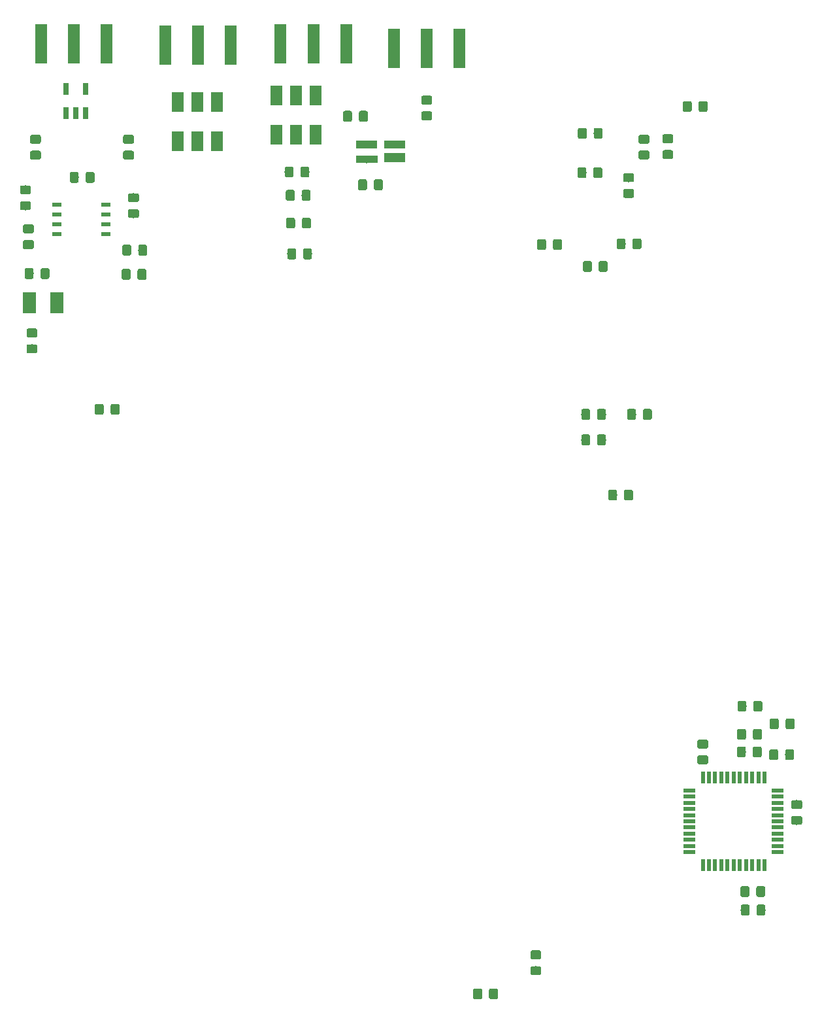
<source format=gtp>
G04 #@! TF.GenerationSoftware,KiCad,Pcbnew,6.0.0-rc1-unknown-e7fa02a~66~ubuntu18.04.1*
G04 #@! TF.CreationDate,2021-05-26T18:29:17-07:00
G04 #@! TF.ProjectId,rp_adapter,72705f61-6461-4707-9465-722e6b696361,rev?*
G04 #@! TF.SameCoordinates,Original*
G04 #@! TF.FileFunction,Paste,Top*
G04 #@! TF.FilePolarity,Positive*
%FSLAX46Y46*%
G04 Gerber Fmt 4.6, Leading zero omitted, Abs format (unit mm)*
G04 Created by KiCad (PCBNEW 6.0.0-rc1-unknown-e7fa02a~66~ubuntu18.04.1) date Wed 26 May 2021 06:29:17 PM PDT*
%MOMM*%
%LPD*%
G04 APERTURE LIST*
%ADD10C,0.100000*%
%ADD11C,1.150000*%
%ADD12R,1.500000X0.550000*%
%ADD13R,0.550000X1.500000*%
%ADD14R,2.799080X1.198880*%
%ADD15R,2.799080X1.000760*%
%ADD16C,1.000760*%
%ADD17R,1.778000X2.794000*%
%ADD18R,1.650000X2.540000*%
%ADD19R,0.760000X1.650000*%
%ADD20R,1.143000X0.508000*%
%ADD21R,1.500000X5.080000*%
G04 APERTURE END LIST*
D10*
G36*
X159556505Y-117315204D02*
G01*
X159580773Y-117318804D01*
X159604572Y-117324765D01*
X159627671Y-117333030D01*
X159649850Y-117343520D01*
X159670893Y-117356132D01*
X159690599Y-117370747D01*
X159708777Y-117387223D01*
X159725253Y-117405401D01*
X159739868Y-117425107D01*
X159752480Y-117446150D01*
X159762970Y-117468329D01*
X159771235Y-117491428D01*
X159777196Y-117515227D01*
X159780796Y-117539495D01*
X159782000Y-117563999D01*
X159782000Y-118464001D01*
X159780796Y-118488505D01*
X159777196Y-118512773D01*
X159771235Y-118536572D01*
X159762970Y-118559671D01*
X159752480Y-118581850D01*
X159739868Y-118602893D01*
X159725253Y-118622599D01*
X159708777Y-118640777D01*
X159690599Y-118657253D01*
X159670893Y-118671868D01*
X159649850Y-118684480D01*
X159627671Y-118694970D01*
X159604572Y-118703235D01*
X159580773Y-118709196D01*
X159556505Y-118712796D01*
X159532001Y-118714000D01*
X158881999Y-118714000D01*
X158857495Y-118712796D01*
X158833227Y-118709196D01*
X158809428Y-118703235D01*
X158786329Y-118694970D01*
X158764150Y-118684480D01*
X158743107Y-118671868D01*
X158723401Y-118657253D01*
X158705223Y-118640777D01*
X158688747Y-118622599D01*
X158674132Y-118602893D01*
X158661520Y-118581850D01*
X158651030Y-118559671D01*
X158642765Y-118536572D01*
X158636804Y-118512773D01*
X158633204Y-118488505D01*
X158632000Y-118464001D01*
X158632000Y-117563999D01*
X158633204Y-117539495D01*
X158636804Y-117515227D01*
X158642765Y-117491428D01*
X158651030Y-117468329D01*
X158661520Y-117446150D01*
X158674132Y-117425107D01*
X158688747Y-117405401D01*
X158705223Y-117387223D01*
X158723401Y-117370747D01*
X158743107Y-117356132D01*
X158764150Y-117343520D01*
X158786329Y-117333030D01*
X158809428Y-117324765D01*
X158833227Y-117318804D01*
X158857495Y-117315204D01*
X158881999Y-117314000D01*
X159532001Y-117314000D01*
X159556505Y-117315204D01*
X159556505Y-117315204D01*
G37*
D11*
X159207000Y-118014000D03*
D10*
G36*
X157506505Y-117315204D02*
G01*
X157530773Y-117318804D01*
X157554572Y-117324765D01*
X157577671Y-117333030D01*
X157599850Y-117343520D01*
X157620893Y-117356132D01*
X157640599Y-117370747D01*
X157658777Y-117387223D01*
X157675253Y-117405401D01*
X157689868Y-117425107D01*
X157702480Y-117446150D01*
X157712970Y-117468329D01*
X157721235Y-117491428D01*
X157727196Y-117515227D01*
X157730796Y-117539495D01*
X157732000Y-117563999D01*
X157732000Y-118464001D01*
X157730796Y-118488505D01*
X157727196Y-118512773D01*
X157721235Y-118536572D01*
X157712970Y-118559671D01*
X157702480Y-118581850D01*
X157689868Y-118602893D01*
X157675253Y-118622599D01*
X157658777Y-118640777D01*
X157640599Y-118657253D01*
X157620893Y-118671868D01*
X157599850Y-118684480D01*
X157577671Y-118694970D01*
X157554572Y-118703235D01*
X157530773Y-118709196D01*
X157506505Y-118712796D01*
X157482001Y-118714000D01*
X156831999Y-118714000D01*
X156807495Y-118712796D01*
X156783227Y-118709196D01*
X156759428Y-118703235D01*
X156736329Y-118694970D01*
X156714150Y-118684480D01*
X156693107Y-118671868D01*
X156673401Y-118657253D01*
X156655223Y-118640777D01*
X156638747Y-118622599D01*
X156624132Y-118602893D01*
X156611520Y-118581850D01*
X156601030Y-118559671D01*
X156592765Y-118536572D01*
X156586804Y-118512773D01*
X156583204Y-118488505D01*
X156582000Y-118464001D01*
X156582000Y-117563999D01*
X156583204Y-117539495D01*
X156586804Y-117515227D01*
X156592765Y-117491428D01*
X156601030Y-117468329D01*
X156611520Y-117446150D01*
X156624132Y-117425107D01*
X156638747Y-117405401D01*
X156655223Y-117387223D01*
X156673401Y-117370747D01*
X156693107Y-117356132D01*
X156714150Y-117343520D01*
X156736329Y-117333030D01*
X156759428Y-117324765D01*
X156783227Y-117318804D01*
X156807495Y-117315204D01*
X156831999Y-117314000D01*
X157482001Y-117314000D01*
X157506505Y-117315204D01*
X157506505Y-117315204D01*
G37*
D11*
X157157000Y-118014000D03*
D12*
X146203000Y-126641000D03*
X146203000Y-127441000D03*
X146203000Y-128241000D03*
X146203000Y-129041000D03*
X146203000Y-129841000D03*
X146203000Y-130641000D03*
X146203000Y-131441000D03*
X146203000Y-132241000D03*
X146203000Y-133041000D03*
X146203000Y-133841000D03*
X146203000Y-134641000D03*
D13*
X147903000Y-136341000D03*
X148703000Y-136341000D03*
X149503000Y-136341000D03*
X150303000Y-136341000D03*
X151103000Y-136341000D03*
X151903000Y-136341000D03*
X152703000Y-136341000D03*
X153503000Y-136341000D03*
X154303000Y-136341000D03*
X155103000Y-136341000D03*
X155903000Y-136341000D03*
D12*
X157603000Y-134641000D03*
X157603000Y-133841000D03*
X157603000Y-133041000D03*
X157603000Y-132241000D03*
X157603000Y-131441000D03*
X157603000Y-130641000D03*
X157603000Y-129841000D03*
X157603000Y-129041000D03*
X157603000Y-128241000D03*
X157603000Y-127441000D03*
X157603000Y-126641000D03*
D13*
X155903000Y-124941000D03*
X155103000Y-124941000D03*
X154303000Y-124941000D03*
X153503000Y-124941000D03*
X152703000Y-124941000D03*
X151903000Y-124941000D03*
X151103000Y-124941000D03*
X150303000Y-124941000D03*
X149503000Y-124941000D03*
X148703000Y-124941000D03*
X147903000Y-124941000D03*
D14*
X107947860Y-44733620D03*
D15*
X107947860Y-43014040D03*
X104346140Y-43014040D03*
D16*
X104346140Y-44913960D03*
D10*
G36*
X105745680Y-45414340D02*
G01*
X102946600Y-45414340D01*
X102946600Y-44413580D01*
X105745680Y-44413580D01*
X105745680Y-45414340D01*
X105745680Y-45414340D01*
G37*
D17*
X60634000Y-63521000D03*
X64190000Y-63521000D03*
D18*
X79829000Y-42621000D03*
X79829000Y-37541000D03*
X82369000Y-42621000D03*
X84909000Y-42621000D03*
X84909000Y-37541000D03*
X82369000Y-37541000D03*
D19*
X67905000Y-35793000D03*
X65365000Y-35793000D03*
X67905000Y-38968000D03*
X66635000Y-38968000D03*
X65365000Y-38968000D03*
D20*
X70555000Y-50805000D03*
X70555000Y-52075000D03*
X70555000Y-53345000D03*
X70555000Y-54615000D03*
X64205000Y-54615000D03*
X64205000Y-53345000D03*
X64205000Y-52075000D03*
X64205000Y-50805000D03*
D18*
X97747000Y-36699000D03*
X97747000Y-41779000D03*
X95207000Y-36699000D03*
X92667000Y-36699000D03*
X92667000Y-41779000D03*
X95207000Y-41779000D03*
D10*
G36*
X96894505Y-52481204D02*
G01*
X96918773Y-52484804D01*
X96942572Y-52490765D01*
X96965671Y-52499030D01*
X96987850Y-52509520D01*
X97008893Y-52522132D01*
X97028599Y-52536747D01*
X97046777Y-52553223D01*
X97063253Y-52571401D01*
X97077868Y-52591107D01*
X97090480Y-52612150D01*
X97100970Y-52634329D01*
X97109235Y-52657428D01*
X97115196Y-52681227D01*
X97118796Y-52705495D01*
X97120000Y-52729999D01*
X97120000Y-53630001D01*
X97118796Y-53654505D01*
X97115196Y-53678773D01*
X97109235Y-53702572D01*
X97100970Y-53725671D01*
X97090480Y-53747850D01*
X97077868Y-53768893D01*
X97063253Y-53788599D01*
X97046777Y-53806777D01*
X97028599Y-53823253D01*
X97008893Y-53837868D01*
X96987850Y-53850480D01*
X96965671Y-53860970D01*
X96942572Y-53869235D01*
X96918773Y-53875196D01*
X96894505Y-53878796D01*
X96870001Y-53880000D01*
X96219999Y-53880000D01*
X96195495Y-53878796D01*
X96171227Y-53875196D01*
X96147428Y-53869235D01*
X96124329Y-53860970D01*
X96102150Y-53850480D01*
X96081107Y-53837868D01*
X96061401Y-53823253D01*
X96043223Y-53806777D01*
X96026747Y-53788599D01*
X96012132Y-53768893D01*
X95999520Y-53747850D01*
X95989030Y-53725671D01*
X95980765Y-53702572D01*
X95974804Y-53678773D01*
X95971204Y-53654505D01*
X95970000Y-53630001D01*
X95970000Y-52729999D01*
X95971204Y-52705495D01*
X95974804Y-52681227D01*
X95980765Y-52657428D01*
X95989030Y-52634329D01*
X95999520Y-52612150D01*
X96012132Y-52591107D01*
X96026747Y-52571401D01*
X96043223Y-52553223D01*
X96061401Y-52536747D01*
X96081107Y-52522132D01*
X96102150Y-52509520D01*
X96124329Y-52499030D01*
X96147428Y-52490765D01*
X96171227Y-52484804D01*
X96195495Y-52481204D01*
X96219999Y-52480000D01*
X96870001Y-52480000D01*
X96894505Y-52481204D01*
X96894505Y-52481204D01*
G37*
D11*
X96545000Y-53180000D03*
D10*
G36*
X94844505Y-52481204D02*
G01*
X94868773Y-52484804D01*
X94892572Y-52490765D01*
X94915671Y-52499030D01*
X94937850Y-52509520D01*
X94958893Y-52522132D01*
X94978599Y-52536747D01*
X94996777Y-52553223D01*
X95013253Y-52571401D01*
X95027868Y-52591107D01*
X95040480Y-52612150D01*
X95050970Y-52634329D01*
X95059235Y-52657428D01*
X95065196Y-52681227D01*
X95068796Y-52705495D01*
X95070000Y-52729999D01*
X95070000Y-53630001D01*
X95068796Y-53654505D01*
X95065196Y-53678773D01*
X95059235Y-53702572D01*
X95050970Y-53725671D01*
X95040480Y-53747850D01*
X95027868Y-53768893D01*
X95013253Y-53788599D01*
X94996777Y-53806777D01*
X94978599Y-53823253D01*
X94958893Y-53837868D01*
X94937850Y-53850480D01*
X94915671Y-53860970D01*
X94892572Y-53869235D01*
X94868773Y-53875196D01*
X94844505Y-53878796D01*
X94820001Y-53880000D01*
X94169999Y-53880000D01*
X94145495Y-53878796D01*
X94121227Y-53875196D01*
X94097428Y-53869235D01*
X94074329Y-53860970D01*
X94052150Y-53850480D01*
X94031107Y-53837868D01*
X94011401Y-53823253D01*
X93993223Y-53806777D01*
X93976747Y-53788599D01*
X93962132Y-53768893D01*
X93949520Y-53747850D01*
X93939030Y-53725671D01*
X93930765Y-53702572D01*
X93924804Y-53678773D01*
X93921204Y-53654505D01*
X93920000Y-53630001D01*
X93920000Y-52729999D01*
X93921204Y-52705495D01*
X93924804Y-52681227D01*
X93930765Y-52657428D01*
X93939030Y-52634329D01*
X93949520Y-52612150D01*
X93962132Y-52591107D01*
X93976747Y-52571401D01*
X93993223Y-52553223D01*
X94011401Y-52536747D01*
X94031107Y-52522132D01*
X94052150Y-52509520D01*
X94074329Y-52499030D01*
X94097428Y-52490765D01*
X94121227Y-52484804D01*
X94145495Y-52481204D01*
X94169999Y-52480000D01*
X94820001Y-52480000D01*
X94844505Y-52481204D01*
X94844505Y-52481204D01*
G37*
D11*
X94495000Y-53180000D03*
D10*
G36*
X94987505Y-56473204D02*
G01*
X95011773Y-56476804D01*
X95035572Y-56482765D01*
X95058671Y-56491030D01*
X95080850Y-56501520D01*
X95101893Y-56514132D01*
X95121599Y-56528747D01*
X95139777Y-56545223D01*
X95156253Y-56563401D01*
X95170868Y-56583107D01*
X95183480Y-56604150D01*
X95193970Y-56626329D01*
X95202235Y-56649428D01*
X95208196Y-56673227D01*
X95211796Y-56697495D01*
X95213000Y-56721999D01*
X95213000Y-57622001D01*
X95211796Y-57646505D01*
X95208196Y-57670773D01*
X95202235Y-57694572D01*
X95193970Y-57717671D01*
X95183480Y-57739850D01*
X95170868Y-57760893D01*
X95156253Y-57780599D01*
X95139777Y-57798777D01*
X95121599Y-57815253D01*
X95101893Y-57829868D01*
X95080850Y-57842480D01*
X95058671Y-57852970D01*
X95035572Y-57861235D01*
X95011773Y-57867196D01*
X94987505Y-57870796D01*
X94963001Y-57872000D01*
X94312999Y-57872000D01*
X94288495Y-57870796D01*
X94264227Y-57867196D01*
X94240428Y-57861235D01*
X94217329Y-57852970D01*
X94195150Y-57842480D01*
X94174107Y-57829868D01*
X94154401Y-57815253D01*
X94136223Y-57798777D01*
X94119747Y-57780599D01*
X94105132Y-57760893D01*
X94092520Y-57739850D01*
X94082030Y-57717671D01*
X94073765Y-57694572D01*
X94067804Y-57670773D01*
X94064204Y-57646505D01*
X94063000Y-57622001D01*
X94063000Y-56721999D01*
X94064204Y-56697495D01*
X94067804Y-56673227D01*
X94073765Y-56649428D01*
X94082030Y-56626329D01*
X94092520Y-56604150D01*
X94105132Y-56583107D01*
X94119747Y-56563401D01*
X94136223Y-56545223D01*
X94154401Y-56528747D01*
X94174107Y-56514132D01*
X94195150Y-56501520D01*
X94217329Y-56491030D01*
X94240428Y-56482765D01*
X94264227Y-56476804D01*
X94288495Y-56473204D01*
X94312999Y-56472000D01*
X94963001Y-56472000D01*
X94987505Y-56473204D01*
X94987505Y-56473204D01*
G37*
D11*
X94638000Y-57172000D03*
D10*
G36*
X97037505Y-56473204D02*
G01*
X97061773Y-56476804D01*
X97085572Y-56482765D01*
X97108671Y-56491030D01*
X97130850Y-56501520D01*
X97151893Y-56514132D01*
X97171599Y-56528747D01*
X97189777Y-56545223D01*
X97206253Y-56563401D01*
X97220868Y-56583107D01*
X97233480Y-56604150D01*
X97243970Y-56626329D01*
X97252235Y-56649428D01*
X97258196Y-56673227D01*
X97261796Y-56697495D01*
X97263000Y-56721999D01*
X97263000Y-57622001D01*
X97261796Y-57646505D01*
X97258196Y-57670773D01*
X97252235Y-57694572D01*
X97243970Y-57717671D01*
X97233480Y-57739850D01*
X97220868Y-57760893D01*
X97206253Y-57780599D01*
X97189777Y-57798777D01*
X97171599Y-57815253D01*
X97151893Y-57829868D01*
X97130850Y-57842480D01*
X97108671Y-57852970D01*
X97085572Y-57861235D01*
X97061773Y-57867196D01*
X97037505Y-57870796D01*
X97013001Y-57872000D01*
X96362999Y-57872000D01*
X96338495Y-57870796D01*
X96314227Y-57867196D01*
X96290428Y-57861235D01*
X96267329Y-57852970D01*
X96245150Y-57842480D01*
X96224107Y-57829868D01*
X96204401Y-57815253D01*
X96186223Y-57798777D01*
X96169747Y-57780599D01*
X96155132Y-57760893D01*
X96142520Y-57739850D01*
X96132030Y-57717671D01*
X96123765Y-57694572D01*
X96117804Y-57670773D01*
X96114204Y-57646505D01*
X96113000Y-57622001D01*
X96113000Y-56721999D01*
X96114204Y-56697495D01*
X96117804Y-56673227D01*
X96123765Y-56649428D01*
X96132030Y-56626329D01*
X96142520Y-56604150D01*
X96155132Y-56583107D01*
X96169747Y-56563401D01*
X96186223Y-56545223D01*
X96204401Y-56528747D01*
X96224107Y-56514132D01*
X96245150Y-56501520D01*
X96267329Y-56491030D01*
X96290428Y-56482765D01*
X96314227Y-56476804D01*
X96338495Y-56473204D01*
X96362999Y-56472000D01*
X97013001Y-56472000D01*
X97037505Y-56473204D01*
X97037505Y-56473204D01*
G37*
D11*
X96688000Y-57172000D03*
D10*
G36*
X137667505Y-55162204D02*
G01*
X137691773Y-55165804D01*
X137715572Y-55171765D01*
X137738671Y-55180030D01*
X137760850Y-55190520D01*
X137781893Y-55203132D01*
X137801599Y-55217747D01*
X137819777Y-55234223D01*
X137836253Y-55252401D01*
X137850868Y-55272107D01*
X137863480Y-55293150D01*
X137873970Y-55315329D01*
X137882235Y-55338428D01*
X137888196Y-55362227D01*
X137891796Y-55386495D01*
X137893000Y-55410999D01*
X137893000Y-56311001D01*
X137891796Y-56335505D01*
X137888196Y-56359773D01*
X137882235Y-56383572D01*
X137873970Y-56406671D01*
X137863480Y-56428850D01*
X137850868Y-56449893D01*
X137836253Y-56469599D01*
X137819777Y-56487777D01*
X137801599Y-56504253D01*
X137781893Y-56518868D01*
X137760850Y-56531480D01*
X137738671Y-56541970D01*
X137715572Y-56550235D01*
X137691773Y-56556196D01*
X137667505Y-56559796D01*
X137643001Y-56561000D01*
X136992999Y-56561000D01*
X136968495Y-56559796D01*
X136944227Y-56556196D01*
X136920428Y-56550235D01*
X136897329Y-56541970D01*
X136875150Y-56531480D01*
X136854107Y-56518868D01*
X136834401Y-56504253D01*
X136816223Y-56487777D01*
X136799747Y-56469599D01*
X136785132Y-56449893D01*
X136772520Y-56428850D01*
X136762030Y-56406671D01*
X136753765Y-56383572D01*
X136747804Y-56359773D01*
X136744204Y-56335505D01*
X136743000Y-56311001D01*
X136743000Y-55410999D01*
X136744204Y-55386495D01*
X136747804Y-55362227D01*
X136753765Y-55338428D01*
X136762030Y-55315329D01*
X136772520Y-55293150D01*
X136785132Y-55272107D01*
X136799747Y-55252401D01*
X136816223Y-55234223D01*
X136834401Y-55217747D01*
X136854107Y-55203132D01*
X136875150Y-55190520D01*
X136897329Y-55180030D01*
X136920428Y-55171765D01*
X136944227Y-55165804D01*
X136968495Y-55162204D01*
X136992999Y-55161000D01*
X137643001Y-55161000D01*
X137667505Y-55162204D01*
X137667505Y-55162204D01*
G37*
D11*
X137318000Y-55861000D03*
D10*
G36*
X139717505Y-55162204D02*
G01*
X139741773Y-55165804D01*
X139765572Y-55171765D01*
X139788671Y-55180030D01*
X139810850Y-55190520D01*
X139831893Y-55203132D01*
X139851599Y-55217747D01*
X139869777Y-55234223D01*
X139886253Y-55252401D01*
X139900868Y-55272107D01*
X139913480Y-55293150D01*
X139923970Y-55315329D01*
X139932235Y-55338428D01*
X139938196Y-55362227D01*
X139941796Y-55386495D01*
X139943000Y-55410999D01*
X139943000Y-56311001D01*
X139941796Y-56335505D01*
X139938196Y-56359773D01*
X139932235Y-56383572D01*
X139923970Y-56406671D01*
X139913480Y-56428850D01*
X139900868Y-56449893D01*
X139886253Y-56469599D01*
X139869777Y-56487777D01*
X139851599Y-56504253D01*
X139831893Y-56518868D01*
X139810850Y-56531480D01*
X139788671Y-56541970D01*
X139765572Y-56550235D01*
X139741773Y-56556196D01*
X139717505Y-56559796D01*
X139693001Y-56561000D01*
X139042999Y-56561000D01*
X139018495Y-56559796D01*
X138994227Y-56556196D01*
X138970428Y-56550235D01*
X138947329Y-56541970D01*
X138925150Y-56531480D01*
X138904107Y-56518868D01*
X138884401Y-56504253D01*
X138866223Y-56487777D01*
X138849747Y-56469599D01*
X138835132Y-56449893D01*
X138822520Y-56428850D01*
X138812030Y-56406671D01*
X138803765Y-56383572D01*
X138797804Y-56359773D01*
X138794204Y-56335505D01*
X138793000Y-56311001D01*
X138793000Y-55410999D01*
X138794204Y-55386495D01*
X138797804Y-55362227D01*
X138803765Y-55338428D01*
X138812030Y-55315329D01*
X138822520Y-55293150D01*
X138835132Y-55272107D01*
X138849747Y-55252401D01*
X138866223Y-55234223D01*
X138884401Y-55217747D01*
X138904107Y-55203132D01*
X138925150Y-55190520D01*
X138947329Y-55180030D01*
X138970428Y-55171765D01*
X138994227Y-55165804D01*
X139018495Y-55162204D01*
X139042999Y-55161000D01*
X139693001Y-55161000D01*
X139717505Y-55162204D01*
X139717505Y-55162204D01*
G37*
D11*
X139368000Y-55861000D03*
D10*
G36*
X127365505Y-55245204D02*
G01*
X127389773Y-55248804D01*
X127413572Y-55254765D01*
X127436671Y-55263030D01*
X127458850Y-55273520D01*
X127479893Y-55286132D01*
X127499599Y-55300747D01*
X127517777Y-55317223D01*
X127534253Y-55335401D01*
X127548868Y-55355107D01*
X127561480Y-55376150D01*
X127571970Y-55398329D01*
X127580235Y-55421428D01*
X127586196Y-55445227D01*
X127589796Y-55469495D01*
X127591000Y-55493999D01*
X127591000Y-56394001D01*
X127589796Y-56418505D01*
X127586196Y-56442773D01*
X127580235Y-56466572D01*
X127571970Y-56489671D01*
X127561480Y-56511850D01*
X127548868Y-56532893D01*
X127534253Y-56552599D01*
X127517777Y-56570777D01*
X127499599Y-56587253D01*
X127479893Y-56601868D01*
X127458850Y-56614480D01*
X127436671Y-56624970D01*
X127413572Y-56633235D01*
X127389773Y-56639196D01*
X127365505Y-56642796D01*
X127341001Y-56644000D01*
X126690999Y-56644000D01*
X126666495Y-56642796D01*
X126642227Y-56639196D01*
X126618428Y-56633235D01*
X126595329Y-56624970D01*
X126573150Y-56614480D01*
X126552107Y-56601868D01*
X126532401Y-56587253D01*
X126514223Y-56570777D01*
X126497747Y-56552599D01*
X126483132Y-56532893D01*
X126470520Y-56511850D01*
X126460030Y-56489671D01*
X126451765Y-56466572D01*
X126445804Y-56442773D01*
X126442204Y-56418505D01*
X126441000Y-56394001D01*
X126441000Y-55493999D01*
X126442204Y-55469495D01*
X126445804Y-55445227D01*
X126451765Y-55421428D01*
X126460030Y-55398329D01*
X126470520Y-55376150D01*
X126483132Y-55355107D01*
X126497747Y-55335401D01*
X126514223Y-55317223D01*
X126532401Y-55300747D01*
X126552107Y-55286132D01*
X126573150Y-55273520D01*
X126595329Y-55263030D01*
X126618428Y-55254765D01*
X126642227Y-55248804D01*
X126666495Y-55245204D01*
X126690999Y-55244000D01*
X127341001Y-55244000D01*
X127365505Y-55245204D01*
X127365505Y-55245204D01*
G37*
D11*
X127016000Y-55944000D03*
D10*
G36*
X129415505Y-55245204D02*
G01*
X129439773Y-55248804D01*
X129463572Y-55254765D01*
X129486671Y-55263030D01*
X129508850Y-55273520D01*
X129529893Y-55286132D01*
X129549599Y-55300747D01*
X129567777Y-55317223D01*
X129584253Y-55335401D01*
X129598868Y-55355107D01*
X129611480Y-55376150D01*
X129621970Y-55398329D01*
X129630235Y-55421428D01*
X129636196Y-55445227D01*
X129639796Y-55469495D01*
X129641000Y-55493999D01*
X129641000Y-56394001D01*
X129639796Y-56418505D01*
X129636196Y-56442773D01*
X129630235Y-56466572D01*
X129621970Y-56489671D01*
X129611480Y-56511850D01*
X129598868Y-56532893D01*
X129584253Y-56552599D01*
X129567777Y-56570777D01*
X129549599Y-56587253D01*
X129529893Y-56601868D01*
X129508850Y-56614480D01*
X129486671Y-56624970D01*
X129463572Y-56633235D01*
X129439773Y-56639196D01*
X129415505Y-56642796D01*
X129391001Y-56644000D01*
X128740999Y-56644000D01*
X128716495Y-56642796D01*
X128692227Y-56639196D01*
X128668428Y-56633235D01*
X128645329Y-56624970D01*
X128623150Y-56614480D01*
X128602107Y-56601868D01*
X128582401Y-56587253D01*
X128564223Y-56570777D01*
X128547747Y-56552599D01*
X128533132Y-56532893D01*
X128520520Y-56511850D01*
X128510030Y-56489671D01*
X128501765Y-56466572D01*
X128495804Y-56442773D01*
X128492204Y-56418505D01*
X128491000Y-56394001D01*
X128491000Y-55493999D01*
X128492204Y-55469495D01*
X128495804Y-55445227D01*
X128501765Y-55421428D01*
X128510030Y-55398329D01*
X128520520Y-55376150D01*
X128533132Y-55355107D01*
X128547747Y-55335401D01*
X128564223Y-55317223D01*
X128582401Y-55300747D01*
X128602107Y-55286132D01*
X128623150Y-55273520D01*
X128645329Y-55263030D01*
X128668428Y-55254765D01*
X128692227Y-55248804D01*
X128716495Y-55245204D01*
X128740999Y-55244000D01*
X129391001Y-55244000D01*
X129415505Y-55245204D01*
X129415505Y-55245204D01*
G37*
D11*
X129066000Y-55944000D03*
D10*
G36*
X143836505Y-43728204D02*
G01*
X143860773Y-43731804D01*
X143884572Y-43737765D01*
X143907671Y-43746030D01*
X143929850Y-43756520D01*
X143950893Y-43769132D01*
X143970599Y-43783747D01*
X143988777Y-43800223D01*
X144005253Y-43818401D01*
X144019868Y-43838107D01*
X144032480Y-43859150D01*
X144042970Y-43881329D01*
X144051235Y-43904428D01*
X144057196Y-43928227D01*
X144060796Y-43952495D01*
X144062000Y-43976999D01*
X144062000Y-44627001D01*
X144060796Y-44651505D01*
X144057196Y-44675773D01*
X144051235Y-44699572D01*
X144042970Y-44722671D01*
X144032480Y-44744850D01*
X144019868Y-44765893D01*
X144005253Y-44785599D01*
X143988777Y-44803777D01*
X143970599Y-44820253D01*
X143950893Y-44834868D01*
X143929850Y-44847480D01*
X143907671Y-44857970D01*
X143884572Y-44866235D01*
X143860773Y-44872196D01*
X143836505Y-44875796D01*
X143812001Y-44877000D01*
X142911999Y-44877000D01*
X142887495Y-44875796D01*
X142863227Y-44872196D01*
X142839428Y-44866235D01*
X142816329Y-44857970D01*
X142794150Y-44847480D01*
X142773107Y-44834868D01*
X142753401Y-44820253D01*
X142735223Y-44803777D01*
X142718747Y-44785599D01*
X142704132Y-44765893D01*
X142691520Y-44744850D01*
X142681030Y-44722671D01*
X142672765Y-44699572D01*
X142666804Y-44675773D01*
X142663204Y-44651505D01*
X142662000Y-44627001D01*
X142662000Y-43976999D01*
X142663204Y-43952495D01*
X142666804Y-43928227D01*
X142672765Y-43904428D01*
X142681030Y-43881329D01*
X142691520Y-43859150D01*
X142704132Y-43838107D01*
X142718747Y-43818401D01*
X142735223Y-43800223D01*
X142753401Y-43783747D01*
X142773107Y-43769132D01*
X142794150Y-43756520D01*
X142816329Y-43746030D01*
X142839428Y-43737765D01*
X142863227Y-43731804D01*
X142887495Y-43728204D01*
X142911999Y-43727000D01*
X143812001Y-43727000D01*
X143836505Y-43728204D01*
X143836505Y-43728204D01*
G37*
D11*
X143362000Y-44302000D03*
D10*
G36*
X143836505Y-41678204D02*
G01*
X143860773Y-41681804D01*
X143884572Y-41687765D01*
X143907671Y-41696030D01*
X143929850Y-41706520D01*
X143950893Y-41719132D01*
X143970599Y-41733747D01*
X143988777Y-41750223D01*
X144005253Y-41768401D01*
X144019868Y-41788107D01*
X144032480Y-41809150D01*
X144042970Y-41831329D01*
X144051235Y-41854428D01*
X144057196Y-41878227D01*
X144060796Y-41902495D01*
X144062000Y-41926999D01*
X144062000Y-42577001D01*
X144060796Y-42601505D01*
X144057196Y-42625773D01*
X144051235Y-42649572D01*
X144042970Y-42672671D01*
X144032480Y-42694850D01*
X144019868Y-42715893D01*
X144005253Y-42735599D01*
X143988777Y-42753777D01*
X143970599Y-42770253D01*
X143950893Y-42784868D01*
X143929850Y-42797480D01*
X143907671Y-42807970D01*
X143884572Y-42816235D01*
X143860773Y-42822196D01*
X143836505Y-42825796D01*
X143812001Y-42827000D01*
X142911999Y-42827000D01*
X142887495Y-42825796D01*
X142863227Y-42822196D01*
X142839428Y-42816235D01*
X142816329Y-42807970D01*
X142794150Y-42797480D01*
X142773107Y-42784868D01*
X142753401Y-42770253D01*
X142735223Y-42753777D01*
X142718747Y-42735599D01*
X142704132Y-42715893D01*
X142691520Y-42694850D01*
X142681030Y-42672671D01*
X142672765Y-42649572D01*
X142666804Y-42625773D01*
X142663204Y-42601505D01*
X142662000Y-42577001D01*
X142662000Y-41926999D01*
X142663204Y-41902495D01*
X142666804Y-41878227D01*
X142672765Y-41854428D01*
X142681030Y-41831329D01*
X142691520Y-41809150D01*
X142704132Y-41788107D01*
X142718747Y-41768401D01*
X142735223Y-41750223D01*
X142753401Y-41733747D01*
X142773107Y-41719132D01*
X142794150Y-41706520D01*
X142816329Y-41696030D01*
X142839428Y-41687765D01*
X142863227Y-41681804D01*
X142887495Y-41678204D01*
X142911999Y-41677000D01*
X143812001Y-41677000D01*
X143836505Y-41678204D01*
X143836505Y-41678204D01*
G37*
D11*
X143362000Y-42252000D03*
D10*
G36*
X104274505Y-38648204D02*
G01*
X104298773Y-38651804D01*
X104322572Y-38657765D01*
X104345671Y-38666030D01*
X104367850Y-38676520D01*
X104388893Y-38689132D01*
X104408599Y-38703747D01*
X104426777Y-38720223D01*
X104443253Y-38738401D01*
X104457868Y-38758107D01*
X104470480Y-38779150D01*
X104480970Y-38801329D01*
X104489235Y-38824428D01*
X104495196Y-38848227D01*
X104498796Y-38872495D01*
X104500000Y-38896999D01*
X104500000Y-39797001D01*
X104498796Y-39821505D01*
X104495196Y-39845773D01*
X104489235Y-39869572D01*
X104480970Y-39892671D01*
X104470480Y-39914850D01*
X104457868Y-39935893D01*
X104443253Y-39955599D01*
X104426777Y-39973777D01*
X104408599Y-39990253D01*
X104388893Y-40004868D01*
X104367850Y-40017480D01*
X104345671Y-40027970D01*
X104322572Y-40036235D01*
X104298773Y-40042196D01*
X104274505Y-40045796D01*
X104250001Y-40047000D01*
X103599999Y-40047000D01*
X103575495Y-40045796D01*
X103551227Y-40042196D01*
X103527428Y-40036235D01*
X103504329Y-40027970D01*
X103482150Y-40017480D01*
X103461107Y-40004868D01*
X103441401Y-39990253D01*
X103423223Y-39973777D01*
X103406747Y-39955599D01*
X103392132Y-39935893D01*
X103379520Y-39914850D01*
X103369030Y-39892671D01*
X103360765Y-39869572D01*
X103354804Y-39845773D01*
X103351204Y-39821505D01*
X103350000Y-39797001D01*
X103350000Y-38896999D01*
X103351204Y-38872495D01*
X103354804Y-38848227D01*
X103360765Y-38824428D01*
X103369030Y-38801329D01*
X103379520Y-38779150D01*
X103392132Y-38758107D01*
X103406747Y-38738401D01*
X103423223Y-38720223D01*
X103441401Y-38703747D01*
X103461107Y-38689132D01*
X103482150Y-38676520D01*
X103504329Y-38666030D01*
X103527428Y-38657765D01*
X103551227Y-38651804D01*
X103575495Y-38648204D01*
X103599999Y-38647000D01*
X104250001Y-38647000D01*
X104274505Y-38648204D01*
X104274505Y-38648204D01*
G37*
D11*
X103925000Y-39347000D03*
D10*
G36*
X102224505Y-38648204D02*
G01*
X102248773Y-38651804D01*
X102272572Y-38657765D01*
X102295671Y-38666030D01*
X102317850Y-38676520D01*
X102338893Y-38689132D01*
X102358599Y-38703747D01*
X102376777Y-38720223D01*
X102393253Y-38738401D01*
X102407868Y-38758107D01*
X102420480Y-38779150D01*
X102430970Y-38801329D01*
X102439235Y-38824428D01*
X102445196Y-38848227D01*
X102448796Y-38872495D01*
X102450000Y-38896999D01*
X102450000Y-39797001D01*
X102448796Y-39821505D01*
X102445196Y-39845773D01*
X102439235Y-39869572D01*
X102430970Y-39892671D01*
X102420480Y-39914850D01*
X102407868Y-39935893D01*
X102393253Y-39955599D01*
X102376777Y-39973777D01*
X102358599Y-39990253D01*
X102338893Y-40004868D01*
X102317850Y-40017480D01*
X102295671Y-40027970D01*
X102272572Y-40036235D01*
X102248773Y-40042196D01*
X102224505Y-40045796D01*
X102200001Y-40047000D01*
X101549999Y-40047000D01*
X101525495Y-40045796D01*
X101501227Y-40042196D01*
X101477428Y-40036235D01*
X101454329Y-40027970D01*
X101432150Y-40017480D01*
X101411107Y-40004868D01*
X101391401Y-39990253D01*
X101373223Y-39973777D01*
X101356747Y-39955599D01*
X101342132Y-39935893D01*
X101329520Y-39914850D01*
X101319030Y-39892671D01*
X101310765Y-39869572D01*
X101304804Y-39845773D01*
X101301204Y-39821505D01*
X101300000Y-39797001D01*
X101300000Y-38896999D01*
X101301204Y-38872495D01*
X101304804Y-38848227D01*
X101310765Y-38824428D01*
X101319030Y-38801329D01*
X101329520Y-38779150D01*
X101342132Y-38758107D01*
X101356747Y-38738401D01*
X101373223Y-38720223D01*
X101391401Y-38703747D01*
X101411107Y-38689132D01*
X101432150Y-38676520D01*
X101454329Y-38666030D01*
X101477428Y-38657765D01*
X101501227Y-38651804D01*
X101525495Y-38648204D01*
X101549999Y-38647000D01*
X102200001Y-38647000D01*
X102224505Y-38648204D01*
X102224505Y-38648204D01*
G37*
D11*
X101875000Y-39347000D03*
D10*
G36*
X94798505Y-48878204D02*
G01*
X94822773Y-48881804D01*
X94846572Y-48887765D01*
X94869671Y-48896030D01*
X94891850Y-48906520D01*
X94912893Y-48919132D01*
X94932599Y-48933747D01*
X94950777Y-48950223D01*
X94967253Y-48968401D01*
X94981868Y-48988107D01*
X94994480Y-49009150D01*
X95004970Y-49031329D01*
X95013235Y-49054428D01*
X95019196Y-49078227D01*
X95022796Y-49102495D01*
X95024000Y-49126999D01*
X95024000Y-50027001D01*
X95022796Y-50051505D01*
X95019196Y-50075773D01*
X95013235Y-50099572D01*
X95004970Y-50122671D01*
X94994480Y-50144850D01*
X94981868Y-50165893D01*
X94967253Y-50185599D01*
X94950777Y-50203777D01*
X94932599Y-50220253D01*
X94912893Y-50234868D01*
X94891850Y-50247480D01*
X94869671Y-50257970D01*
X94846572Y-50266235D01*
X94822773Y-50272196D01*
X94798505Y-50275796D01*
X94774001Y-50277000D01*
X94123999Y-50277000D01*
X94099495Y-50275796D01*
X94075227Y-50272196D01*
X94051428Y-50266235D01*
X94028329Y-50257970D01*
X94006150Y-50247480D01*
X93985107Y-50234868D01*
X93965401Y-50220253D01*
X93947223Y-50203777D01*
X93930747Y-50185599D01*
X93916132Y-50165893D01*
X93903520Y-50144850D01*
X93893030Y-50122671D01*
X93884765Y-50099572D01*
X93878804Y-50075773D01*
X93875204Y-50051505D01*
X93874000Y-50027001D01*
X93874000Y-49126999D01*
X93875204Y-49102495D01*
X93878804Y-49078227D01*
X93884765Y-49054428D01*
X93893030Y-49031329D01*
X93903520Y-49009150D01*
X93916132Y-48988107D01*
X93930747Y-48968401D01*
X93947223Y-48950223D01*
X93965401Y-48933747D01*
X93985107Y-48919132D01*
X94006150Y-48906520D01*
X94028329Y-48896030D01*
X94051428Y-48887765D01*
X94075227Y-48881804D01*
X94099495Y-48878204D01*
X94123999Y-48877000D01*
X94774001Y-48877000D01*
X94798505Y-48878204D01*
X94798505Y-48878204D01*
G37*
D11*
X94449000Y-49577000D03*
D10*
G36*
X96848505Y-48878204D02*
G01*
X96872773Y-48881804D01*
X96896572Y-48887765D01*
X96919671Y-48896030D01*
X96941850Y-48906520D01*
X96962893Y-48919132D01*
X96982599Y-48933747D01*
X97000777Y-48950223D01*
X97017253Y-48968401D01*
X97031868Y-48988107D01*
X97044480Y-49009150D01*
X97054970Y-49031329D01*
X97063235Y-49054428D01*
X97069196Y-49078227D01*
X97072796Y-49102495D01*
X97074000Y-49126999D01*
X97074000Y-50027001D01*
X97072796Y-50051505D01*
X97069196Y-50075773D01*
X97063235Y-50099572D01*
X97054970Y-50122671D01*
X97044480Y-50144850D01*
X97031868Y-50165893D01*
X97017253Y-50185599D01*
X97000777Y-50203777D01*
X96982599Y-50220253D01*
X96962893Y-50234868D01*
X96941850Y-50247480D01*
X96919671Y-50257970D01*
X96896572Y-50266235D01*
X96872773Y-50272196D01*
X96848505Y-50275796D01*
X96824001Y-50277000D01*
X96173999Y-50277000D01*
X96149495Y-50275796D01*
X96125227Y-50272196D01*
X96101428Y-50266235D01*
X96078329Y-50257970D01*
X96056150Y-50247480D01*
X96035107Y-50234868D01*
X96015401Y-50220253D01*
X95997223Y-50203777D01*
X95980747Y-50185599D01*
X95966132Y-50165893D01*
X95953520Y-50144850D01*
X95943030Y-50122671D01*
X95934765Y-50099572D01*
X95928804Y-50075773D01*
X95925204Y-50051505D01*
X95924000Y-50027001D01*
X95924000Y-49126999D01*
X95925204Y-49102495D01*
X95928804Y-49078227D01*
X95934765Y-49054428D01*
X95943030Y-49031329D01*
X95953520Y-49009150D01*
X95966132Y-48988107D01*
X95980747Y-48968401D01*
X95997223Y-48950223D01*
X96015401Y-48933747D01*
X96035107Y-48919132D01*
X96056150Y-48906520D01*
X96078329Y-48896030D01*
X96101428Y-48887765D01*
X96125227Y-48881804D01*
X96149495Y-48878204D01*
X96173999Y-48877000D01*
X96824001Y-48877000D01*
X96848505Y-48878204D01*
X96848505Y-48878204D01*
G37*
D11*
X96499000Y-49577000D03*
D10*
G36*
X112603505Y-38724204D02*
G01*
X112627773Y-38727804D01*
X112651572Y-38733765D01*
X112674671Y-38742030D01*
X112696850Y-38752520D01*
X112717893Y-38765132D01*
X112737599Y-38779747D01*
X112755777Y-38796223D01*
X112772253Y-38814401D01*
X112786868Y-38834107D01*
X112799480Y-38855150D01*
X112809970Y-38877329D01*
X112818235Y-38900428D01*
X112824196Y-38924227D01*
X112827796Y-38948495D01*
X112829000Y-38972999D01*
X112829000Y-39623001D01*
X112827796Y-39647505D01*
X112824196Y-39671773D01*
X112818235Y-39695572D01*
X112809970Y-39718671D01*
X112799480Y-39740850D01*
X112786868Y-39761893D01*
X112772253Y-39781599D01*
X112755777Y-39799777D01*
X112737599Y-39816253D01*
X112717893Y-39830868D01*
X112696850Y-39843480D01*
X112674671Y-39853970D01*
X112651572Y-39862235D01*
X112627773Y-39868196D01*
X112603505Y-39871796D01*
X112579001Y-39873000D01*
X111678999Y-39873000D01*
X111654495Y-39871796D01*
X111630227Y-39868196D01*
X111606428Y-39862235D01*
X111583329Y-39853970D01*
X111561150Y-39843480D01*
X111540107Y-39830868D01*
X111520401Y-39816253D01*
X111502223Y-39799777D01*
X111485747Y-39781599D01*
X111471132Y-39761893D01*
X111458520Y-39740850D01*
X111448030Y-39718671D01*
X111439765Y-39695572D01*
X111433804Y-39671773D01*
X111430204Y-39647505D01*
X111429000Y-39623001D01*
X111429000Y-38972999D01*
X111430204Y-38948495D01*
X111433804Y-38924227D01*
X111439765Y-38900428D01*
X111448030Y-38877329D01*
X111458520Y-38855150D01*
X111471132Y-38834107D01*
X111485747Y-38814401D01*
X111502223Y-38796223D01*
X111520401Y-38779747D01*
X111540107Y-38765132D01*
X111561150Y-38752520D01*
X111583329Y-38742030D01*
X111606428Y-38733765D01*
X111630227Y-38727804D01*
X111654495Y-38724204D01*
X111678999Y-38723000D01*
X112579001Y-38723000D01*
X112603505Y-38724204D01*
X112603505Y-38724204D01*
G37*
D11*
X112129000Y-39298000D03*
D10*
G36*
X112603505Y-36674204D02*
G01*
X112627773Y-36677804D01*
X112651572Y-36683765D01*
X112674671Y-36692030D01*
X112696850Y-36702520D01*
X112717893Y-36715132D01*
X112737599Y-36729747D01*
X112755777Y-36746223D01*
X112772253Y-36764401D01*
X112786868Y-36784107D01*
X112799480Y-36805150D01*
X112809970Y-36827329D01*
X112818235Y-36850428D01*
X112824196Y-36874227D01*
X112827796Y-36898495D01*
X112829000Y-36922999D01*
X112829000Y-37573001D01*
X112827796Y-37597505D01*
X112824196Y-37621773D01*
X112818235Y-37645572D01*
X112809970Y-37668671D01*
X112799480Y-37690850D01*
X112786868Y-37711893D01*
X112772253Y-37731599D01*
X112755777Y-37749777D01*
X112737599Y-37766253D01*
X112717893Y-37780868D01*
X112696850Y-37793480D01*
X112674671Y-37803970D01*
X112651572Y-37812235D01*
X112627773Y-37818196D01*
X112603505Y-37821796D01*
X112579001Y-37823000D01*
X111678999Y-37823000D01*
X111654495Y-37821796D01*
X111630227Y-37818196D01*
X111606428Y-37812235D01*
X111583329Y-37803970D01*
X111561150Y-37793480D01*
X111540107Y-37780868D01*
X111520401Y-37766253D01*
X111502223Y-37749777D01*
X111485747Y-37731599D01*
X111471132Y-37711893D01*
X111458520Y-37690850D01*
X111448030Y-37668671D01*
X111439765Y-37645572D01*
X111433804Y-37621773D01*
X111430204Y-37597505D01*
X111429000Y-37573001D01*
X111429000Y-36922999D01*
X111430204Y-36898495D01*
X111433804Y-36874227D01*
X111439765Y-36850428D01*
X111448030Y-36827329D01*
X111458520Y-36805150D01*
X111471132Y-36784107D01*
X111485747Y-36764401D01*
X111502223Y-36746223D01*
X111520401Y-36729747D01*
X111540107Y-36715132D01*
X111561150Y-36702520D01*
X111583329Y-36692030D01*
X111606428Y-36683765D01*
X111630227Y-36677804D01*
X111654495Y-36674204D01*
X111678999Y-36673000D01*
X112579001Y-36673000D01*
X112603505Y-36674204D01*
X112603505Y-36674204D01*
G37*
D11*
X112129000Y-37248000D03*
D10*
G36*
X63013505Y-59013204D02*
G01*
X63037773Y-59016804D01*
X63061572Y-59022765D01*
X63084671Y-59031030D01*
X63106850Y-59041520D01*
X63127893Y-59054132D01*
X63147599Y-59068747D01*
X63165777Y-59085223D01*
X63182253Y-59103401D01*
X63196868Y-59123107D01*
X63209480Y-59144150D01*
X63219970Y-59166329D01*
X63228235Y-59189428D01*
X63234196Y-59213227D01*
X63237796Y-59237495D01*
X63239000Y-59261999D01*
X63239000Y-60162001D01*
X63237796Y-60186505D01*
X63234196Y-60210773D01*
X63228235Y-60234572D01*
X63219970Y-60257671D01*
X63209480Y-60279850D01*
X63196868Y-60300893D01*
X63182253Y-60320599D01*
X63165777Y-60338777D01*
X63147599Y-60355253D01*
X63127893Y-60369868D01*
X63106850Y-60382480D01*
X63084671Y-60392970D01*
X63061572Y-60401235D01*
X63037773Y-60407196D01*
X63013505Y-60410796D01*
X62989001Y-60412000D01*
X62338999Y-60412000D01*
X62314495Y-60410796D01*
X62290227Y-60407196D01*
X62266428Y-60401235D01*
X62243329Y-60392970D01*
X62221150Y-60382480D01*
X62200107Y-60369868D01*
X62180401Y-60355253D01*
X62162223Y-60338777D01*
X62145747Y-60320599D01*
X62131132Y-60300893D01*
X62118520Y-60279850D01*
X62108030Y-60257671D01*
X62099765Y-60234572D01*
X62093804Y-60210773D01*
X62090204Y-60186505D01*
X62089000Y-60162001D01*
X62089000Y-59261999D01*
X62090204Y-59237495D01*
X62093804Y-59213227D01*
X62099765Y-59189428D01*
X62108030Y-59166329D01*
X62118520Y-59144150D01*
X62131132Y-59123107D01*
X62145747Y-59103401D01*
X62162223Y-59085223D01*
X62180401Y-59068747D01*
X62200107Y-59054132D01*
X62221150Y-59041520D01*
X62243329Y-59031030D01*
X62266428Y-59022765D01*
X62290227Y-59016804D01*
X62314495Y-59013204D01*
X62338999Y-59012000D01*
X62989001Y-59012000D01*
X63013505Y-59013204D01*
X63013505Y-59013204D01*
G37*
D11*
X62664000Y-59712000D03*
D10*
G36*
X60963505Y-59013204D02*
G01*
X60987773Y-59016804D01*
X61011572Y-59022765D01*
X61034671Y-59031030D01*
X61056850Y-59041520D01*
X61077893Y-59054132D01*
X61097599Y-59068747D01*
X61115777Y-59085223D01*
X61132253Y-59103401D01*
X61146868Y-59123107D01*
X61159480Y-59144150D01*
X61169970Y-59166329D01*
X61178235Y-59189428D01*
X61184196Y-59213227D01*
X61187796Y-59237495D01*
X61189000Y-59261999D01*
X61189000Y-60162001D01*
X61187796Y-60186505D01*
X61184196Y-60210773D01*
X61178235Y-60234572D01*
X61169970Y-60257671D01*
X61159480Y-60279850D01*
X61146868Y-60300893D01*
X61132253Y-60320599D01*
X61115777Y-60338777D01*
X61097599Y-60355253D01*
X61077893Y-60369868D01*
X61056850Y-60382480D01*
X61034671Y-60392970D01*
X61011572Y-60401235D01*
X60987773Y-60407196D01*
X60963505Y-60410796D01*
X60939001Y-60412000D01*
X60288999Y-60412000D01*
X60264495Y-60410796D01*
X60240227Y-60407196D01*
X60216428Y-60401235D01*
X60193329Y-60392970D01*
X60171150Y-60382480D01*
X60150107Y-60369868D01*
X60130401Y-60355253D01*
X60112223Y-60338777D01*
X60095747Y-60320599D01*
X60081132Y-60300893D01*
X60068520Y-60279850D01*
X60058030Y-60257671D01*
X60049765Y-60234572D01*
X60043804Y-60210773D01*
X60040204Y-60186505D01*
X60039000Y-60162001D01*
X60039000Y-59261999D01*
X60040204Y-59237495D01*
X60043804Y-59213227D01*
X60049765Y-59189428D01*
X60058030Y-59166329D01*
X60068520Y-59144150D01*
X60081132Y-59123107D01*
X60095747Y-59103401D01*
X60112223Y-59085223D01*
X60130401Y-59068747D01*
X60150107Y-59054132D01*
X60171150Y-59041520D01*
X60193329Y-59031030D01*
X60216428Y-59022765D01*
X60240227Y-59016804D01*
X60264495Y-59013204D01*
X60288999Y-59012000D01*
X60939001Y-59012000D01*
X60963505Y-59013204D01*
X60963505Y-59013204D01*
G37*
D11*
X60614000Y-59712000D03*
D10*
G36*
X140755505Y-41748204D02*
G01*
X140779773Y-41751804D01*
X140803572Y-41757765D01*
X140826671Y-41766030D01*
X140848850Y-41776520D01*
X140869893Y-41789132D01*
X140889599Y-41803747D01*
X140907777Y-41820223D01*
X140924253Y-41838401D01*
X140938868Y-41858107D01*
X140951480Y-41879150D01*
X140961970Y-41901329D01*
X140970235Y-41924428D01*
X140976196Y-41948227D01*
X140979796Y-41972495D01*
X140981000Y-41996999D01*
X140981000Y-42647001D01*
X140979796Y-42671505D01*
X140976196Y-42695773D01*
X140970235Y-42719572D01*
X140961970Y-42742671D01*
X140951480Y-42764850D01*
X140938868Y-42785893D01*
X140924253Y-42805599D01*
X140907777Y-42823777D01*
X140889599Y-42840253D01*
X140869893Y-42854868D01*
X140848850Y-42867480D01*
X140826671Y-42877970D01*
X140803572Y-42886235D01*
X140779773Y-42892196D01*
X140755505Y-42895796D01*
X140731001Y-42897000D01*
X139830999Y-42897000D01*
X139806495Y-42895796D01*
X139782227Y-42892196D01*
X139758428Y-42886235D01*
X139735329Y-42877970D01*
X139713150Y-42867480D01*
X139692107Y-42854868D01*
X139672401Y-42840253D01*
X139654223Y-42823777D01*
X139637747Y-42805599D01*
X139623132Y-42785893D01*
X139610520Y-42764850D01*
X139600030Y-42742671D01*
X139591765Y-42719572D01*
X139585804Y-42695773D01*
X139582204Y-42671505D01*
X139581000Y-42647001D01*
X139581000Y-41996999D01*
X139582204Y-41972495D01*
X139585804Y-41948227D01*
X139591765Y-41924428D01*
X139600030Y-41901329D01*
X139610520Y-41879150D01*
X139623132Y-41858107D01*
X139637747Y-41838401D01*
X139654223Y-41820223D01*
X139672401Y-41803747D01*
X139692107Y-41789132D01*
X139713150Y-41776520D01*
X139735329Y-41766030D01*
X139758428Y-41757765D01*
X139782227Y-41751804D01*
X139806495Y-41748204D01*
X139830999Y-41747000D01*
X140731001Y-41747000D01*
X140755505Y-41748204D01*
X140755505Y-41748204D01*
G37*
D11*
X140281000Y-42322000D03*
D10*
G36*
X140755505Y-43798204D02*
G01*
X140779773Y-43801804D01*
X140803572Y-43807765D01*
X140826671Y-43816030D01*
X140848850Y-43826520D01*
X140869893Y-43839132D01*
X140889599Y-43853747D01*
X140907777Y-43870223D01*
X140924253Y-43888401D01*
X140938868Y-43908107D01*
X140951480Y-43929150D01*
X140961970Y-43951329D01*
X140970235Y-43974428D01*
X140976196Y-43998227D01*
X140979796Y-44022495D01*
X140981000Y-44046999D01*
X140981000Y-44697001D01*
X140979796Y-44721505D01*
X140976196Y-44745773D01*
X140970235Y-44769572D01*
X140961970Y-44792671D01*
X140951480Y-44814850D01*
X140938868Y-44835893D01*
X140924253Y-44855599D01*
X140907777Y-44873777D01*
X140889599Y-44890253D01*
X140869893Y-44904868D01*
X140848850Y-44917480D01*
X140826671Y-44927970D01*
X140803572Y-44936235D01*
X140779773Y-44942196D01*
X140755505Y-44945796D01*
X140731001Y-44947000D01*
X139830999Y-44947000D01*
X139806495Y-44945796D01*
X139782227Y-44942196D01*
X139758428Y-44936235D01*
X139735329Y-44927970D01*
X139713150Y-44917480D01*
X139692107Y-44904868D01*
X139672401Y-44890253D01*
X139654223Y-44873777D01*
X139637747Y-44855599D01*
X139623132Y-44835893D01*
X139610520Y-44814850D01*
X139600030Y-44792671D01*
X139591765Y-44769572D01*
X139585804Y-44745773D01*
X139582204Y-44721505D01*
X139581000Y-44697001D01*
X139581000Y-44046999D01*
X139582204Y-44022495D01*
X139585804Y-43998227D01*
X139591765Y-43974428D01*
X139600030Y-43951329D01*
X139610520Y-43929150D01*
X139623132Y-43908107D01*
X139637747Y-43888401D01*
X139654223Y-43870223D01*
X139672401Y-43853747D01*
X139692107Y-43839132D01*
X139713150Y-43826520D01*
X139735329Y-43816030D01*
X139758428Y-43807765D01*
X139782227Y-43801804D01*
X139806495Y-43798204D01*
X139830999Y-43797000D01*
X140731001Y-43797000D01*
X140755505Y-43798204D01*
X140755505Y-43798204D01*
G37*
D11*
X140281000Y-44372000D03*
D10*
G36*
X70051505Y-76582204D02*
G01*
X70075773Y-76585804D01*
X70099572Y-76591765D01*
X70122671Y-76600030D01*
X70144850Y-76610520D01*
X70165893Y-76623132D01*
X70185599Y-76637747D01*
X70203777Y-76654223D01*
X70220253Y-76672401D01*
X70234868Y-76692107D01*
X70247480Y-76713150D01*
X70257970Y-76735329D01*
X70266235Y-76758428D01*
X70272196Y-76782227D01*
X70275796Y-76806495D01*
X70277000Y-76830999D01*
X70277000Y-77731001D01*
X70275796Y-77755505D01*
X70272196Y-77779773D01*
X70266235Y-77803572D01*
X70257970Y-77826671D01*
X70247480Y-77848850D01*
X70234868Y-77869893D01*
X70220253Y-77889599D01*
X70203777Y-77907777D01*
X70185599Y-77924253D01*
X70165893Y-77938868D01*
X70144850Y-77951480D01*
X70122671Y-77961970D01*
X70099572Y-77970235D01*
X70075773Y-77976196D01*
X70051505Y-77979796D01*
X70027001Y-77981000D01*
X69376999Y-77981000D01*
X69352495Y-77979796D01*
X69328227Y-77976196D01*
X69304428Y-77970235D01*
X69281329Y-77961970D01*
X69259150Y-77951480D01*
X69238107Y-77938868D01*
X69218401Y-77924253D01*
X69200223Y-77907777D01*
X69183747Y-77889599D01*
X69169132Y-77869893D01*
X69156520Y-77848850D01*
X69146030Y-77826671D01*
X69137765Y-77803572D01*
X69131804Y-77779773D01*
X69128204Y-77755505D01*
X69127000Y-77731001D01*
X69127000Y-76830999D01*
X69128204Y-76806495D01*
X69131804Y-76782227D01*
X69137765Y-76758428D01*
X69146030Y-76735329D01*
X69156520Y-76713150D01*
X69169132Y-76692107D01*
X69183747Y-76672401D01*
X69200223Y-76654223D01*
X69218401Y-76637747D01*
X69238107Y-76623132D01*
X69259150Y-76610520D01*
X69281329Y-76600030D01*
X69304428Y-76591765D01*
X69328227Y-76585804D01*
X69352495Y-76582204D01*
X69376999Y-76581000D01*
X70027001Y-76581000D01*
X70051505Y-76582204D01*
X70051505Y-76582204D01*
G37*
D11*
X69702000Y-77281000D03*
D10*
G36*
X72101505Y-76582204D02*
G01*
X72125773Y-76585804D01*
X72149572Y-76591765D01*
X72172671Y-76600030D01*
X72194850Y-76610520D01*
X72215893Y-76623132D01*
X72235599Y-76637747D01*
X72253777Y-76654223D01*
X72270253Y-76672401D01*
X72284868Y-76692107D01*
X72297480Y-76713150D01*
X72307970Y-76735329D01*
X72316235Y-76758428D01*
X72322196Y-76782227D01*
X72325796Y-76806495D01*
X72327000Y-76830999D01*
X72327000Y-77731001D01*
X72325796Y-77755505D01*
X72322196Y-77779773D01*
X72316235Y-77803572D01*
X72307970Y-77826671D01*
X72297480Y-77848850D01*
X72284868Y-77869893D01*
X72270253Y-77889599D01*
X72253777Y-77907777D01*
X72235599Y-77924253D01*
X72215893Y-77938868D01*
X72194850Y-77951480D01*
X72172671Y-77961970D01*
X72149572Y-77970235D01*
X72125773Y-77976196D01*
X72101505Y-77979796D01*
X72077001Y-77981000D01*
X71426999Y-77981000D01*
X71402495Y-77979796D01*
X71378227Y-77976196D01*
X71354428Y-77970235D01*
X71331329Y-77961970D01*
X71309150Y-77951480D01*
X71288107Y-77938868D01*
X71268401Y-77924253D01*
X71250223Y-77907777D01*
X71233747Y-77889599D01*
X71219132Y-77869893D01*
X71206520Y-77848850D01*
X71196030Y-77826671D01*
X71187765Y-77803572D01*
X71181804Y-77779773D01*
X71178204Y-77755505D01*
X71177000Y-77731001D01*
X71177000Y-76830999D01*
X71178204Y-76806495D01*
X71181804Y-76782227D01*
X71187765Y-76758428D01*
X71196030Y-76735329D01*
X71206520Y-76713150D01*
X71219132Y-76692107D01*
X71233747Y-76672401D01*
X71250223Y-76654223D01*
X71268401Y-76637747D01*
X71288107Y-76623132D01*
X71309150Y-76610520D01*
X71331329Y-76600030D01*
X71354428Y-76591765D01*
X71378227Y-76585804D01*
X71402495Y-76582204D01*
X71426999Y-76581000D01*
X72077001Y-76581000D01*
X72101505Y-76582204D01*
X72101505Y-76582204D01*
G37*
D11*
X71752000Y-77281000D03*
D10*
G36*
X135349505Y-58087204D02*
G01*
X135373773Y-58090804D01*
X135397572Y-58096765D01*
X135420671Y-58105030D01*
X135442850Y-58115520D01*
X135463893Y-58128132D01*
X135483599Y-58142747D01*
X135501777Y-58159223D01*
X135518253Y-58177401D01*
X135532868Y-58197107D01*
X135545480Y-58218150D01*
X135555970Y-58240329D01*
X135564235Y-58263428D01*
X135570196Y-58287227D01*
X135573796Y-58311495D01*
X135575000Y-58335999D01*
X135575000Y-59236001D01*
X135573796Y-59260505D01*
X135570196Y-59284773D01*
X135564235Y-59308572D01*
X135555970Y-59331671D01*
X135545480Y-59353850D01*
X135532868Y-59374893D01*
X135518253Y-59394599D01*
X135501777Y-59412777D01*
X135483599Y-59429253D01*
X135463893Y-59443868D01*
X135442850Y-59456480D01*
X135420671Y-59466970D01*
X135397572Y-59475235D01*
X135373773Y-59481196D01*
X135349505Y-59484796D01*
X135325001Y-59486000D01*
X134674999Y-59486000D01*
X134650495Y-59484796D01*
X134626227Y-59481196D01*
X134602428Y-59475235D01*
X134579329Y-59466970D01*
X134557150Y-59456480D01*
X134536107Y-59443868D01*
X134516401Y-59429253D01*
X134498223Y-59412777D01*
X134481747Y-59394599D01*
X134467132Y-59374893D01*
X134454520Y-59353850D01*
X134444030Y-59331671D01*
X134435765Y-59308572D01*
X134429804Y-59284773D01*
X134426204Y-59260505D01*
X134425000Y-59236001D01*
X134425000Y-58335999D01*
X134426204Y-58311495D01*
X134429804Y-58287227D01*
X134435765Y-58263428D01*
X134444030Y-58240329D01*
X134454520Y-58218150D01*
X134467132Y-58197107D01*
X134481747Y-58177401D01*
X134498223Y-58159223D01*
X134516401Y-58142747D01*
X134536107Y-58128132D01*
X134557150Y-58115520D01*
X134579329Y-58105030D01*
X134602428Y-58096765D01*
X134626227Y-58090804D01*
X134650495Y-58087204D01*
X134674999Y-58086000D01*
X135325001Y-58086000D01*
X135349505Y-58087204D01*
X135349505Y-58087204D01*
G37*
D11*
X135000000Y-58786000D03*
D10*
G36*
X133299505Y-58087204D02*
G01*
X133323773Y-58090804D01*
X133347572Y-58096765D01*
X133370671Y-58105030D01*
X133392850Y-58115520D01*
X133413893Y-58128132D01*
X133433599Y-58142747D01*
X133451777Y-58159223D01*
X133468253Y-58177401D01*
X133482868Y-58197107D01*
X133495480Y-58218150D01*
X133505970Y-58240329D01*
X133514235Y-58263428D01*
X133520196Y-58287227D01*
X133523796Y-58311495D01*
X133525000Y-58335999D01*
X133525000Y-59236001D01*
X133523796Y-59260505D01*
X133520196Y-59284773D01*
X133514235Y-59308572D01*
X133505970Y-59331671D01*
X133495480Y-59353850D01*
X133482868Y-59374893D01*
X133468253Y-59394599D01*
X133451777Y-59412777D01*
X133433599Y-59429253D01*
X133413893Y-59443868D01*
X133392850Y-59456480D01*
X133370671Y-59466970D01*
X133347572Y-59475235D01*
X133323773Y-59481196D01*
X133299505Y-59484796D01*
X133275001Y-59486000D01*
X132624999Y-59486000D01*
X132600495Y-59484796D01*
X132576227Y-59481196D01*
X132552428Y-59475235D01*
X132529329Y-59466970D01*
X132507150Y-59456480D01*
X132486107Y-59443868D01*
X132466401Y-59429253D01*
X132448223Y-59412777D01*
X132431747Y-59394599D01*
X132417132Y-59374893D01*
X132404520Y-59353850D01*
X132394030Y-59331671D01*
X132385765Y-59308572D01*
X132379804Y-59284773D01*
X132376204Y-59260505D01*
X132375000Y-59236001D01*
X132375000Y-58335999D01*
X132376204Y-58311495D01*
X132379804Y-58287227D01*
X132385765Y-58263428D01*
X132394030Y-58240329D01*
X132404520Y-58218150D01*
X132417132Y-58197107D01*
X132431747Y-58177401D01*
X132448223Y-58159223D01*
X132466401Y-58142747D01*
X132486107Y-58128132D01*
X132507150Y-58115520D01*
X132529329Y-58105030D01*
X132552428Y-58096765D01*
X132576227Y-58090804D01*
X132600495Y-58087204D01*
X132624999Y-58086000D01*
X133275001Y-58086000D01*
X133299505Y-58087204D01*
X133299505Y-58087204D01*
G37*
D11*
X132950000Y-58786000D03*
D10*
G36*
X104162505Y-47528204D02*
G01*
X104186773Y-47531804D01*
X104210572Y-47537765D01*
X104233671Y-47546030D01*
X104255850Y-47556520D01*
X104276893Y-47569132D01*
X104296599Y-47583747D01*
X104314777Y-47600223D01*
X104331253Y-47618401D01*
X104345868Y-47638107D01*
X104358480Y-47659150D01*
X104368970Y-47681329D01*
X104377235Y-47704428D01*
X104383196Y-47728227D01*
X104386796Y-47752495D01*
X104388000Y-47776999D01*
X104388000Y-48677001D01*
X104386796Y-48701505D01*
X104383196Y-48725773D01*
X104377235Y-48749572D01*
X104368970Y-48772671D01*
X104358480Y-48794850D01*
X104345868Y-48815893D01*
X104331253Y-48835599D01*
X104314777Y-48853777D01*
X104296599Y-48870253D01*
X104276893Y-48884868D01*
X104255850Y-48897480D01*
X104233671Y-48907970D01*
X104210572Y-48916235D01*
X104186773Y-48922196D01*
X104162505Y-48925796D01*
X104138001Y-48927000D01*
X103487999Y-48927000D01*
X103463495Y-48925796D01*
X103439227Y-48922196D01*
X103415428Y-48916235D01*
X103392329Y-48907970D01*
X103370150Y-48897480D01*
X103349107Y-48884868D01*
X103329401Y-48870253D01*
X103311223Y-48853777D01*
X103294747Y-48835599D01*
X103280132Y-48815893D01*
X103267520Y-48794850D01*
X103257030Y-48772671D01*
X103248765Y-48749572D01*
X103242804Y-48725773D01*
X103239204Y-48701505D01*
X103238000Y-48677001D01*
X103238000Y-47776999D01*
X103239204Y-47752495D01*
X103242804Y-47728227D01*
X103248765Y-47704428D01*
X103257030Y-47681329D01*
X103267520Y-47659150D01*
X103280132Y-47638107D01*
X103294747Y-47618401D01*
X103311223Y-47600223D01*
X103329401Y-47583747D01*
X103349107Y-47569132D01*
X103370150Y-47556520D01*
X103392329Y-47546030D01*
X103415428Y-47537765D01*
X103439227Y-47531804D01*
X103463495Y-47528204D01*
X103487999Y-47527000D01*
X104138001Y-47527000D01*
X104162505Y-47528204D01*
X104162505Y-47528204D01*
G37*
D11*
X103813000Y-48227000D03*
D10*
G36*
X106212505Y-47528204D02*
G01*
X106236773Y-47531804D01*
X106260572Y-47537765D01*
X106283671Y-47546030D01*
X106305850Y-47556520D01*
X106326893Y-47569132D01*
X106346599Y-47583747D01*
X106364777Y-47600223D01*
X106381253Y-47618401D01*
X106395868Y-47638107D01*
X106408480Y-47659150D01*
X106418970Y-47681329D01*
X106427235Y-47704428D01*
X106433196Y-47728227D01*
X106436796Y-47752495D01*
X106438000Y-47776999D01*
X106438000Y-48677001D01*
X106436796Y-48701505D01*
X106433196Y-48725773D01*
X106427235Y-48749572D01*
X106418970Y-48772671D01*
X106408480Y-48794850D01*
X106395868Y-48815893D01*
X106381253Y-48835599D01*
X106364777Y-48853777D01*
X106346599Y-48870253D01*
X106326893Y-48884868D01*
X106305850Y-48897480D01*
X106283671Y-48907970D01*
X106260572Y-48916235D01*
X106236773Y-48922196D01*
X106212505Y-48925796D01*
X106188001Y-48927000D01*
X105537999Y-48927000D01*
X105513495Y-48925796D01*
X105489227Y-48922196D01*
X105465428Y-48916235D01*
X105442329Y-48907970D01*
X105420150Y-48897480D01*
X105399107Y-48884868D01*
X105379401Y-48870253D01*
X105361223Y-48853777D01*
X105344747Y-48835599D01*
X105330132Y-48815893D01*
X105317520Y-48794850D01*
X105307030Y-48772671D01*
X105298765Y-48749572D01*
X105292804Y-48725773D01*
X105289204Y-48701505D01*
X105288000Y-48677001D01*
X105288000Y-47776999D01*
X105289204Y-47752495D01*
X105292804Y-47728227D01*
X105298765Y-47704428D01*
X105307030Y-47681329D01*
X105317520Y-47659150D01*
X105330132Y-47638107D01*
X105344747Y-47618401D01*
X105361223Y-47600223D01*
X105379401Y-47583747D01*
X105399107Y-47569132D01*
X105420150Y-47556520D01*
X105442329Y-47546030D01*
X105465428Y-47537765D01*
X105489227Y-47531804D01*
X105513495Y-47528204D01*
X105537999Y-47527000D01*
X106188001Y-47527000D01*
X106212505Y-47528204D01*
X106212505Y-47528204D01*
G37*
D11*
X105863000Y-48227000D03*
D10*
G36*
X61450505Y-68885204D02*
G01*
X61474773Y-68888804D01*
X61498572Y-68894765D01*
X61521671Y-68903030D01*
X61543850Y-68913520D01*
X61564893Y-68926132D01*
X61584599Y-68940747D01*
X61602777Y-68957223D01*
X61619253Y-68975401D01*
X61633868Y-68995107D01*
X61646480Y-69016150D01*
X61656970Y-69038329D01*
X61665235Y-69061428D01*
X61671196Y-69085227D01*
X61674796Y-69109495D01*
X61676000Y-69133999D01*
X61676000Y-69784001D01*
X61674796Y-69808505D01*
X61671196Y-69832773D01*
X61665235Y-69856572D01*
X61656970Y-69879671D01*
X61646480Y-69901850D01*
X61633868Y-69922893D01*
X61619253Y-69942599D01*
X61602777Y-69960777D01*
X61584599Y-69977253D01*
X61564893Y-69991868D01*
X61543850Y-70004480D01*
X61521671Y-70014970D01*
X61498572Y-70023235D01*
X61474773Y-70029196D01*
X61450505Y-70032796D01*
X61426001Y-70034000D01*
X60525999Y-70034000D01*
X60501495Y-70032796D01*
X60477227Y-70029196D01*
X60453428Y-70023235D01*
X60430329Y-70014970D01*
X60408150Y-70004480D01*
X60387107Y-69991868D01*
X60367401Y-69977253D01*
X60349223Y-69960777D01*
X60332747Y-69942599D01*
X60318132Y-69922893D01*
X60305520Y-69901850D01*
X60295030Y-69879671D01*
X60286765Y-69856572D01*
X60280804Y-69832773D01*
X60277204Y-69808505D01*
X60276000Y-69784001D01*
X60276000Y-69133999D01*
X60277204Y-69109495D01*
X60280804Y-69085227D01*
X60286765Y-69061428D01*
X60295030Y-69038329D01*
X60305520Y-69016150D01*
X60318132Y-68995107D01*
X60332747Y-68975401D01*
X60349223Y-68957223D01*
X60367401Y-68940747D01*
X60387107Y-68926132D01*
X60408150Y-68913520D01*
X60430329Y-68903030D01*
X60453428Y-68894765D01*
X60477227Y-68888804D01*
X60501495Y-68885204D01*
X60525999Y-68884000D01*
X61426001Y-68884000D01*
X61450505Y-68885204D01*
X61450505Y-68885204D01*
G37*
D11*
X60976000Y-69459000D03*
D10*
G36*
X61450505Y-66835204D02*
G01*
X61474773Y-66838804D01*
X61498572Y-66844765D01*
X61521671Y-66853030D01*
X61543850Y-66863520D01*
X61564893Y-66876132D01*
X61584599Y-66890747D01*
X61602777Y-66907223D01*
X61619253Y-66925401D01*
X61633868Y-66945107D01*
X61646480Y-66966150D01*
X61656970Y-66988329D01*
X61665235Y-67011428D01*
X61671196Y-67035227D01*
X61674796Y-67059495D01*
X61676000Y-67083999D01*
X61676000Y-67734001D01*
X61674796Y-67758505D01*
X61671196Y-67782773D01*
X61665235Y-67806572D01*
X61656970Y-67829671D01*
X61646480Y-67851850D01*
X61633868Y-67872893D01*
X61619253Y-67892599D01*
X61602777Y-67910777D01*
X61584599Y-67927253D01*
X61564893Y-67941868D01*
X61543850Y-67954480D01*
X61521671Y-67964970D01*
X61498572Y-67973235D01*
X61474773Y-67979196D01*
X61450505Y-67982796D01*
X61426001Y-67984000D01*
X60525999Y-67984000D01*
X60501495Y-67982796D01*
X60477227Y-67979196D01*
X60453428Y-67973235D01*
X60430329Y-67964970D01*
X60408150Y-67954480D01*
X60387107Y-67941868D01*
X60367401Y-67927253D01*
X60349223Y-67910777D01*
X60332747Y-67892599D01*
X60318132Y-67872893D01*
X60305520Y-67851850D01*
X60295030Y-67829671D01*
X60286765Y-67806572D01*
X60280804Y-67782773D01*
X60277204Y-67758505D01*
X60276000Y-67734001D01*
X60276000Y-67083999D01*
X60277204Y-67059495D01*
X60280804Y-67035227D01*
X60286765Y-67011428D01*
X60295030Y-66988329D01*
X60305520Y-66966150D01*
X60318132Y-66945107D01*
X60332747Y-66925401D01*
X60349223Y-66907223D01*
X60367401Y-66890747D01*
X60387107Y-66876132D01*
X60408150Y-66863520D01*
X60430329Y-66853030D01*
X60453428Y-66844765D01*
X60477227Y-66838804D01*
X60501495Y-66835204D01*
X60525999Y-66834000D01*
X61426001Y-66834000D01*
X61450505Y-66835204D01*
X61450505Y-66835204D01*
G37*
D11*
X60976000Y-67409000D03*
D21*
X116402000Y-30572000D03*
X107902000Y-30572000D03*
X112152000Y-30572000D03*
X66424000Y-29982000D03*
X62174000Y-29982000D03*
X70674000Y-29982000D03*
X101696000Y-30006000D03*
X93196000Y-30006000D03*
X97446000Y-30006000D03*
X82481000Y-30098000D03*
X78231000Y-30098000D03*
X86731000Y-30098000D03*
D10*
G36*
X119084505Y-152278204D02*
G01*
X119108773Y-152281804D01*
X119132572Y-152287765D01*
X119155671Y-152296030D01*
X119177850Y-152306520D01*
X119198893Y-152319132D01*
X119218599Y-152333747D01*
X119236777Y-152350223D01*
X119253253Y-152368401D01*
X119267868Y-152388107D01*
X119280480Y-152409150D01*
X119290970Y-152431329D01*
X119299235Y-152454428D01*
X119305196Y-152478227D01*
X119308796Y-152502495D01*
X119310000Y-152526999D01*
X119310000Y-153427001D01*
X119308796Y-153451505D01*
X119305196Y-153475773D01*
X119299235Y-153499572D01*
X119290970Y-153522671D01*
X119280480Y-153544850D01*
X119267868Y-153565893D01*
X119253253Y-153585599D01*
X119236777Y-153603777D01*
X119218599Y-153620253D01*
X119198893Y-153634868D01*
X119177850Y-153647480D01*
X119155671Y-153657970D01*
X119132572Y-153666235D01*
X119108773Y-153672196D01*
X119084505Y-153675796D01*
X119060001Y-153677000D01*
X118409999Y-153677000D01*
X118385495Y-153675796D01*
X118361227Y-153672196D01*
X118337428Y-153666235D01*
X118314329Y-153657970D01*
X118292150Y-153647480D01*
X118271107Y-153634868D01*
X118251401Y-153620253D01*
X118233223Y-153603777D01*
X118216747Y-153585599D01*
X118202132Y-153565893D01*
X118189520Y-153544850D01*
X118179030Y-153522671D01*
X118170765Y-153499572D01*
X118164804Y-153475773D01*
X118161204Y-153451505D01*
X118160000Y-153427001D01*
X118160000Y-152526999D01*
X118161204Y-152502495D01*
X118164804Y-152478227D01*
X118170765Y-152454428D01*
X118179030Y-152431329D01*
X118189520Y-152409150D01*
X118202132Y-152388107D01*
X118216747Y-152368401D01*
X118233223Y-152350223D01*
X118251401Y-152333747D01*
X118271107Y-152319132D01*
X118292150Y-152306520D01*
X118314329Y-152296030D01*
X118337428Y-152287765D01*
X118361227Y-152281804D01*
X118385495Y-152278204D01*
X118409999Y-152277000D01*
X119060001Y-152277000D01*
X119084505Y-152278204D01*
X119084505Y-152278204D01*
G37*
D11*
X118735000Y-152977000D03*
D10*
G36*
X121134505Y-152278204D02*
G01*
X121158773Y-152281804D01*
X121182572Y-152287765D01*
X121205671Y-152296030D01*
X121227850Y-152306520D01*
X121248893Y-152319132D01*
X121268599Y-152333747D01*
X121286777Y-152350223D01*
X121303253Y-152368401D01*
X121317868Y-152388107D01*
X121330480Y-152409150D01*
X121340970Y-152431329D01*
X121349235Y-152454428D01*
X121355196Y-152478227D01*
X121358796Y-152502495D01*
X121360000Y-152526999D01*
X121360000Y-153427001D01*
X121358796Y-153451505D01*
X121355196Y-153475773D01*
X121349235Y-153499572D01*
X121340970Y-153522671D01*
X121330480Y-153544850D01*
X121317868Y-153565893D01*
X121303253Y-153585599D01*
X121286777Y-153603777D01*
X121268599Y-153620253D01*
X121248893Y-153634868D01*
X121227850Y-153647480D01*
X121205671Y-153657970D01*
X121182572Y-153666235D01*
X121158773Y-153672196D01*
X121134505Y-153675796D01*
X121110001Y-153677000D01*
X120459999Y-153677000D01*
X120435495Y-153675796D01*
X120411227Y-153672196D01*
X120387428Y-153666235D01*
X120364329Y-153657970D01*
X120342150Y-153647480D01*
X120321107Y-153634868D01*
X120301401Y-153620253D01*
X120283223Y-153603777D01*
X120266747Y-153585599D01*
X120252132Y-153565893D01*
X120239520Y-153544850D01*
X120229030Y-153522671D01*
X120220765Y-153499572D01*
X120214804Y-153475773D01*
X120211204Y-153451505D01*
X120210000Y-153427001D01*
X120210000Y-152526999D01*
X120211204Y-152502495D01*
X120214804Y-152478227D01*
X120220765Y-152454428D01*
X120229030Y-152431329D01*
X120239520Y-152409150D01*
X120252132Y-152388107D01*
X120266747Y-152368401D01*
X120283223Y-152350223D01*
X120301401Y-152333747D01*
X120321107Y-152319132D01*
X120342150Y-152306520D01*
X120364329Y-152296030D01*
X120387428Y-152287765D01*
X120411227Y-152281804D01*
X120435495Y-152278204D01*
X120459999Y-152277000D01*
X121110001Y-152277000D01*
X121134505Y-152278204D01*
X121134505Y-152278204D01*
G37*
D11*
X120785000Y-152977000D03*
D10*
G36*
X126735505Y-149409204D02*
G01*
X126759773Y-149412804D01*
X126783572Y-149418765D01*
X126806671Y-149427030D01*
X126828850Y-149437520D01*
X126849893Y-149450132D01*
X126869599Y-149464747D01*
X126887777Y-149481223D01*
X126904253Y-149499401D01*
X126918868Y-149519107D01*
X126931480Y-149540150D01*
X126941970Y-149562329D01*
X126950235Y-149585428D01*
X126956196Y-149609227D01*
X126959796Y-149633495D01*
X126961000Y-149657999D01*
X126961000Y-150308001D01*
X126959796Y-150332505D01*
X126956196Y-150356773D01*
X126950235Y-150380572D01*
X126941970Y-150403671D01*
X126931480Y-150425850D01*
X126918868Y-150446893D01*
X126904253Y-150466599D01*
X126887777Y-150484777D01*
X126869599Y-150501253D01*
X126849893Y-150515868D01*
X126828850Y-150528480D01*
X126806671Y-150538970D01*
X126783572Y-150547235D01*
X126759773Y-150553196D01*
X126735505Y-150556796D01*
X126711001Y-150558000D01*
X125810999Y-150558000D01*
X125786495Y-150556796D01*
X125762227Y-150553196D01*
X125738428Y-150547235D01*
X125715329Y-150538970D01*
X125693150Y-150528480D01*
X125672107Y-150515868D01*
X125652401Y-150501253D01*
X125634223Y-150484777D01*
X125617747Y-150466599D01*
X125603132Y-150446893D01*
X125590520Y-150425850D01*
X125580030Y-150403671D01*
X125571765Y-150380572D01*
X125565804Y-150356773D01*
X125562204Y-150332505D01*
X125561000Y-150308001D01*
X125561000Y-149657999D01*
X125562204Y-149633495D01*
X125565804Y-149609227D01*
X125571765Y-149585428D01*
X125580030Y-149562329D01*
X125590520Y-149540150D01*
X125603132Y-149519107D01*
X125617747Y-149499401D01*
X125634223Y-149481223D01*
X125652401Y-149464747D01*
X125672107Y-149450132D01*
X125693150Y-149437520D01*
X125715329Y-149427030D01*
X125738428Y-149418765D01*
X125762227Y-149412804D01*
X125786495Y-149409204D01*
X125810999Y-149408000D01*
X126711001Y-149408000D01*
X126735505Y-149409204D01*
X126735505Y-149409204D01*
G37*
D11*
X126261000Y-149983000D03*
D10*
G36*
X126735505Y-147359204D02*
G01*
X126759773Y-147362804D01*
X126783572Y-147368765D01*
X126806671Y-147377030D01*
X126828850Y-147387520D01*
X126849893Y-147400132D01*
X126869599Y-147414747D01*
X126887777Y-147431223D01*
X126904253Y-147449401D01*
X126918868Y-147469107D01*
X126931480Y-147490150D01*
X126941970Y-147512329D01*
X126950235Y-147535428D01*
X126956196Y-147559227D01*
X126959796Y-147583495D01*
X126961000Y-147607999D01*
X126961000Y-148258001D01*
X126959796Y-148282505D01*
X126956196Y-148306773D01*
X126950235Y-148330572D01*
X126941970Y-148353671D01*
X126931480Y-148375850D01*
X126918868Y-148396893D01*
X126904253Y-148416599D01*
X126887777Y-148434777D01*
X126869599Y-148451253D01*
X126849893Y-148465868D01*
X126828850Y-148478480D01*
X126806671Y-148488970D01*
X126783572Y-148497235D01*
X126759773Y-148503196D01*
X126735505Y-148506796D01*
X126711001Y-148508000D01*
X125810999Y-148508000D01*
X125786495Y-148506796D01*
X125762227Y-148503196D01*
X125738428Y-148497235D01*
X125715329Y-148488970D01*
X125693150Y-148478480D01*
X125672107Y-148465868D01*
X125652401Y-148451253D01*
X125634223Y-148434777D01*
X125617747Y-148416599D01*
X125603132Y-148396893D01*
X125590520Y-148375850D01*
X125580030Y-148353671D01*
X125571765Y-148330572D01*
X125565804Y-148306773D01*
X125562204Y-148282505D01*
X125561000Y-148258001D01*
X125561000Y-147607999D01*
X125562204Y-147583495D01*
X125565804Y-147559227D01*
X125571765Y-147535428D01*
X125580030Y-147512329D01*
X125590520Y-147490150D01*
X125603132Y-147469107D01*
X125617747Y-147449401D01*
X125634223Y-147431223D01*
X125652401Y-147414747D01*
X125672107Y-147400132D01*
X125693150Y-147387520D01*
X125715329Y-147377030D01*
X125738428Y-147368765D01*
X125762227Y-147362804D01*
X125786495Y-147359204D01*
X125810999Y-147358000D01*
X126711001Y-147358000D01*
X126735505Y-147359204D01*
X126735505Y-147359204D01*
G37*
D11*
X126261000Y-147933000D03*
D10*
G36*
X135127505Y-77250204D02*
G01*
X135151773Y-77253804D01*
X135175572Y-77259765D01*
X135198671Y-77268030D01*
X135220850Y-77278520D01*
X135241893Y-77291132D01*
X135261599Y-77305747D01*
X135279777Y-77322223D01*
X135296253Y-77340401D01*
X135310868Y-77360107D01*
X135323480Y-77381150D01*
X135333970Y-77403329D01*
X135342235Y-77426428D01*
X135348196Y-77450227D01*
X135351796Y-77474495D01*
X135353000Y-77498999D01*
X135353000Y-78399001D01*
X135351796Y-78423505D01*
X135348196Y-78447773D01*
X135342235Y-78471572D01*
X135333970Y-78494671D01*
X135323480Y-78516850D01*
X135310868Y-78537893D01*
X135296253Y-78557599D01*
X135279777Y-78575777D01*
X135261599Y-78592253D01*
X135241893Y-78606868D01*
X135220850Y-78619480D01*
X135198671Y-78629970D01*
X135175572Y-78638235D01*
X135151773Y-78644196D01*
X135127505Y-78647796D01*
X135103001Y-78649000D01*
X134452999Y-78649000D01*
X134428495Y-78647796D01*
X134404227Y-78644196D01*
X134380428Y-78638235D01*
X134357329Y-78629970D01*
X134335150Y-78619480D01*
X134314107Y-78606868D01*
X134294401Y-78592253D01*
X134276223Y-78575777D01*
X134259747Y-78557599D01*
X134245132Y-78537893D01*
X134232520Y-78516850D01*
X134222030Y-78494671D01*
X134213765Y-78471572D01*
X134207804Y-78447773D01*
X134204204Y-78423505D01*
X134203000Y-78399001D01*
X134203000Y-77498999D01*
X134204204Y-77474495D01*
X134207804Y-77450227D01*
X134213765Y-77426428D01*
X134222030Y-77403329D01*
X134232520Y-77381150D01*
X134245132Y-77360107D01*
X134259747Y-77340401D01*
X134276223Y-77322223D01*
X134294401Y-77305747D01*
X134314107Y-77291132D01*
X134335150Y-77278520D01*
X134357329Y-77268030D01*
X134380428Y-77259765D01*
X134404227Y-77253804D01*
X134428495Y-77250204D01*
X134452999Y-77249000D01*
X135103001Y-77249000D01*
X135127505Y-77250204D01*
X135127505Y-77250204D01*
G37*
D11*
X134778000Y-77949000D03*
D10*
G36*
X133077505Y-77250204D02*
G01*
X133101773Y-77253804D01*
X133125572Y-77259765D01*
X133148671Y-77268030D01*
X133170850Y-77278520D01*
X133191893Y-77291132D01*
X133211599Y-77305747D01*
X133229777Y-77322223D01*
X133246253Y-77340401D01*
X133260868Y-77360107D01*
X133273480Y-77381150D01*
X133283970Y-77403329D01*
X133292235Y-77426428D01*
X133298196Y-77450227D01*
X133301796Y-77474495D01*
X133303000Y-77498999D01*
X133303000Y-78399001D01*
X133301796Y-78423505D01*
X133298196Y-78447773D01*
X133292235Y-78471572D01*
X133283970Y-78494671D01*
X133273480Y-78516850D01*
X133260868Y-78537893D01*
X133246253Y-78557599D01*
X133229777Y-78575777D01*
X133211599Y-78592253D01*
X133191893Y-78606868D01*
X133170850Y-78619480D01*
X133148671Y-78629970D01*
X133125572Y-78638235D01*
X133101773Y-78644196D01*
X133077505Y-78647796D01*
X133053001Y-78649000D01*
X132402999Y-78649000D01*
X132378495Y-78647796D01*
X132354227Y-78644196D01*
X132330428Y-78638235D01*
X132307329Y-78629970D01*
X132285150Y-78619480D01*
X132264107Y-78606868D01*
X132244401Y-78592253D01*
X132226223Y-78575777D01*
X132209747Y-78557599D01*
X132195132Y-78537893D01*
X132182520Y-78516850D01*
X132172030Y-78494671D01*
X132163765Y-78471572D01*
X132157804Y-78447773D01*
X132154204Y-78423505D01*
X132153000Y-78399001D01*
X132153000Y-77498999D01*
X132154204Y-77474495D01*
X132157804Y-77450227D01*
X132163765Y-77426428D01*
X132172030Y-77403329D01*
X132182520Y-77381150D01*
X132195132Y-77360107D01*
X132209747Y-77340401D01*
X132226223Y-77322223D01*
X132244401Y-77305747D01*
X132264107Y-77291132D01*
X132285150Y-77278520D01*
X132307329Y-77268030D01*
X132330428Y-77259765D01*
X132354227Y-77253804D01*
X132378495Y-77250204D01*
X132402999Y-77249000D01*
X133053001Y-77249000D01*
X133077505Y-77250204D01*
X133077505Y-77250204D01*
G37*
D11*
X132728000Y-77949000D03*
D10*
G36*
X133077505Y-80540204D02*
G01*
X133101773Y-80543804D01*
X133125572Y-80549765D01*
X133148671Y-80558030D01*
X133170850Y-80568520D01*
X133191893Y-80581132D01*
X133211599Y-80595747D01*
X133229777Y-80612223D01*
X133246253Y-80630401D01*
X133260868Y-80650107D01*
X133273480Y-80671150D01*
X133283970Y-80693329D01*
X133292235Y-80716428D01*
X133298196Y-80740227D01*
X133301796Y-80764495D01*
X133303000Y-80788999D01*
X133303000Y-81689001D01*
X133301796Y-81713505D01*
X133298196Y-81737773D01*
X133292235Y-81761572D01*
X133283970Y-81784671D01*
X133273480Y-81806850D01*
X133260868Y-81827893D01*
X133246253Y-81847599D01*
X133229777Y-81865777D01*
X133211599Y-81882253D01*
X133191893Y-81896868D01*
X133170850Y-81909480D01*
X133148671Y-81919970D01*
X133125572Y-81928235D01*
X133101773Y-81934196D01*
X133077505Y-81937796D01*
X133053001Y-81939000D01*
X132402999Y-81939000D01*
X132378495Y-81937796D01*
X132354227Y-81934196D01*
X132330428Y-81928235D01*
X132307329Y-81919970D01*
X132285150Y-81909480D01*
X132264107Y-81896868D01*
X132244401Y-81882253D01*
X132226223Y-81865777D01*
X132209747Y-81847599D01*
X132195132Y-81827893D01*
X132182520Y-81806850D01*
X132172030Y-81784671D01*
X132163765Y-81761572D01*
X132157804Y-81737773D01*
X132154204Y-81713505D01*
X132153000Y-81689001D01*
X132153000Y-80788999D01*
X132154204Y-80764495D01*
X132157804Y-80740227D01*
X132163765Y-80716428D01*
X132172030Y-80693329D01*
X132182520Y-80671150D01*
X132195132Y-80650107D01*
X132209747Y-80630401D01*
X132226223Y-80612223D01*
X132244401Y-80595747D01*
X132264107Y-80581132D01*
X132285150Y-80568520D01*
X132307329Y-80558030D01*
X132330428Y-80549765D01*
X132354227Y-80543804D01*
X132378495Y-80540204D01*
X132402999Y-80539000D01*
X133053001Y-80539000D01*
X133077505Y-80540204D01*
X133077505Y-80540204D01*
G37*
D11*
X132728000Y-81239000D03*
D10*
G36*
X135127505Y-80540204D02*
G01*
X135151773Y-80543804D01*
X135175572Y-80549765D01*
X135198671Y-80558030D01*
X135220850Y-80568520D01*
X135241893Y-80581132D01*
X135261599Y-80595747D01*
X135279777Y-80612223D01*
X135296253Y-80630401D01*
X135310868Y-80650107D01*
X135323480Y-80671150D01*
X135333970Y-80693329D01*
X135342235Y-80716428D01*
X135348196Y-80740227D01*
X135351796Y-80764495D01*
X135353000Y-80788999D01*
X135353000Y-81689001D01*
X135351796Y-81713505D01*
X135348196Y-81737773D01*
X135342235Y-81761572D01*
X135333970Y-81784671D01*
X135323480Y-81806850D01*
X135310868Y-81827893D01*
X135296253Y-81847599D01*
X135279777Y-81865777D01*
X135261599Y-81882253D01*
X135241893Y-81896868D01*
X135220850Y-81909480D01*
X135198671Y-81919970D01*
X135175572Y-81928235D01*
X135151773Y-81934196D01*
X135127505Y-81937796D01*
X135103001Y-81939000D01*
X134452999Y-81939000D01*
X134428495Y-81937796D01*
X134404227Y-81934196D01*
X134380428Y-81928235D01*
X134357329Y-81919970D01*
X134335150Y-81909480D01*
X134314107Y-81896868D01*
X134294401Y-81882253D01*
X134276223Y-81865777D01*
X134259747Y-81847599D01*
X134245132Y-81827893D01*
X134232520Y-81806850D01*
X134222030Y-81784671D01*
X134213765Y-81761572D01*
X134207804Y-81737773D01*
X134204204Y-81713505D01*
X134203000Y-81689001D01*
X134203000Y-80788999D01*
X134204204Y-80764495D01*
X134207804Y-80740227D01*
X134213765Y-80716428D01*
X134222030Y-80693329D01*
X134232520Y-80671150D01*
X134245132Y-80650107D01*
X134259747Y-80630401D01*
X134276223Y-80612223D01*
X134294401Y-80595747D01*
X134314107Y-80581132D01*
X134335150Y-80568520D01*
X134357329Y-80558030D01*
X134380428Y-80549765D01*
X134404227Y-80543804D01*
X134428495Y-80540204D01*
X134452999Y-80539000D01*
X135103001Y-80539000D01*
X135127505Y-80540204D01*
X135127505Y-80540204D01*
G37*
D11*
X134778000Y-81239000D03*
D10*
G36*
X139027505Y-77250204D02*
G01*
X139051773Y-77253804D01*
X139075572Y-77259765D01*
X139098671Y-77268030D01*
X139120850Y-77278520D01*
X139141893Y-77291132D01*
X139161599Y-77305747D01*
X139179777Y-77322223D01*
X139196253Y-77340401D01*
X139210868Y-77360107D01*
X139223480Y-77381150D01*
X139233970Y-77403329D01*
X139242235Y-77426428D01*
X139248196Y-77450227D01*
X139251796Y-77474495D01*
X139253000Y-77498999D01*
X139253000Y-78399001D01*
X139251796Y-78423505D01*
X139248196Y-78447773D01*
X139242235Y-78471572D01*
X139233970Y-78494671D01*
X139223480Y-78516850D01*
X139210868Y-78537893D01*
X139196253Y-78557599D01*
X139179777Y-78575777D01*
X139161599Y-78592253D01*
X139141893Y-78606868D01*
X139120850Y-78619480D01*
X139098671Y-78629970D01*
X139075572Y-78638235D01*
X139051773Y-78644196D01*
X139027505Y-78647796D01*
X139003001Y-78649000D01*
X138352999Y-78649000D01*
X138328495Y-78647796D01*
X138304227Y-78644196D01*
X138280428Y-78638235D01*
X138257329Y-78629970D01*
X138235150Y-78619480D01*
X138214107Y-78606868D01*
X138194401Y-78592253D01*
X138176223Y-78575777D01*
X138159747Y-78557599D01*
X138145132Y-78537893D01*
X138132520Y-78516850D01*
X138122030Y-78494671D01*
X138113765Y-78471572D01*
X138107804Y-78447773D01*
X138104204Y-78423505D01*
X138103000Y-78399001D01*
X138103000Y-77498999D01*
X138104204Y-77474495D01*
X138107804Y-77450227D01*
X138113765Y-77426428D01*
X138122030Y-77403329D01*
X138132520Y-77381150D01*
X138145132Y-77360107D01*
X138159747Y-77340401D01*
X138176223Y-77322223D01*
X138194401Y-77305747D01*
X138214107Y-77291132D01*
X138235150Y-77278520D01*
X138257329Y-77268030D01*
X138280428Y-77259765D01*
X138304227Y-77253804D01*
X138328495Y-77250204D01*
X138352999Y-77249000D01*
X139003001Y-77249000D01*
X139027505Y-77250204D01*
X139027505Y-77250204D01*
G37*
D11*
X138678000Y-77949000D03*
D10*
G36*
X141077505Y-77250204D02*
G01*
X141101773Y-77253804D01*
X141125572Y-77259765D01*
X141148671Y-77268030D01*
X141170850Y-77278520D01*
X141191893Y-77291132D01*
X141211599Y-77305747D01*
X141229777Y-77322223D01*
X141246253Y-77340401D01*
X141260868Y-77360107D01*
X141273480Y-77381150D01*
X141283970Y-77403329D01*
X141292235Y-77426428D01*
X141298196Y-77450227D01*
X141301796Y-77474495D01*
X141303000Y-77498999D01*
X141303000Y-78399001D01*
X141301796Y-78423505D01*
X141298196Y-78447773D01*
X141292235Y-78471572D01*
X141283970Y-78494671D01*
X141273480Y-78516850D01*
X141260868Y-78537893D01*
X141246253Y-78557599D01*
X141229777Y-78575777D01*
X141211599Y-78592253D01*
X141191893Y-78606868D01*
X141170850Y-78619480D01*
X141148671Y-78629970D01*
X141125572Y-78638235D01*
X141101773Y-78644196D01*
X141077505Y-78647796D01*
X141053001Y-78649000D01*
X140402999Y-78649000D01*
X140378495Y-78647796D01*
X140354227Y-78644196D01*
X140330428Y-78638235D01*
X140307329Y-78629970D01*
X140285150Y-78619480D01*
X140264107Y-78606868D01*
X140244401Y-78592253D01*
X140226223Y-78575777D01*
X140209747Y-78557599D01*
X140195132Y-78537893D01*
X140182520Y-78516850D01*
X140172030Y-78494671D01*
X140163765Y-78471572D01*
X140157804Y-78447773D01*
X140154204Y-78423505D01*
X140153000Y-78399001D01*
X140153000Y-77498999D01*
X140154204Y-77474495D01*
X140157804Y-77450227D01*
X140163765Y-77426428D01*
X140172030Y-77403329D01*
X140182520Y-77381150D01*
X140195132Y-77360107D01*
X140209747Y-77340401D01*
X140226223Y-77322223D01*
X140244401Y-77305747D01*
X140264107Y-77291132D01*
X140285150Y-77278520D01*
X140307329Y-77268030D01*
X140330428Y-77259765D01*
X140354227Y-77253804D01*
X140378495Y-77250204D01*
X140402999Y-77249000D01*
X141053001Y-77249000D01*
X141077505Y-77250204D01*
X141077505Y-77250204D01*
G37*
D11*
X140728000Y-77949000D03*
D10*
G36*
X96699505Y-45860204D02*
G01*
X96723773Y-45863804D01*
X96747572Y-45869765D01*
X96770671Y-45878030D01*
X96792850Y-45888520D01*
X96813893Y-45901132D01*
X96833599Y-45915747D01*
X96851777Y-45932223D01*
X96868253Y-45950401D01*
X96882868Y-45970107D01*
X96895480Y-45991150D01*
X96905970Y-46013329D01*
X96914235Y-46036428D01*
X96920196Y-46060227D01*
X96923796Y-46084495D01*
X96925000Y-46108999D01*
X96925000Y-47009001D01*
X96923796Y-47033505D01*
X96920196Y-47057773D01*
X96914235Y-47081572D01*
X96905970Y-47104671D01*
X96895480Y-47126850D01*
X96882868Y-47147893D01*
X96868253Y-47167599D01*
X96851777Y-47185777D01*
X96833599Y-47202253D01*
X96813893Y-47216868D01*
X96792850Y-47229480D01*
X96770671Y-47239970D01*
X96747572Y-47248235D01*
X96723773Y-47254196D01*
X96699505Y-47257796D01*
X96675001Y-47259000D01*
X96024999Y-47259000D01*
X96000495Y-47257796D01*
X95976227Y-47254196D01*
X95952428Y-47248235D01*
X95929329Y-47239970D01*
X95907150Y-47229480D01*
X95886107Y-47216868D01*
X95866401Y-47202253D01*
X95848223Y-47185777D01*
X95831747Y-47167599D01*
X95817132Y-47147893D01*
X95804520Y-47126850D01*
X95794030Y-47104671D01*
X95785765Y-47081572D01*
X95779804Y-47057773D01*
X95776204Y-47033505D01*
X95775000Y-47009001D01*
X95775000Y-46108999D01*
X95776204Y-46084495D01*
X95779804Y-46060227D01*
X95785765Y-46036428D01*
X95794030Y-46013329D01*
X95804520Y-45991150D01*
X95817132Y-45970107D01*
X95831747Y-45950401D01*
X95848223Y-45932223D01*
X95866401Y-45915747D01*
X95886107Y-45901132D01*
X95907150Y-45888520D01*
X95929329Y-45878030D01*
X95952428Y-45869765D01*
X95976227Y-45863804D01*
X96000495Y-45860204D01*
X96024999Y-45859000D01*
X96675001Y-45859000D01*
X96699505Y-45860204D01*
X96699505Y-45860204D01*
G37*
D11*
X96350000Y-46559000D03*
D10*
G36*
X94649505Y-45860204D02*
G01*
X94673773Y-45863804D01*
X94697572Y-45869765D01*
X94720671Y-45878030D01*
X94742850Y-45888520D01*
X94763893Y-45901132D01*
X94783599Y-45915747D01*
X94801777Y-45932223D01*
X94818253Y-45950401D01*
X94832868Y-45970107D01*
X94845480Y-45991150D01*
X94855970Y-46013329D01*
X94864235Y-46036428D01*
X94870196Y-46060227D01*
X94873796Y-46084495D01*
X94875000Y-46108999D01*
X94875000Y-47009001D01*
X94873796Y-47033505D01*
X94870196Y-47057773D01*
X94864235Y-47081572D01*
X94855970Y-47104671D01*
X94845480Y-47126850D01*
X94832868Y-47147893D01*
X94818253Y-47167599D01*
X94801777Y-47185777D01*
X94783599Y-47202253D01*
X94763893Y-47216868D01*
X94742850Y-47229480D01*
X94720671Y-47239970D01*
X94697572Y-47248235D01*
X94673773Y-47254196D01*
X94649505Y-47257796D01*
X94625001Y-47259000D01*
X93974999Y-47259000D01*
X93950495Y-47257796D01*
X93926227Y-47254196D01*
X93902428Y-47248235D01*
X93879329Y-47239970D01*
X93857150Y-47229480D01*
X93836107Y-47216868D01*
X93816401Y-47202253D01*
X93798223Y-47185777D01*
X93781747Y-47167599D01*
X93767132Y-47147893D01*
X93754520Y-47126850D01*
X93744030Y-47104671D01*
X93735765Y-47081572D01*
X93729804Y-47057773D01*
X93726204Y-47033505D01*
X93725000Y-47009001D01*
X93725000Y-46108999D01*
X93726204Y-46084495D01*
X93729804Y-46060227D01*
X93735765Y-46036428D01*
X93744030Y-46013329D01*
X93754520Y-45991150D01*
X93767132Y-45970107D01*
X93781747Y-45950401D01*
X93798223Y-45932223D01*
X93816401Y-45915747D01*
X93836107Y-45901132D01*
X93857150Y-45888520D01*
X93879329Y-45878030D01*
X93902428Y-45869765D01*
X93926227Y-45863804D01*
X93950495Y-45860204D01*
X93974999Y-45859000D01*
X94625001Y-45859000D01*
X94649505Y-45860204D01*
X94649505Y-45860204D01*
G37*
D11*
X94300000Y-46559000D03*
D10*
G36*
X61906505Y-43810204D02*
G01*
X61930773Y-43813804D01*
X61954572Y-43819765D01*
X61977671Y-43828030D01*
X61999850Y-43838520D01*
X62020893Y-43851132D01*
X62040599Y-43865747D01*
X62058777Y-43882223D01*
X62075253Y-43900401D01*
X62089868Y-43920107D01*
X62102480Y-43941150D01*
X62112970Y-43963329D01*
X62121235Y-43986428D01*
X62127196Y-44010227D01*
X62130796Y-44034495D01*
X62132000Y-44058999D01*
X62132000Y-44709001D01*
X62130796Y-44733505D01*
X62127196Y-44757773D01*
X62121235Y-44781572D01*
X62112970Y-44804671D01*
X62102480Y-44826850D01*
X62089868Y-44847893D01*
X62075253Y-44867599D01*
X62058777Y-44885777D01*
X62040599Y-44902253D01*
X62020893Y-44916868D01*
X61999850Y-44929480D01*
X61977671Y-44939970D01*
X61954572Y-44948235D01*
X61930773Y-44954196D01*
X61906505Y-44957796D01*
X61882001Y-44959000D01*
X60981999Y-44959000D01*
X60957495Y-44957796D01*
X60933227Y-44954196D01*
X60909428Y-44948235D01*
X60886329Y-44939970D01*
X60864150Y-44929480D01*
X60843107Y-44916868D01*
X60823401Y-44902253D01*
X60805223Y-44885777D01*
X60788747Y-44867599D01*
X60774132Y-44847893D01*
X60761520Y-44826850D01*
X60751030Y-44804671D01*
X60742765Y-44781572D01*
X60736804Y-44757773D01*
X60733204Y-44733505D01*
X60732000Y-44709001D01*
X60732000Y-44058999D01*
X60733204Y-44034495D01*
X60736804Y-44010227D01*
X60742765Y-43986428D01*
X60751030Y-43963329D01*
X60761520Y-43941150D01*
X60774132Y-43920107D01*
X60788747Y-43900401D01*
X60805223Y-43882223D01*
X60823401Y-43865747D01*
X60843107Y-43851132D01*
X60864150Y-43838520D01*
X60886329Y-43828030D01*
X60909428Y-43819765D01*
X60933227Y-43813804D01*
X60957495Y-43810204D01*
X60981999Y-43809000D01*
X61882001Y-43809000D01*
X61906505Y-43810204D01*
X61906505Y-43810204D01*
G37*
D11*
X61432000Y-44384000D03*
D10*
G36*
X61906505Y-41760204D02*
G01*
X61930773Y-41763804D01*
X61954572Y-41769765D01*
X61977671Y-41778030D01*
X61999850Y-41788520D01*
X62020893Y-41801132D01*
X62040599Y-41815747D01*
X62058777Y-41832223D01*
X62075253Y-41850401D01*
X62089868Y-41870107D01*
X62102480Y-41891150D01*
X62112970Y-41913329D01*
X62121235Y-41936428D01*
X62127196Y-41960227D01*
X62130796Y-41984495D01*
X62132000Y-42008999D01*
X62132000Y-42659001D01*
X62130796Y-42683505D01*
X62127196Y-42707773D01*
X62121235Y-42731572D01*
X62112970Y-42754671D01*
X62102480Y-42776850D01*
X62089868Y-42797893D01*
X62075253Y-42817599D01*
X62058777Y-42835777D01*
X62040599Y-42852253D01*
X62020893Y-42866868D01*
X61999850Y-42879480D01*
X61977671Y-42889970D01*
X61954572Y-42898235D01*
X61930773Y-42904196D01*
X61906505Y-42907796D01*
X61882001Y-42909000D01*
X60981999Y-42909000D01*
X60957495Y-42907796D01*
X60933227Y-42904196D01*
X60909428Y-42898235D01*
X60886329Y-42889970D01*
X60864150Y-42879480D01*
X60843107Y-42866868D01*
X60823401Y-42852253D01*
X60805223Y-42835777D01*
X60788747Y-42817599D01*
X60774132Y-42797893D01*
X60761520Y-42776850D01*
X60751030Y-42754671D01*
X60742765Y-42731572D01*
X60736804Y-42707773D01*
X60733204Y-42683505D01*
X60732000Y-42659001D01*
X60732000Y-42008999D01*
X60733204Y-41984495D01*
X60736804Y-41960227D01*
X60742765Y-41936428D01*
X60751030Y-41913329D01*
X60761520Y-41891150D01*
X60774132Y-41870107D01*
X60788747Y-41850401D01*
X60805223Y-41832223D01*
X60823401Y-41815747D01*
X60843107Y-41801132D01*
X60864150Y-41788520D01*
X60886329Y-41778030D01*
X60909428Y-41769765D01*
X60933227Y-41763804D01*
X60957495Y-41760204D01*
X60981999Y-41759000D01*
X61882001Y-41759000D01*
X61906505Y-41760204D01*
X61906505Y-41760204D01*
G37*
D11*
X61432000Y-42334000D03*
D10*
G36*
X73967505Y-43810204D02*
G01*
X73991773Y-43813804D01*
X74015572Y-43819765D01*
X74038671Y-43828030D01*
X74060850Y-43838520D01*
X74081893Y-43851132D01*
X74101599Y-43865747D01*
X74119777Y-43882223D01*
X74136253Y-43900401D01*
X74150868Y-43920107D01*
X74163480Y-43941150D01*
X74173970Y-43963329D01*
X74182235Y-43986428D01*
X74188196Y-44010227D01*
X74191796Y-44034495D01*
X74193000Y-44058999D01*
X74193000Y-44709001D01*
X74191796Y-44733505D01*
X74188196Y-44757773D01*
X74182235Y-44781572D01*
X74173970Y-44804671D01*
X74163480Y-44826850D01*
X74150868Y-44847893D01*
X74136253Y-44867599D01*
X74119777Y-44885777D01*
X74101599Y-44902253D01*
X74081893Y-44916868D01*
X74060850Y-44929480D01*
X74038671Y-44939970D01*
X74015572Y-44948235D01*
X73991773Y-44954196D01*
X73967505Y-44957796D01*
X73943001Y-44959000D01*
X73042999Y-44959000D01*
X73018495Y-44957796D01*
X72994227Y-44954196D01*
X72970428Y-44948235D01*
X72947329Y-44939970D01*
X72925150Y-44929480D01*
X72904107Y-44916868D01*
X72884401Y-44902253D01*
X72866223Y-44885777D01*
X72849747Y-44867599D01*
X72835132Y-44847893D01*
X72822520Y-44826850D01*
X72812030Y-44804671D01*
X72803765Y-44781572D01*
X72797804Y-44757773D01*
X72794204Y-44733505D01*
X72793000Y-44709001D01*
X72793000Y-44058999D01*
X72794204Y-44034495D01*
X72797804Y-44010227D01*
X72803765Y-43986428D01*
X72812030Y-43963329D01*
X72822520Y-43941150D01*
X72835132Y-43920107D01*
X72849747Y-43900401D01*
X72866223Y-43882223D01*
X72884401Y-43865747D01*
X72904107Y-43851132D01*
X72925150Y-43838520D01*
X72947329Y-43828030D01*
X72970428Y-43819765D01*
X72994227Y-43813804D01*
X73018495Y-43810204D01*
X73042999Y-43809000D01*
X73943001Y-43809000D01*
X73967505Y-43810204D01*
X73967505Y-43810204D01*
G37*
D11*
X73493000Y-44384000D03*
D10*
G36*
X73967505Y-41760204D02*
G01*
X73991773Y-41763804D01*
X74015572Y-41769765D01*
X74038671Y-41778030D01*
X74060850Y-41788520D01*
X74081893Y-41801132D01*
X74101599Y-41815747D01*
X74119777Y-41832223D01*
X74136253Y-41850401D01*
X74150868Y-41870107D01*
X74163480Y-41891150D01*
X74173970Y-41913329D01*
X74182235Y-41936428D01*
X74188196Y-41960227D01*
X74191796Y-41984495D01*
X74193000Y-42008999D01*
X74193000Y-42659001D01*
X74191796Y-42683505D01*
X74188196Y-42707773D01*
X74182235Y-42731572D01*
X74173970Y-42754671D01*
X74163480Y-42776850D01*
X74150868Y-42797893D01*
X74136253Y-42817599D01*
X74119777Y-42835777D01*
X74101599Y-42852253D01*
X74081893Y-42866868D01*
X74060850Y-42879480D01*
X74038671Y-42889970D01*
X74015572Y-42898235D01*
X73991773Y-42904196D01*
X73967505Y-42907796D01*
X73943001Y-42909000D01*
X73042999Y-42909000D01*
X73018495Y-42907796D01*
X72994227Y-42904196D01*
X72970428Y-42898235D01*
X72947329Y-42889970D01*
X72925150Y-42879480D01*
X72904107Y-42866868D01*
X72884401Y-42852253D01*
X72866223Y-42835777D01*
X72849747Y-42817599D01*
X72835132Y-42797893D01*
X72822520Y-42776850D01*
X72812030Y-42754671D01*
X72803765Y-42731572D01*
X72797804Y-42707773D01*
X72794204Y-42683505D01*
X72793000Y-42659001D01*
X72793000Y-42008999D01*
X72794204Y-41984495D01*
X72797804Y-41960227D01*
X72803765Y-41936428D01*
X72812030Y-41913329D01*
X72822520Y-41891150D01*
X72835132Y-41870107D01*
X72849747Y-41850401D01*
X72866223Y-41832223D01*
X72884401Y-41815747D01*
X72904107Y-41801132D01*
X72925150Y-41788520D01*
X72947329Y-41778030D01*
X72970428Y-41769765D01*
X72994227Y-41763804D01*
X73018495Y-41760204D01*
X73042999Y-41759000D01*
X73943001Y-41759000D01*
X73967505Y-41760204D01*
X73967505Y-41760204D01*
G37*
D11*
X73493000Y-42334000D03*
D10*
G36*
X60985505Y-55395204D02*
G01*
X61009773Y-55398804D01*
X61033572Y-55404765D01*
X61056671Y-55413030D01*
X61078850Y-55423520D01*
X61099893Y-55436132D01*
X61119599Y-55450747D01*
X61137777Y-55467223D01*
X61154253Y-55485401D01*
X61168868Y-55505107D01*
X61181480Y-55526150D01*
X61191970Y-55548329D01*
X61200235Y-55571428D01*
X61206196Y-55595227D01*
X61209796Y-55619495D01*
X61211000Y-55643999D01*
X61211000Y-56294001D01*
X61209796Y-56318505D01*
X61206196Y-56342773D01*
X61200235Y-56366572D01*
X61191970Y-56389671D01*
X61181480Y-56411850D01*
X61168868Y-56432893D01*
X61154253Y-56452599D01*
X61137777Y-56470777D01*
X61119599Y-56487253D01*
X61099893Y-56501868D01*
X61078850Y-56514480D01*
X61056671Y-56524970D01*
X61033572Y-56533235D01*
X61009773Y-56539196D01*
X60985505Y-56542796D01*
X60961001Y-56544000D01*
X60060999Y-56544000D01*
X60036495Y-56542796D01*
X60012227Y-56539196D01*
X59988428Y-56533235D01*
X59965329Y-56524970D01*
X59943150Y-56514480D01*
X59922107Y-56501868D01*
X59902401Y-56487253D01*
X59884223Y-56470777D01*
X59867747Y-56452599D01*
X59853132Y-56432893D01*
X59840520Y-56411850D01*
X59830030Y-56389671D01*
X59821765Y-56366572D01*
X59815804Y-56342773D01*
X59812204Y-56318505D01*
X59811000Y-56294001D01*
X59811000Y-55643999D01*
X59812204Y-55619495D01*
X59815804Y-55595227D01*
X59821765Y-55571428D01*
X59830030Y-55548329D01*
X59840520Y-55526150D01*
X59853132Y-55505107D01*
X59867747Y-55485401D01*
X59884223Y-55467223D01*
X59902401Y-55450747D01*
X59922107Y-55436132D01*
X59943150Y-55423520D01*
X59965329Y-55413030D01*
X59988428Y-55404765D01*
X60012227Y-55398804D01*
X60036495Y-55395204D01*
X60060999Y-55394000D01*
X60961001Y-55394000D01*
X60985505Y-55395204D01*
X60985505Y-55395204D01*
G37*
D11*
X60511000Y-55969000D03*
D10*
G36*
X60985505Y-53345204D02*
G01*
X61009773Y-53348804D01*
X61033572Y-53354765D01*
X61056671Y-53363030D01*
X61078850Y-53373520D01*
X61099893Y-53386132D01*
X61119599Y-53400747D01*
X61137777Y-53417223D01*
X61154253Y-53435401D01*
X61168868Y-53455107D01*
X61181480Y-53476150D01*
X61191970Y-53498329D01*
X61200235Y-53521428D01*
X61206196Y-53545227D01*
X61209796Y-53569495D01*
X61211000Y-53593999D01*
X61211000Y-54244001D01*
X61209796Y-54268505D01*
X61206196Y-54292773D01*
X61200235Y-54316572D01*
X61191970Y-54339671D01*
X61181480Y-54361850D01*
X61168868Y-54382893D01*
X61154253Y-54402599D01*
X61137777Y-54420777D01*
X61119599Y-54437253D01*
X61099893Y-54451868D01*
X61078850Y-54464480D01*
X61056671Y-54474970D01*
X61033572Y-54483235D01*
X61009773Y-54489196D01*
X60985505Y-54492796D01*
X60961001Y-54494000D01*
X60060999Y-54494000D01*
X60036495Y-54492796D01*
X60012227Y-54489196D01*
X59988428Y-54483235D01*
X59965329Y-54474970D01*
X59943150Y-54464480D01*
X59922107Y-54451868D01*
X59902401Y-54437253D01*
X59884223Y-54420777D01*
X59867747Y-54402599D01*
X59853132Y-54382893D01*
X59840520Y-54361850D01*
X59830030Y-54339671D01*
X59821765Y-54316572D01*
X59815804Y-54292773D01*
X59812204Y-54268505D01*
X59811000Y-54244001D01*
X59811000Y-53593999D01*
X59812204Y-53569495D01*
X59815804Y-53545227D01*
X59821765Y-53521428D01*
X59830030Y-53498329D01*
X59840520Y-53476150D01*
X59853132Y-53455107D01*
X59867747Y-53435401D01*
X59884223Y-53417223D01*
X59902401Y-53400747D01*
X59922107Y-53386132D01*
X59943150Y-53373520D01*
X59965329Y-53363030D01*
X59988428Y-53354765D01*
X60012227Y-53348804D01*
X60036495Y-53345204D01*
X60060999Y-53344000D01*
X60961001Y-53344000D01*
X60985505Y-53345204D01*
X60985505Y-53345204D01*
G37*
D11*
X60511000Y-53919000D03*
D10*
G36*
X68864505Y-46564204D02*
G01*
X68888773Y-46567804D01*
X68912572Y-46573765D01*
X68935671Y-46582030D01*
X68957850Y-46592520D01*
X68978893Y-46605132D01*
X68998599Y-46619747D01*
X69016777Y-46636223D01*
X69033253Y-46654401D01*
X69047868Y-46674107D01*
X69060480Y-46695150D01*
X69070970Y-46717329D01*
X69079235Y-46740428D01*
X69085196Y-46764227D01*
X69088796Y-46788495D01*
X69090000Y-46812999D01*
X69090000Y-47713001D01*
X69088796Y-47737505D01*
X69085196Y-47761773D01*
X69079235Y-47785572D01*
X69070970Y-47808671D01*
X69060480Y-47830850D01*
X69047868Y-47851893D01*
X69033253Y-47871599D01*
X69016777Y-47889777D01*
X68998599Y-47906253D01*
X68978893Y-47920868D01*
X68957850Y-47933480D01*
X68935671Y-47943970D01*
X68912572Y-47952235D01*
X68888773Y-47958196D01*
X68864505Y-47961796D01*
X68840001Y-47963000D01*
X68189999Y-47963000D01*
X68165495Y-47961796D01*
X68141227Y-47958196D01*
X68117428Y-47952235D01*
X68094329Y-47943970D01*
X68072150Y-47933480D01*
X68051107Y-47920868D01*
X68031401Y-47906253D01*
X68013223Y-47889777D01*
X67996747Y-47871599D01*
X67982132Y-47851893D01*
X67969520Y-47830850D01*
X67959030Y-47808671D01*
X67950765Y-47785572D01*
X67944804Y-47761773D01*
X67941204Y-47737505D01*
X67940000Y-47713001D01*
X67940000Y-46812999D01*
X67941204Y-46788495D01*
X67944804Y-46764227D01*
X67950765Y-46740428D01*
X67959030Y-46717329D01*
X67969520Y-46695150D01*
X67982132Y-46674107D01*
X67996747Y-46654401D01*
X68013223Y-46636223D01*
X68031401Y-46619747D01*
X68051107Y-46605132D01*
X68072150Y-46592520D01*
X68094329Y-46582030D01*
X68117428Y-46573765D01*
X68141227Y-46567804D01*
X68165495Y-46564204D01*
X68189999Y-46563000D01*
X68840001Y-46563000D01*
X68864505Y-46564204D01*
X68864505Y-46564204D01*
G37*
D11*
X68515000Y-47263000D03*
D10*
G36*
X66814505Y-46564204D02*
G01*
X66838773Y-46567804D01*
X66862572Y-46573765D01*
X66885671Y-46582030D01*
X66907850Y-46592520D01*
X66928893Y-46605132D01*
X66948599Y-46619747D01*
X66966777Y-46636223D01*
X66983253Y-46654401D01*
X66997868Y-46674107D01*
X67010480Y-46695150D01*
X67020970Y-46717329D01*
X67029235Y-46740428D01*
X67035196Y-46764227D01*
X67038796Y-46788495D01*
X67040000Y-46812999D01*
X67040000Y-47713001D01*
X67038796Y-47737505D01*
X67035196Y-47761773D01*
X67029235Y-47785572D01*
X67020970Y-47808671D01*
X67010480Y-47830850D01*
X66997868Y-47851893D01*
X66983253Y-47871599D01*
X66966777Y-47889777D01*
X66948599Y-47906253D01*
X66928893Y-47920868D01*
X66907850Y-47933480D01*
X66885671Y-47943970D01*
X66862572Y-47952235D01*
X66838773Y-47958196D01*
X66814505Y-47961796D01*
X66790001Y-47963000D01*
X66139999Y-47963000D01*
X66115495Y-47961796D01*
X66091227Y-47958196D01*
X66067428Y-47952235D01*
X66044329Y-47943970D01*
X66022150Y-47933480D01*
X66001107Y-47920868D01*
X65981401Y-47906253D01*
X65963223Y-47889777D01*
X65946747Y-47871599D01*
X65932132Y-47851893D01*
X65919520Y-47830850D01*
X65909030Y-47808671D01*
X65900765Y-47785572D01*
X65894804Y-47761773D01*
X65891204Y-47737505D01*
X65890000Y-47713001D01*
X65890000Y-46812999D01*
X65891204Y-46788495D01*
X65894804Y-46764227D01*
X65900765Y-46740428D01*
X65909030Y-46717329D01*
X65919520Y-46695150D01*
X65932132Y-46674107D01*
X65946747Y-46654401D01*
X65963223Y-46636223D01*
X65981401Y-46619747D01*
X66001107Y-46605132D01*
X66022150Y-46592520D01*
X66044329Y-46582030D01*
X66067428Y-46573765D01*
X66091227Y-46567804D01*
X66115495Y-46564204D01*
X66139999Y-46563000D01*
X66790001Y-46563000D01*
X66814505Y-46564204D01*
X66814505Y-46564204D01*
G37*
D11*
X66465000Y-47263000D03*
D10*
G36*
X60600505Y-50355204D02*
G01*
X60624773Y-50358804D01*
X60648572Y-50364765D01*
X60671671Y-50373030D01*
X60693850Y-50383520D01*
X60714893Y-50396132D01*
X60734599Y-50410747D01*
X60752777Y-50427223D01*
X60769253Y-50445401D01*
X60783868Y-50465107D01*
X60796480Y-50486150D01*
X60806970Y-50508329D01*
X60815235Y-50531428D01*
X60821196Y-50555227D01*
X60824796Y-50579495D01*
X60826000Y-50603999D01*
X60826000Y-51254001D01*
X60824796Y-51278505D01*
X60821196Y-51302773D01*
X60815235Y-51326572D01*
X60806970Y-51349671D01*
X60796480Y-51371850D01*
X60783868Y-51392893D01*
X60769253Y-51412599D01*
X60752777Y-51430777D01*
X60734599Y-51447253D01*
X60714893Y-51461868D01*
X60693850Y-51474480D01*
X60671671Y-51484970D01*
X60648572Y-51493235D01*
X60624773Y-51499196D01*
X60600505Y-51502796D01*
X60576001Y-51504000D01*
X59675999Y-51504000D01*
X59651495Y-51502796D01*
X59627227Y-51499196D01*
X59603428Y-51493235D01*
X59580329Y-51484970D01*
X59558150Y-51474480D01*
X59537107Y-51461868D01*
X59517401Y-51447253D01*
X59499223Y-51430777D01*
X59482747Y-51412599D01*
X59468132Y-51392893D01*
X59455520Y-51371850D01*
X59445030Y-51349671D01*
X59436765Y-51326572D01*
X59430804Y-51302773D01*
X59427204Y-51278505D01*
X59426000Y-51254001D01*
X59426000Y-50603999D01*
X59427204Y-50579495D01*
X59430804Y-50555227D01*
X59436765Y-50531428D01*
X59445030Y-50508329D01*
X59455520Y-50486150D01*
X59468132Y-50465107D01*
X59482747Y-50445401D01*
X59499223Y-50427223D01*
X59517401Y-50410747D01*
X59537107Y-50396132D01*
X59558150Y-50383520D01*
X59580329Y-50373030D01*
X59603428Y-50364765D01*
X59627227Y-50358804D01*
X59651495Y-50355204D01*
X59675999Y-50354000D01*
X60576001Y-50354000D01*
X60600505Y-50355204D01*
X60600505Y-50355204D01*
G37*
D11*
X60126000Y-50929000D03*
D10*
G36*
X60600505Y-48305204D02*
G01*
X60624773Y-48308804D01*
X60648572Y-48314765D01*
X60671671Y-48323030D01*
X60693850Y-48333520D01*
X60714893Y-48346132D01*
X60734599Y-48360747D01*
X60752777Y-48377223D01*
X60769253Y-48395401D01*
X60783868Y-48415107D01*
X60796480Y-48436150D01*
X60806970Y-48458329D01*
X60815235Y-48481428D01*
X60821196Y-48505227D01*
X60824796Y-48529495D01*
X60826000Y-48553999D01*
X60826000Y-49204001D01*
X60824796Y-49228505D01*
X60821196Y-49252773D01*
X60815235Y-49276572D01*
X60806970Y-49299671D01*
X60796480Y-49321850D01*
X60783868Y-49342893D01*
X60769253Y-49362599D01*
X60752777Y-49380777D01*
X60734599Y-49397253D01*
X60714893Y-49411868D01*
X60693850Y-49424480D01*
X60671671Y-49434970D01*
X60648572Y-49443235D01*
X60624773Y-49449196D01*
X60600505Y-49452796D01*
X60576001Y-49454000D01*
X59675999Y-49454000D01*
X59651495Y-49452796D01*
X59627227Y-49449196D01*
X59603428Y-49443235D01*
X59580329Y-49434970D01*
X59558150Y-49424480D01*
X59537107Y-49411868D01*
X59517401Y-49397253D01*
X59499223Y-49380777D01*
X59482747Y-49362599D01*
X59468132Y-49342893D01*
X59455520Y-49321850D01*
X59445030Y-49299671D01*
X59436765Y-49276572D01*
X59430804Y-49252773D01*
X59427204Y-49228505D01*
X59426000Y-49204001D01*
X59426000Y-48553999D01*
X59427204Y-48529495D01*
X59430804Y-48505227D01*
X59436765Y-48481428D01*
X59445030Y-48458329D01*
X59455520Y-48436150D01*
X59468132Y-48415107D01*
X59482747Y-48395401D01*
X59499223Y-48377223D01*
X59517401Y-48360747D01*
X59537107Y-48346132D01*
X59558150Y-48333520D01*
X59580329Y-48323030D01*
X59603428Y-48314765D01*
X59627227Y-48308804D01*
X59651495Y-48305204D01*
X59675999Y-48304000D01*
X60576001Y-48304000D01*
X60600505Y-48305204D01*
X60600505Y-48305204D01*
G37*
D11*
X60126000Y-48879000D03*
D10*
G36*
X74610505Y-49324204D02*
G01*
X74634773Y-49327804D01*
X74658572Y-49333765D01*
X74681671Y-49342030D01*
X74703850Y-49352520D01*
X74724893Y-49365132D01*
X74744599Y-49379747D01*
X74762777Y-49396223D01*
X74779253Y-49414401D01*
X74793868Y-49434107D01*
X74806480Y-49455150D01*
X74816970Y-49477329D01*
X74825235Y-49500428D01*
X74831196Y-49524227D01*
X74834796Y-49548495D01*
X74836000Y-49572999D01*
X74836000Y-50223001D01*
X74834796Y-50247505D01*
X74831196Y-50271773D01*
X74825235Y-50295572D01*
X74816970Y-50318671D01*
X74806480Y-50340850D01*
X74793868Y-50361893D01*
X74779253Y-50381599D01*
X74762777Y-50399777D01*
X74744599Y-50416253D01*
X74724893Y-50430868D01*
X74703850Y-50443480D01*
X74681671Y-50453970D01*
X74658572Y-50462235D01*
X74634773Y-50468196D01*
X74610505Y-50471796D01*
X74586001Y-50473000D01*
X73685999Y-50473000D01*
X73661495Y-50471796D01*
X73637227Y-50468196D01*
X73613428Y-50462235D01*
X73590329Y-50453970D01*
X73568150Y-50443480D01*
X73547107Y-50430868D01*
X73527401Y-50416253D01*
X73509223Y-50399777D01*
X73492747Y-50381599D01*
X73478132Y-50361893D01*
X73465520Y-50340850D01*
X73455030Y-50318671D01*
X73446765Y-50295572D01*
X73440804Y-50271773D01*
X73437204Y-50247505D01*
X73436000Y-50223001D01*
X73436000Y-49572999D01*
X73437204Y-49548495D01*
X73440804Y-49524227D01*
X73446765Y-49500428D01*
X73455030Y-49477329D01*
X73465520Y-49455150D01*
X73478132Y-49434107D01*
X73492747Y-49414401D01*
X73509223Y-49396223D01*
X73527401Y-49379747D01*
X73547107Y-49365132D01*
X73568150Y-49352520D01*
X73590329Y-49342030D01*
X73613428Y-49333765D01*
X73637227Y-49327804D01*
X73661495Y-49324204D01*
X73685999Y-49323000D01*
X74586001Y-49323000D01*
X74610505Y-49324204D01*
X74610505Y-49324204D01*
G37*
D11*
X74136000Y-49898000D03*
D10*
G36*
X74610505Y-51374204D02*
G01*
X74634773Y-51377804D01*
X74658572Y-51383765D01*
X74681671Y-51392030D01*
X74703850Y-51402520D01*
X74724893Y-51415132D01*
X74744599Y-51429747D01*
X74762777Y-51446223D01*
X74779253Y-51464401D01*
X74793868Y-51484107D01*
X74806480Y-51505150D01*
X74816970Y-51527329D01*
X74825235Y-51550428D01*
X74831196Y-51574227D01*
X74834796Y-51598495D01*
X74836000Y-51622999D01*
X74836000Y-52273001D01*
X74834796Y-52297505D01*
X74831196Y-52321773D01*
X74825235Y-52345572D01*
X74816970Y-52368671D01*
X74806480Y-52390850D01*
X74793868Y-52411893D01*
X74779253Y-52431599D01*
X74762777Y-52449777D01*
X74744599Y-52466253D01*
X74724893Y-52480868D01*
X74703850Y-52493480D01*
X74681671Y-52503970D01*
X74658572Y-52512235D01*
X74634773Y-52518196D01*
X74610505Y-52521796D01*
X74586001Y-52523000D01*
X73685999Y-52523000D01*
X73661495Y-52521796D01*
X73637227Y-52518196D01*
X73613428Y-52512235D01*
X73590329Y-52503970D01*
X73568150Y-52493480D01*
X73547107Y-52480868D01*
X73527401Y-52466253D01*
X73509223Y-52449777D01*
X73492747Y-52431599D01*
X73478132Y-52411893D01*
X73465520Y-52390850D01*
X73455030Y-52368671D01*
X73446765Y-52345572D01*
X73440804Y-52321773D01*
X73437204Y-52297505D01*
X73436000Y-52273001D01*
X73436000Y-51622999D01*
X73437204Y-51598495D01*
X73440804Y-51574227D01*
X73446765Y-51550428D01*
X73455030Y-51527329D01*
X73465520Y-51505150D01*
X73478132Y-51484107D01*
X73492747Y-51464401D01*
X73509223Y-51446223D01*
X73527401Y-51429747D01*
X73547107Y-51415132D01*
X73568150Y-51402520D01*
X73590329Y-51392030D01*
X73613428Y-51383765D01*
X73637227Y-51377804D01*
X73661495Y-51374204D01*
X73685999Y-51373000D01*
X74586001Y-51373000D01*
X74610505Y-51374204D01*
X74610505Y-51374204D01*
G37*
D11*
X74136000Y-51948000D03*
D10*
G36*
X75577505Y-59123204D02*
G01*
X75601773Y-59126804D01*
X75625572Y-59132765D01*
X75648671Y-59141030D01*
X75670850Y-59151520D01*
X75691893Y-59164132D01*
X75711599Y-59178747D01*
X75729777Y-59195223D01*
X75746253Y-59213401D01*
X75760868Y-59233107D01*
X75773480Y-59254150D01*
X75783970Y-59276329D01*
X75792235Y-59299428D01*
X75798196Y-59323227D01*
X75801796Y-59347495D01*
X75803000Y-59371999D01*
X75803000Y-60272001D01*
X75801796Y-60296505D01*
X75798196Y-60320773D01*
X75792235Y-60344572D01*
X75783970Y-60367671D01*
X75773480Y-60389850D01*
X75760868Y-60410893D01*
X75746253Y-60430599D01*
X75729777Y-60448777D01*
X75711599Y-60465253D01*
X75691893Y-60479868D01*
X75670850Y-60492480D01*
X75648671Y-60502970D01*
X75625572Y-60511235D01*
X75601773Y-60517196D01*
X75577505Y-60520796D01*
X75553001Y-60522000D01*
X74902999Y-60522000D01*
X74878495Y-60520796D01*
X74854227Y-60517196D01*
X74830428Y-60511235D01*
X74807329Y-60502970D01*
X74785150Y-60492480D01*
X74764107Y-60479868D01*
X74744401Y-60465253D01*
X74726223Y-60448777D01*
X74709747Y-60430599D01*
X74695132Y-60410893D01*
X74682520Y-60389850D01*
X74672030Y-60367671D01*
X74663765Y-60344572D01*
X74657804Y-60320773D01*
X74654204Y-60296505D01*
X74653000Y-60272001D01*
X74653000Y-59371999D01*
X74654204Y-59347495D01*
X74657804Y-59323227D01*
X74663765Y-59299428D01*
X74672030Y-59276329D01*
X74682520Y-59254150D01*
X74695132Y-59233107D01*
X74709747Y-59213401D01*
X74726223Y-59195223D01*
X74744401Y-59178747D01*
X74764107Y-59164132D01*
X74785150Y-59151520D01*
X74807329Y-59141030D01*
X74830428Y-59132765D01*
X74854227Y-59126804D01*
X74878495Y-59123204D01*
X74902999Y-59122000D01*
X75553001Y-59122000D01*
X75577505Y-59123204D01*
X75577505Y-59123204D01*
G37*
D11*
X75228000Y-59822000D03*
D10*
G36*
X73527505Y-59123204D02*
G01*
X73551773Y-59126804D01*
X73575572Y-59132765D01*
X73598671Y-59141030D01*
X73620850Y-59151520D01*
X73641893Y-59164132D01*
X73661599Y-59178747D01*
X73679777Y-59195223D01*
X73696253Y-59213401D01*
X73710868Y-59233107D01*
X73723480Y-59254150D01*
X73733970Y-59276329D01*
X73742235Y-59299428D01*
X73748196Y-59323227D01*
X73751796Y-59347495D01*
X73753000Y-59371999D01*
X73753000Y-60272001D01*
X73751796Y-60296505D01*
X73748196Y-60320773D01*
X73742235Y-60344572D01*
X73733970Y-60367671D01*
X73723480Y-60389850D01*
X73710868Y-60410893D01*
X73696253Y-60430599D01*
X73679777Y-60448777D01*
X73661599Y-60465253D01*
X73641893Y-60479868D01*
X73620850Y-60492480D01*
X73598671Y-60502970D01*
X73575572Y-60511235D01*
X73551773Y-60517196D01*
X73527505Y-60520796D01*
X73503001Y-60522000D01*
X72852999Y-60522000D01*
X72828495Y-60520796D01*
X72804227Y-60517196D01*
X72780428Y-60511235D01*
X72757329Y-60502970D01*
X72735150Y-60492480D01*
X72714107Y-60479868D01*
X72694401Y-60465253D01*
X72676223Y-60448777D01*
X72659747Y-60430599D01*
X72645132Y-60410893D01*
X72632520Y-60389850D01*
X72622030Y-60367671D01*
X72613765Y-60344572D01*
X72607804Y-60320773D01*
X72604204Y-60296505D01*
X72603000Y-60272001D01*
X72603000Y-59371999D01*
X72604204Y-59347495D01*
X72607804Y-59323227D01*
X72613765Y-59299428D01*
X72622030Y-59276329D01*
X72632520Y-59254150D01*
X72645132Y-59233107D01*
X72659747Y-59213401D01*
X72676223Y-59195223D01*
X72694401Y-59178747D01*
X72714107Y-59164132D01*
X72735150Y-59151520D01*
X72757329Y-59141030D01*
X72780428Y-59132765D01*
X72804227Y-59126804D01*
X72828495Y-59123204D01*
X72852999Y-59122000D01*
X73503001Y-59122000D01*
X73527505Y-59123204D01*
X73527505Y-59123204D01*
G37*
D11*
X73178000Y-59822000D03*
D10*
G36*
X75675505Y-55985204D02*
G01*
X75699773Y-55988804D01*
X75723572Y-55994765D01*
X75746671Y-56003030D01*
X75768850Y-56013520D01*
X75789893Y-56026132D01*
X75809599Y-56040747D01*
X75827777Y-56057223D01*
X75844253Y-56075401D01*
X75858868Y-56095107D01*
X75871480Y-56116150D01*
X75881970Y-56138329D01*
X75890235Y-56161428D01*
X75896196Y-56185227D01*
X75899796Y-56209495D01*
X75901000Y-56233999D01*
X75901000Y-57134001D01*
X75899796Y-57158505D01*
X75896196Y-57182773D01*
X75890235Y-57206572D01*
X75881970Y-57229671D01*
X75871480Y-57251850D01*
X75858868Y-57272893D01*
X75844253Y-57292599D01*
X75827777Y-57310777D01*
X75809599Y-57327253D01*
X75789893Y-57341868D01*
X75768850Y-57354480D01*
X75746671Y-57364970D01*
X75723572Y-57373235D01*
X75699773Y-57379196D01*
X75675505Y-57382796D01*
X75651001Y-57384000D01*
X75000999Y-57384000D01*
X74976495Y-57382796D01*
X74952227Y-57379196D01*
X74928428Y-57373235D01*
X74905329Y-57364970D01*
X74883150Y-57354480D01*
X74862107Y-57341868D01*
X74842401Y-57327253D01*
X74824223Y-57310777D01*
X74807747Y-57292599D01*
X74793132Y-57272893D01*
X74780520Y-57251850D01*
X74770030Y-57229671D01*
X74761765Y-57206572D01*
X74755804Y-57182773D01*
X74752204Y-57158505D01*
X74751000Y-57134001D01*
X74751000Y-56233999D01*
X74752204Y-56209495D01*
X74755804Y-56185227D01*
X74761765Y-56161428D01*
X74770030Y-56138329D01*
X74780520Y-56116150D01*
X74793132Y-56095107D01*
X74807747Y-56075401D01*
X74824223Y-56057223D01*
X74842401Y-56040747D01*
X74862107Y-56026132D01*
X74883150Y-56013520D01*
X74905329Y-56003030D01*
X74928428Y-55994765D01*
X74952227Y-55988804D01*
X74976495Y-55985204D01*
X75000999Y-55984000D01*
X75651001Y-55984000D01*
X75675505Y-55985204D01*
X75675505Y-55985204D01*
G37*
D11*
X75326000Y-56684000D03*
D10*
G36*
X73625505Y-55985204D02*
G01*
X73649773Y-55988804D01*
X73673572Y-55994765D01*
X73696671Y-56003030D01*
X73718850Y-56013520D01*
X73739893Y-56026132D01*
X73759599Y-56040747D01*
X73777777Y-56057223D01*
X73794253Y-56075401D01*
X73808868Y-56095107D01*
X73821480Y-56116150D01*
X73831970Y-56138329D01*
X73840235Y-56161428D01*
X73846196Y-56185227D01*
X73849796Y-56209495D01*
X73851000Y-56233999D01*
X73851000Y-57134001D01*
X73849796Y-57158505D01*
X73846196Y-57182773D01*
X73840235Y-57206572D01*
X73831970Y-57229671D01*
X73821480Y-57251850D01*
X73808868Y-57272893D01*
X73794253Y-57292599D01*
X73777777Y-57310777D01*
X73759599Y-57327253D01*
X73739893Y-57341868D01*
X73718850Y-57354480D01*
X73696671Y-57364970D01*
X73673572Y-57373235D01*
X73649773Y-57379196D01*
X73625505Y-57382796D01*
X73601001Y-57384000D01*
X72950999Y-57384000D01*
X72926495Y-57382796D01*
X72902227Y-57379196D01*
X72878428Y-57373235D01*
X72855329Y-57364970D01*
X72833150Y-57354480D01*
X72812107Y-57341868D01*
X72792401Y-57327253D01*
X72774223Y-57310777D01*
X72757747Y-57292599D01*
X72743132Y-57272893D01*
X72730520Y-57251850D01*
X72720030Y-57229671D01*
X72711765Y-57206572D01*
X72705804Y-57182773D01*
X72702204Y-57158505D01*
X72701000Y-57134001D01*
X72701000Y-56233999D01*
X72702204Y-56209495D01*
X72705804Y-56185227D01*
X72711765Y-56161428D01*
X72720030Y-56138329D01*
X72730520Y-56116150D01*
X72743132Y-56095107D01*
X72757747Y-56075401D01*
X72774223Y-56057223D01*
X72792401Y-56040747D01*
X72812107Y-56026132D01*
X72833150Y-56013520D01*
X72855329Y-56003030D01*
X72878428Y-55994765D01*
X72902227Y-55988804D01*
X72926495Y-55985204D01*
X72950999Y-55984000D01*
X73601001Y-55984000D01*
X73625505Y-55985204D01*
X73625505Y-55985204D01*
G37*
D11*
X73276000Y-56684000D03*
D10*
G36*
X132634505Y-40851204D02*
G01*
X132658773Y-40854804D01*
X132682572Y-40860765D01*
X132705671Y-40869030D01*
X132727850Y-40879520D01*
X132748893Y-40892132D01*
X132768599Y-40906747D01*
X132786777Y-40923223D01*
X132803253Y-40941401D01*
X132817868Y-40961107D01*
X132830480Y-40982150D01*
X132840970Y-41004329D01*
X132849235Y-41027428D01*
X132855196Y-41051227D01*
X132858796Y-41075495D01*
X132860000Y-41099999D01*
X132860000Y-42000001D01*
X132858796Y-42024505D01*
X132855196Y-42048773D01*
X132849235Y-42072572D01*
X132840970Y-42095671D01*
X132830480Y-42117850D01*
X132817868Y-42138893D01*
X132803253Y-42158599D01*
X132786777Y-42176777D01*
X132768599Y-42193253D01*
X132748893Y-42207868D01*
X132727850Y-42220480D01*
X132705671Y-42230970D01*
X132682572Y-42239235D01*
X132658773Y-42245196D01*
X132634505Y-42248796D01*
X132610001Y-42250000D01*
X131959999Y-42250000D01*
X131935495Y-42248796D01*
X131911227Y-42245196D01*
X131887428Y-42239235D01*
X131864329Y-42230970D01*
X131842150Y-42220480D01*
X131821107Y-42207868D01*
X131801401Y-42193253D01*
X131783223Y-42176777D01*
X131766747Y-42158599D01*
X131752132Y-42138893D01*
X131739520Y-42117850D01*
X131729030Y-42095671D01*
X131720765Y-42072572D01*
X131714804Y-42048773D01*
X131711204Y-42024505D01*
X131710000Y-42000001D01*
X131710000Y-41099999D01*
X131711204Y-41075495D01*
X131714804Y-41051227D01*
X131720765Y-41027428D01*
X131729030Y-41004329D01*
X131739520Y-40982150D01*
X131752132Y-40961107D01*
X131766747Y-40941401D01*
X131783223Y-40923223D01*
X131801401Y-40906747D01*
X131821107Y-40892132D01*
X131842150Y-40879520D01*
X131864329Y-40869030D01*
X131887428Y-40860765D01*
X131911227Y-40854804D01*
X131935495Y-40851204D01*
X131959999Y-40850000D01*
X132610001Y-40850000D01*
X132634505Y-40851204D01*
X132634505Y-40851204D01*
G37*
D11*
X132285000Y-41550000D03*
D10*
G36*
X134684505Y-40851204D02*
G01*
X134708773Y-40854804D01*
X134732572Y-40860765D01*
X134755671Y-40869030D01*
X134777850Y-40879520D01*
X134798893Y-40892132D01*
X134818599Y-40906747D01*
X134836777Y-40923223D01*
X134853253Y-40941401D01*
X134867868Y-40961107D01*
X134880480Y-40982150D01*
X134890970Y-41004329D01*
X134899235Y-41027428D01*
X134905196Y-41051227D01*
X134908796Y-41075495D01*
X134910000Y-41099999D01*
X134910000Y-42000001D01*
X134908796Y-42024505D01*
X134905196Y-42048773D01*
X134899235Y-42072572D01*
X134890970Y-42095671D01*
X134880480Y-42117850D01*
X134867868Y-42138893D01*
X134853253Y-42158599D01*
X134836777Y-42176777D01*
X134818599Y-42193253D01*
X134798893Y-42207868D01*
X134777850Y-42220480D01*
X134755671Y-42230970D01*
X134732572Y-42239235D01*
X134708773Y-42245196D01*
X134684505Y-42248796D01*
X134660001Y-42250000D01*
X134009999Y-42250000D01*
X133985495Y-42248796D01*
X133961227Y-42245196D01*
X133937428Y-42239235D01*
X133914329Y-42230970D01*
X133892150Y-42220480D01*
X133871107Y-42207868D01*
X133851401Y-42193253D01*
X133833223Y-42176777D01*
X133816747Y-42158599D01*
X133802132Y-42138893D01*
X133789520Y-42117850D01*
X133779030Y-42095671D01*
X133770765Y-42072572D01*
X133764804Y-42048773D01*
X133761204Y-42024505D01*
X133760000Y-42000001D01*
X133760000Y-41099999D01*
X133761204Y-41075495D01*
X133764804Y-41051227D01*
X133770765Y-41027428D01*
X133779030Y-41004329D01*
X133789520Y-40982150D01*
X133802132Y-40961107D01*
X133816747Y-40941401D01*
X133833223Y-40923223D01*
X133851401Y-40906747D01*
X133871107Y-40892132D01*
X133892150Y-40879520D01*
X133914329Y-40869030D01*
X133937428Y-40860765D01*
X133961227Y-40854804D01*
X133985495Y-40851204D01*
X134009999Y-40850000D01*
X134660001Y-40850000D01*
X134684505Y-40851204D01*
X134684505Y-40851204D01*
G37*
D11*
X134335000Y-41550000D03*
D10*
G36*
X134651505Y-45960204D02*
G01*
X134675773Y-45963804D01*
X134699572Y-45969765D01*
X134722671Y-45978030D01*
X134744850Y-45988520D01*
X134765893Y-46001132D01*
X134785599Y-46015747D01*
X134803777Y-46032223D01*
X134820253Y-46050401D01*
X134834868Y-46070107D01*
X134847480Y-46091150D01*
X134857970Y-46113329D01*
X134866235Y-46136428D01*
X134872196Y-46160227D01*
X134875796Y-46184495D01*
X134877000Y-46208999D01*
X134877000Y-47109001D01*
X134875796Y-47133505D01*
X134872196Y-47157773D01*
X134866235Y-47181572D01*
X134857970Y-47204671D01*
X134847480Y-47226850D01*
X134834868Y-47247893D01*
X134820253Y-47267599D01*
X134803777Y-47285777D01*
X134785599Y-47302253D01*
X134765893Y-47316868D01*
X134744850Y-47329480D01*
X134722671Y-47339970D01*
X134699572Y-47348235D01*
X134675773Y-47354196D01*
X134651505Y-47357796D01*
X134627001Y-47359000D01*
X133976999Y-47359000D01*
X133952495Y-47357796D01*
X133928227Y-47354196D01*
X133904428Y-47348235D01*
X133881329Y-47339970D01*
X133859150Y-47329480D01*
X133838107Y-47316868D01*
X133818401Y-47302253D01*
X133800223Y-47285777D01*
X133783747Y-47267599D01*
X133769132Y-47247893D01*
X133756520Y-47226850D01*
X133746030Y-47204671D01*
X133737765Y-47181572D01*
X133731804Y-47157773D01*
X133728204Y-47133505D01*
X133727000Y-47109001D01*
X133727000Y-46208999D01*
X133728204Y-46184495D01*
X133731804Y-46160227D01*
X133737765Y-46136428D01*
X133746030Y-46113329D01*
X133756520Y-46091150D01*
X133769132Y-46070107D01*
X133783747Y-46050401D01*
X133800223Y-46032223D01*
X133818401Y-46015747D01*
X133838107Y-46001132D01*
X133859150Y-45988520D01*
X133881329Y-45978030D01*
X133904428Y-45969765D01*
X133928227Y-45963804D01*
X133952495Y-45960204D01*
X133976999Y-45959000D01*
X134627001Y-45959000D01*
X134651505Y-45960204D01*
X134651505Y-45960204D01*
G37*
D11*
X134302000Y-46659000D03*
D10*
G36*
X132601505Y-45960204D02*
G01*
X132625773Y-45963804D01*
X132649572Y-45969765D01*
X132672671Y-45978030D01*
X132694850Y-45988520D01*
X132715893Y-46001132D01*
X132735599Y-46015747D01*
X132753777Y-46032223D01*
X132770253Y-46050401D01*
X132784868Y-46070107D01*
X132797480Y-46091150D01*
X132807970Y-46113329D01*
X132816235Y-46136428D01*
X132822196Y-46160227D01*
X132825796Y-46184495D01*
X132827000Y-46208999D01*
X132827000Y-47109001D01*
X132825796Y-47133505D01*
X132822196Y-47157773D01*
X132816235Y-47181572D01*
X132807970Y-47204671D01*
X132797480Y-47226850D01*
X132784868Y-47247893D01*
X132770253Y-47267599D01*
X132753777Y-47285777D01*
X132735599Y-47302253D01*
X132715893Y-47316868D01*
X132694850Y-47329480D01*
X132672671Y-47339970D01*
X132649572Y-47348235D01*
X132625773Y-47354196D01*
X132601505Y-47357796D01*
X132577001Y-47359000D01*
X131926999Y-47359000D01*
X131902495Y-47357796D01*
X131878227Y-47354196D01*
X131854428Y-47348235D01*
X131831329Y-47339970D01*
X131809150Y-47329480D01*
X131788107Y-47316868D01*
X131768401Y-47302253D01*
X131750223Y-47285777D01*
X131733747Y-47267599D01*
X131719132Y-47247893D01*
X131706520Y-47226850D01*
X131696030Y-47204671D01*
X131687765Y-47181572D01*
X131681804Y-47157773D01*
X131678204Y-47133505D01*
X131677000Y-47109001D01*
X131677000Y-46208999D01*
X131678204Y-46184495D01*
X131681804Y-46160227D01*
X131687765Y-46136428D01*
X131696030Y-46113329D01*
X131706520Y-46091150D01*
X131719132Y-46070107D01*
X131733747Y-46050401D01*
X131750223Y-46032223D01*
X131768401Y-46015747D01*
X131788107Y-46001132D01*
X131809150Y-45988520D01*
X131831329Y-45978030D01*
X131854428Y-45969765D01*
X131878227Y-45963804D01*
X131902495Y-45960204D01*
X131926999Y-45959000D01*
X132577001Y-45959000D01*
X132601505Y-45960204D01*
X132601505Y-45960204D01*
G37*
D11*
X132252000Y-46659000D03*
D10*
G36*
X148285505Y-37380204D02*
G01*
X148309773Y-37383804D01*
X148333572Y-37389765D01*
X148356671Y-37398030D01*
X148378850Y-37408520D01*
X148399893Y-37421132D01*
X148419599Y-37435747D01*
X148437777Y-37452223D01*
X148454253Y-37470401D01*
X148468868Y-37490107D01*
X148481480Y-37511150D01*
X148491970Y-37533329D01*
X148500235Y-37556428D01*
X148506196Y-37580227D01*
X148509796Y-37604495D01*
X148511000Y-37628999D01*
X148511000Y-38529001D01*
X148509796Y-38553505D01*
X148506196Y-38577773D01*
X148500235Y-38601572D01*
X148491970Y-38624671D01*
X148481480Y-38646850D01*
X148468868Y-38667893D01*
X148454253Y-38687599D01*
X148437777Y-38705777D01*
X148419599Y-38722253D01*
X148399893Y-38736868D01*
X148378850Y-38749480D01*
X148356671Y-38759970D01*
X148333572Y-38768235D01*
X148309773Y-38774196D01*
X148285505Y-38777796D01*
X148261001Y-38779000D01*
X147610999Y-38779000D01*
X147586495Y-38777796D01*
X147562227Y-38774196D01*
X147538428Y-38768235D01*
X147515329Y-38759970D01*
X147493150Y-38749480D01*
X147472107Y-38736868D01*
X147452401Y-38722253D01*
X147434223Y-38705777D01*
X147417747Y-38687599D01*
X147403132Y-38667893D01*
X147390520Y-38646850D01*
X147380030Y-38624671D01*
X147371765Y-38601572D01*
X147365804Y-38577773D01*
X147362204Y-38553505D01*
X147361000Y-38529001D01*
X147361000Y-37628999D01*
X147362204Y-37604495D01*
X147365804Y-37580227D01*
X147371765Y-37556428D01*
X147380030Y-37533329D01*
X147390520Y-37511150D01*
X147403132Y-37490107D01*
X147417747Y-37470401D01*
X147434223Y-37452223D01*
X147452401Y-37435747D01*
X147472107Y-37421132D01*
X147493150Y-37408520D01*
X147515329Y-37398030D01*
X147538428Y-37389765D01*
X147562227Y-37383804D01*
X147586495Y-37380204D01*
X147610999Y-37379000D01*
X148261001Y-37379000D01*
X148285505Y-37380204D01*
X148285505Y-37380204D01*
G37*
D11*
X147936000Y-38079000D03*
D10*
G36*
X146235505Y-37380204D02*
G01*
X146259773Y-37383804D01*
X146283572Y-37389765D01*
X146306671Y-37398030D01*
X146328850Y-37408520D01*
X146349893Y-37421132D01*
X146369599Y-37435747D01*
X146387777Y-37452223D01*
X146404253Y-37470401D01*
X146418868Y-37490107D01*
X146431480Y-37511150D01*
X146441970Y-37533329D01*
X146450235Y-37556428D01*
X146456196Y-37580227D01*
X146459796Y-37604495D01*
X146461000Y-37628999D01*
X146461000Y-38529001D01*
X146459796Y-38553505D01*
X146456196Y-38577773D01*
X146450235Y-38601572D01*
X146441970Y-38624671D01*
X146431480Y-38646850D01*
X146418868Y-38667893D01*
X146404253Y-38687599D01*
X146387777Y-38705777D01*
X146369599Y-38722253D01*
X146349893Y-38736868D01*
X146328850Y-38749480D01*
X146306671Y-38759970D01*
X146283572Y-38768235D01*
X146259773Y-38774196D01*
X146235505Y-38777796D01*
X146211001Y-38779000D01*
X145560999Y-38779000D01*
X145536495Y-38777796D01*
X145512227Y-38774196D01*
X145488428Y-38768235D01*
X145465329Y-38759970D01*
X145443150Y-38749480D01*
X145422107Y-38736868D01*
X145402401Y-38722253D01*
X145384223Y-38705777D01*
X145367747Y-38687599D01*
X145353132Y-38667893D01*
X145340520Y-38646850D01*
X145330030Y-38624671D01*
X145321765Y-38601572D01*
X145315804Y-38577773D01*
X145312204Y-38553505D01*
X145311000Y-38529001D01*
X145311000Y-37628999D01*
X145312204Y-37604495D01*
X145315804Y-37580227D01*
X145321765Y-37556428D01*
X145330030Y-37533329D01*
X145340520Y-37511150D01*
X145353132Y-37490107D01*
X145367747Y-37470401D01*
X145384223Y-37452223D01*
X145402401Y-37435747D01*
X145422107Y-37421132D01*
X145443150Y-37408520D01*
X145465329Y-37398030D01*
X145488428Y-37389765D01*
X145512227Y-37383804D01*
X145536495Y-37380204D01*
X145560999Y-37379000D01*
X146211001Y-37379000D01*
X146235505Y-37380204D01*
X146235505Y-37380204D01*
G37*
D11*
X145886000Y-38079000D03*
D10*
G36*
X138766505Y-46719204D02*
G01*
X138790773Y-46722804D01*
X138814572Y-46728765D01*
X138837671Y-46737030D01*
X138859850Y-46747520D01*
X138880893Y-46760132D01*
X138900599Y-46774747D01*
X138918777Y-46791223D01*
X138935253Y-46809401D01*
X138949868Y-46829107D01*
X138962480Y-46850150D01*
X138972970Y-46872329D01*
X138981235Y-46895428D01*
X138987196Y-46919227D01*
X138990796Y-46943495D01*
X138992000Y-46967999D01*
X138992000Y-47618001D01*
X138990796Y-47642505D01*
X138987196Y-47666773D01*
X138981235Y-47690572D01*
X138972970Y-47713671D01*
X138962480Y-47735850D01*
X138949868Y-47756893D01*
X138935253Y-47776599D01*
X138918777Y-47794777D01*
X138900599Y-47811253D01*
X138880893Y-47825868D01*
X138859850Y-47838480D01*
X138837671Y-47848970D01*
X138814572Y-47857235D01*
X138790773Y-47863196D01*
X138766505Y-47866796D01*
X138742001Y-47868000D01*
X137841999Y-47868000D01*
X137817495Y-47866796D01*
X137793227Y-47863196D01*
X137769428Y-47857235D01*
X137746329Y-47848970D01*
X137724150Y-47838480D01*
X137703107Y-47825868D01*
X137683401Y-47811253D01*
X137665223Y-47794777D01*
X137648747Y-47776599D01*
X137634132Y-47756893D01*
X137621520Y-47735850D01*
X137611030Y-47713671D01*
X137602765Y-47690572D01*
X137596804Y-47666773D01*
X137593204Y-47642505D01*
X137592000Y-47618001D01*
X137592000Y-46967999D01*
X137593204Y-46943495D01*
X137596804Y-46919227D01*
X137602765Y-46895428D01*
X137611030Y-46872329D01*
X137621520Y-46850150D01*
X137634132Y-46829107D01*
X137648747Y-46809401D01*
X137665223Y-46791223D01*
X137683401Y-46774747D01*
X137703107Y-46760132D01*
X137724150Y-46747520D01*
X137746329Y-46737030D01*
X137769428Y-46728765D01*
X137793227Y-46722804D01*
X137817495Y-46719204D01*
X137841999Y-46718000D01*
X138742001Y-46718000D01*
X138766505Y-46719204D01*
X138766505Y-46719204D01*
G37*
D11*
X138292000Y-47293000D03*
D10*
G36*
X138766505Y-48769204D02*
G01*
X138790773Y-48772804D01*
X138814572Y-48778765D01*
X138837671Y-48787030D01*
X138859850Y-48797520D01*
X138880893Y-48810132D01*
X138900599Y-48824747D01*
X138918777Y-48841223D01*
X138935253Y-48859401D01*
X138949868Y-48879107D01*
X138962480Y-48900150D01*
X138972970Y-48922329D01*
X138981235Y-48945428D01*
X138987196Y-48969227D01*
X138990796Y-48993495D01*
X138992000Y-49017999D01*
X138992000Y-49668001D01*
X138990796Y-49692505D01*
X138987196Y-49716773D01*
X138981235Y-49740572D01*
X138972970Y-49763671D01*
X138962480Y-49785850D01*
X138949868Y-49806893D01*
X138935253Y-49826599D01*
X138918777Y-49844777D01*
X138900599Y-49861253D01*
X138880893Y-49875868D01*
X138859850Y-49888480D01*
X138837671Y-49898970D01*
X138814572Y-49907235D01*
X138790773Y-49913196D01*
X138766505Y-49916796D01*
X138742001Y-49918000D01*
X137841999Y-49918000D01*
X137817495Y-49916796D01*
X137793227Y-49913196D01*
X137769428Y-49907235D01*
X137746329Y-49898970D01*
X137724150Y-49888480D01*
X137703107Y-49875868D01*
X137683401Y-49861253D01*
X137665223Y-49844777D01*
X137648747Y-49826599D01*
X137634132Y-49806893D01*
X137621520Y-49785850D01*
X137611030Y-49763671D01*
X137602765Y-49740572D01*
X137596804Y-49716773D01*
X137593204Y-49692505D01*
X137592000Y-49668001D01*
X137592000Y-49017999D01*
X137593204Y-48993495D01*
X137596804Y-48969227D01*
X137602765Y-48945428D01*
X137611030Y-48922329D01*
X137621520Y-48900150D01*
X137634132Y-48879107D01*
X137648747Y-48859401D01*
X137665223Y-48841223D01*
X137683401Y-48824747D01*
X137703107Y-48810132D01*
X137724150Y-48797520D01*
X137746329Y-48787030D01*
X137769428Y-48778765D01*
X137793227Y-48772804D01*
X137817495Y-48769204D01*
X137841999Y-48768000D01*
X138742001Y-48768000D01*
X138766505Y-48769204D01*
X138766505Y-48769204D01*
G37*
D11*
X138292000Y-49343000D03*
D10*
G36*
X138627505Y-87704204D02*
G01*
X138651773Y-87707804D01*
X138675572Y-87713765D01*
X138698671Y-87722030D01*
X138720850Y-87732520D01*
X138741893Y-87745132D01*
X138761599Y-87759747D01*
X138779777Y-87776223D01*
X138796253Y-87794401D01*
X138810868Y-87814107D01*
X138823480Y-87835150D01*
X138833970Y-87857329D01*
X138842235Y-87880428D01*
X138848196Y-87904227D01*
X138851796Y-87928495D01*
X138853000Y-87952999D01*
X138853000Y-88853001D01*
X138851796Y-88877505D01*
X138848196Y-88901773D01*
X138842235Y-88925572D01*
X138833970Y-88948671D01*
X138823480Y-88970850D01*
X138810868Y-88991893D01*
X138796253Y-89011599D01*
X138779777Y-89029777D01*
X138761599Y-89046253D01*
X138741893Y-89060868D01*
X138720850Y-89073480D01*
X138698671Y-89083970D01*
X138675572Y-89092235D01*
X138651773Y-89098196D01*
X138627505Y-89101796D01*
X138603001Y-89103000D01*
X137952999Y-89103000D01*
X137928495Y-89101796D01*
X137904227Y-89098196D01*
X137880428Y-89092235D01*
X137857329Y-89083970D01*
X137835150Y-89073480D01*
X137814107Y-89060868D01*
X137794401Y-89046253D01*
X137776223Y-89029777D01*
X137759747Y-89011599D01*
X137745132Y-88991893D01*
X137732520Y-88970850D01*
X137722030Y-88948671D01*
X137713765Y-88925572D01*
X137707804Y-88901773D01*
X137704204Y-88877505D01*
X137703000Y-88853001D01*
X137703000Y-87952999D01*
X137704204Y-87928495D01*
X137707804Y-87904227D01*
X137713765Y-87880428D01*
X137722030Y-87857329D01*
X137732520Y-87835150D01*
X137745132Y-87814107D01*
X137759747Y-87794401D01*
X137776223Y-87776223D01*
X137794401Y-87759747D01*
X137814107Y-87745132D01*
X137835150Y-87732520D01*
X137857329Y-87722030D01*
X137880428Y-87713765D01*
X137904227Y-87707804D01*
X137928495Y-87704204D01*
X137952999Y-87703000D01*
X138603001Y-87703000D01*
X138627505Y-87704204D01*
X138627505Y-87704204D01*
G37*
D11*
X138278000Y-88403000D03*
D10*
G36*
X136577505Y-87704204D02*
G01*
X136601773Y-87707804D01*
X136625572Y-87713765D01*
X136648671Y-87722030D01*
X136670850Y-87732520D01*
X136691893Y-87745132D01*
X136711599Y-87759747D01*
X136729777Y-87776223D01*
X136746253Y-87794401D01*
X136760868Y-87814107D01*
X136773480Y-87835150D01*
X136783970Y-87857329D01*
X136792235Y-87880428D01*
X136798196Y-87904227D01*
X136801796Y-87928495D01*
X136803000Y-87952999D01*
X136803000Y-88853001D01*
X136801796Y-88877505D01*
X136798196Y-88901773D01*
X136792235Y-88925572D01*
X136783970Y-88948671D01*
X136773480Y-88970850D01*
X136760868Y-88991893D01*
X136746253Y-89011599D01*
X136729777Y-89029777D01*
X136711599Y-89046253D01*
X136691893Y-89060868D01*
X136670850Y-89073480D01*
X136648671Y-89083970D01*
X136625572Y-89092235D01*
X136601773Y-89098196D01*
X136577505Y-89101796D01*
X136553001Y-89103000D01*
X135902999Y-89103000D01*
X135878495Y-89101796D01*
X135854227Y-89098196D01*
X135830428Y-89092235D01*
X135807329Y-89083970D01*
X135785150Y-89073480D01*
X135764107Y-89060868D01*
X135744401Y-89046253D01*
X135726223Y-89029777D01*
X135709747Y-89011599D01*
X135695132Y-88991893D01*
X135682520Y-88970850D01*
X135672030Y-88948671D01*
X135663765Y-88925572D01*
X135657804Y-88901773D01*
X135654204Y-88877505D01*
X135653000Y-88853001D01*
X135653000Y-87952999D01*
X135654204Y-87928495D01*
X135657804Y-87904227D01*
X135663765Y-87880428D01*
X135672030Y-87857329D01*
X135682520Y-87835150D01*
X135695132Y-87814107D01*
X135709747Y-87794401D01*
X135726223Y-87776223D01*
X135744401Y-87759747D01*
X135764107Y-87745132D01*
X135785150Y-87732520D01*
X135807329Y-87722030D01*
X135830428Y-87713765D01*
X135854227Y-87707804D01*
X135878495Y-87704204D01*
X135902999Y-87703000D01*
X136553001Y-87703000D01*
X136577505Y-87704204D01*
X136577505Y-87704204D01*
G37*
D11*
X136228000Y-88403000D03*
D10*
G36*
X148376505Y-120057204D02*
G01*
X148400773Y-120060804D01*
X148424572Y-120066765D01*
X148447671Y-120075030D01*
X148469850Y-120085520D01*
X148490893Y-120098132D01*
X148510599Y-120112747D01*
X148528777Y-120129223D01*
X148545253Y-120147401D01*
X148559868Y-120167107D01*
X148572480Y-120188150D01*
X148582970Y-120210329D01*
X148591235Y-120233428D01*
X148597196Y-120257227D01*
X148600796Y-120281495D01*
X148602000Y-120305999D01*
X148602000Y-120956001D01*
X148600796Y-120980505D01*
X148597196Y-121004773D01*
X148591235Y-121028572D01*
X148582970Y-121051671D01*
X148572480Y-121073850D01*
X148559868Y-121094893D01*
X148545253Y-121114599D01*
X148528777Y-121132777D01*
X148510599Y-121149253D01*
X148490893Y-121163868D01*
X148469850Y-121176480D01*
X148447671Y-121186970D01*
X148424572Y-121195235D01*
X148400773Y-121201196D01*
X148376505Y-121204796D01*
X148352001Y-121206000D01*
X147451999Y-121206000D01*
X147427495Y-121204796D01*
X147403227Y-121201196D01*
X147379428Y-121195235D01*
X147356329Y-121186970D01*
X147334150Y-121176480D01*
X147313107Y-121163868D01*
X147293401Y-121149253D01*
X147275223Y-121132777D01*
X147258747Y-121114599D01*
X147244132Y-121094893D01*
X147231520Y-121073850D01*
X147221030Y-121051671D01*
X147212765Y-121028572D01*
X147206804Y-121004773D01*
X147203204Y-120980505D01*
X147202000Y-120956001D01*
X147202000Y-120305999D01*
X147203204Y-120281495D01*
X147206804Y-120257227D01*
X147212765Y-120233428D01*
X147221030Y-120210329D01*
X147231520Y-120188150D01*
X147244132Y-120167107D01*
X147258747Y-120147401D01*
X147275223Y-120129223D01*
X147293401Y-120112747D01*
X147313107Y-120098132D01*
X147334150Y-120085520D01*
X147356329Y-120075030D01*
X147379428Y-120066765D01*
X147403227Y-120060804D01*
X147427495Y-120057204D01*
X147451999Y-120056000D01*
X148352001Y-120056000D01*
X148376505Y-120057204D01*
X148376505Y-120057204D01*
G37*
D11*
X147902000Y-120631000D03*
D10*
G36*
X148376505Y-122107204D02*
G01*
X148400773Y-122110804D01*
X148424572Y-122116765D01*
X148447671Y-122125030D01*
X148469850Y-122135520D01*
X148490893Y-122148132D01*
X148510599Y-122162747D01*
X148528777Y-122179223D01*
X148545253Y-122197401D01*
X148559868Y-122217107D01*
X148572480Y-122238150D01*
X148582970Y-122260329D01*
X148591235Y-122283428D01*
X148597196Y-122307227D01*
X148600796Y-122331495D01*
X148602000Y-122355999D01*
X148602000Y-123006001D01*
X148600796Y-123030505D01*
X148597196Y-123054773D01*
X148591235Y-123078572D01*
X148582970Y-123101671D01*
X148572480Y-123123850D01*
X148559868Y-123144893D01*
X148545253Y-123164599D01*
X148528777Y-123182777D01*
X148510599Y-123199253D01*
X148490893Y-123213868D01*
X148469850Y-123226480D01*
X148447671Y-123236970D01*
X148424572Y-123245235D01*
X148400773Y-123251196D01*
X148376505Y-123254796D01*
X148352001Y-123256000D01*
X147451999Y-123256000D01*
X147427495Y-123254796D01*
X147403227Y-123251196D01*
X147379428Y-123245235D01*
X147356329Y-123236970D01*
X147334150Y-123226480D01*
X147313107Y-123213868D01*
X147293401Y-123199253D01*
X147275223Y-123182777D01*
X147258747Y-123164599D01*
X147244132Y-123144893D01*
X147231520Y-123123850D01*
X147221030Y-123101671D01*
X147212765Y-123078572D01*
X147206804Y-123054773D01*
X147203204Y-123030505D01*
X147202000Y-123006001D01*
X147202000Y-122355999D01*
X147203204Y-122331495D01*
X147206804Y-122307227D01*
X147212765Y-122283428D01*
X147221030Y-122260329D01*
X147231520Y-122238150D01*
X147244132Y-122217107D01*
X147258747Y-122197401D01*
X147275223Y-122179223D01*
X147293401Y-122162747D01*
X147313107Y-122148132D01*
X147334150Y-122135520D01*
X147356329Y-122125030D01*
X147379428Y-122116765D01*
X147403227Y-122110804D01*
X147427495Y-122107204D01*
X147451999Y-122106000D01*
X148352001Y-122106000D01*
X148376505Y-122107204D01*
X148376505Y-122107204D01*
G37*
D11*
X147902000Y-122681000D03*
D10*
G36*
X160552505Y-129950204D02*
G01*
X160576773Y-129953804D01*
X160600572Y-129959765D01*
X160623671Y-129968030D01*
X160645850Y-129978520D01*
X160666893Y-129991132D01*
X160686599Y-130005747D01*
X160704777Y-130022223D01*
X160721253Y-130040401D01*
X160735868Y-130060107D01*
X160748480Y-130081150D01*
X160758970Y-130103329D01*
X160767235Y-130126428D01*
X160773196Y-130150227D01*
X160776796Y-130174495D01*
X160778000Y-130198999D01*
X160778000Y-130849001D01*
X160776796Y-130873505D01*
X160773196Y-130897773D01*
X160767235Y-130921572D01*
X160758970Y-130944671D01*
X160748480Y-130966850D01*
X160735868Y-130987893D01*
X160721253Y-131007599D01*
X160704777Y-131025777D01*
X160686599Y-131042253D01*
X160666893Y-131056868D01*
X160645850Y-131069480D01*
X160623671Y-131079970D01*
X160600572Y-131088235D01*
X160576773Y-131094196D01*
X160552505Y-131097796D01*
X160528001Y-131099000D01*
X159627999Y-131099000D01*
X159603495Y-131097796D01*
X159579227Y-131094196D01*
X159555428Y-131088235D01*
X159532329Y-131079970D01*
X159510150Y-131069480D01*
X159489107Y-131056868D01*
X159469401Y-131042253D01*
X159451223Y-131025777D01*
X159434747Y-131007599D01*
X159420132Y-130987893D01*
X159407520Y-130966850D01*
X159397030Y-130944671D01*
X159388765Y-130921572D01*
X159382804Y-130897773D01*
X159379204Y-130873505D01*
X159378000Y-130849001D01*
X159378000Y-130198999D01*
X159379204Y-130174495D01*
X159382804Y-130150227D01*
X159388765Y-130126428D01*
X159397030Y-130103329D01*
X159407520Y-130081150D01*
X159420132Y-130060107D01*
X159434747Y-130040401D01*
X159451223Y-130022223D01*
X159469401Y-130005747D01*
X159489107Y-129991132D01*
X159510150Y-129978520D01*
X159532329Y-129968030D01*
X159555428Y-129959765D01*
X159579227Y-129953804D01*
X159603495Y-129950204D01*
X159627999Y-129949000D01*
X160528001Y-129949000D01*
X160552505Y-129950204D01*
X160552505Y-129950204D01*
G37*
D11*
X160078000Y-130524000D03*
D10*
G36*
X160552505Y-127900204D02*
G01*
X160576773Y-127903804D01*
X160600572Y-127909765D01*
X160623671Y-127918030D01*
X160645850Y-127928520D01*
X160666893Y-127941132D01*
X160686599Y-127955747D01*
X160704777Y-127972223D01*
X160721253Y-127990401D01*
X160735868Y-128010107D01*
X160748480Y-128031150D01*
X160758970Y-128053329D01*
X160767235Y-128076428D01*
X160773196Y-128100227D01*
X160776796Y-128124495D01*
X160778000Y-128148999D01*
X160778000Y-128799001D01*
X160776796Y-128823505D01*
X160773196Y-128847773D01*
X160767235Y-128871572D01*
X160758970Y-128894671D01*
X160748480Y-128916850D01*
X160735868Y-128937893D01*
X160721253Y-128957599D01*
X160704777Y-128975777D01*
X160686599Y-128992253D01*
X160666893Y-129006868D01*
X160645850Y-129019480D01*
X160623671Y-129029970D01*
X160600572Y-129038235D01*
X160576773Y-129044196D01*
X160552505Y-129047796D01*
X160528001Y-129049000D01*
X159627999Y-129049000D01*
X159603495Y-129047796D01*
X159579227Y-129044196D01*
X159555428Y-129038235D01*
X159532329Y-129029970D01*
X159510150Y-129019480D01*
X159489107Y-129006868D01*
X159469401Y-128992253D01*
X159451223Y-128975777D01*
X159434747Y-128957599D01*
X159420132Y-128937893D01*
X159407520Y-128916850D01*
X159397030Y-128894671D01*
X159388765Y-128871572D01*
X159382804Y-128847773D01*
X159379204Y-128823505D01*
X159378000Y-128799001D01*
X159378000Y-128148999D01*
X159379204Y-128124495D01*
X159382804Y-128100227D01*
X159388765Y-128076428D01*
X159397030Y-128053329D01*
X159407520Y-128031150D01*
X159420132Y-128010107D01*
X159434747Y-127990401D01*
X159451223Y-127972223D01*
X159469401Y-127955747D01*
X159489107Y-127941132D01*
X159510150Y-127928520D01*
X159532329Y-127918030D01*
X159555428Y-127909765D01*
X159579227Y-127903804D01*
X159603495Y-127900204D01*
X159627999Y-127899000D01*
X160528001Y-127899000D01*
X160552505Y-127900204D01*
X160552505Y-127900204D01*
G37*
D11*
X160078000Y-128474000D03*
D10*
G36*
X157443505Y-121322204D02*
G01*
X157467773Y-121325804D01*
X157491572Y-121331765D01*
X157514671Y-121340030D01*
X157536850Y-121350520D01*
X157557893Y-121363132D01*
X157577599Y-121377747D01*
X157595777Y-121394223D01*
X157612253Y-121412401D01*
X157626868Y-121432107D01*
X157639480Y-121453150D01*
X157649970Y-121475329D01*
X157658235Y-121498428D01*
X157664196Y-121522227D01*
X157667796Y-121546495D01*
X157669000Y-121570999D01*
X157669000Y-122471001D01*
X157667796Y-122495505D01*
X157664196Y-122519773D01*
X157658235Y-122543572D01*
X157649970Y-122566671D01*
X157639480Y-122588850D01*
X157626868Y-122609893D01*
X157612253Y-122629599D01*
X157595777Y-122647777D01*
X157577599Y-122664253D01*
X157557893Y-122678868D01*
X157536850Y-122691480D01*
X157514671Y-122701970D01*
X157491572Y-122710235D01*
X157467773Y-122716196D01*
X157443505Y-122719796D01*
X157419001Y-122721000D01*
X156768999Y-122721000D01*
X156744495Y-122719796D01*
X156720227Y-122716196D01*
X156696428Y-122710235D01*
X156673329Y-122701970D01*
X156651150Y-122691480D01*
X156630107Y-122678868D01*
X156610401Y-122664253D01*
X156592223Y-122647777D01*
X156575747Y-122629599D01*
X156561132Y-122609893D01*
X156548520Y-122588850D01*
X156538030Y-122566671D01*
X156529765Y-122543572D01*
X156523804Y-122519773D01*
X156520204Y-122495505D01*
X156519000Y-122471001D01*
X156519000Y-121570999D01*
X156520204Y-121546495D01*
X156523804Y-121522227D01*
X156529765Y-121498428D01*
X156538030Y-121475329D01*
X156548520Y-121453150D01*
X156561132Y-121432107D01*
X156575747Y-121412401D01*
X156592223Y-121394223D01*
X156610401Y-121377747D01*
X156630107Y-121363132D01*
X156651150Y-121350520D01*
X156673329Y-121340030D01*
X156696428Y-121331765D01*
X156720227Y-121325804D01*
X156744495Y-121322204D01*
X156768999Y-121321000D01*
X157419001Y-121321000D01*
X157443505Y-121322204D01*
X157443505Y-121322204D01*
G37*
D11*
X157094000Y-122021000D03*
D10*
G36*
X159493505Y-121322204D02*
G01*
X159517773Y-121325804D01*
X159541572Y-121331765D01*
X159564671Y-121340030D01*
X159586850Y-121350520D01*
X159607893Y-121363132D01*
X159627599Y-121377747D01*
X159645777Y-121394223D01*
X159662253Y-121412401D01*
X159676868Y-121432107D01*
X159689480Y-121453150D01*
X159699970Y-121475329D01*
X159708235Y-121498428D01*
X159714196Y-121522227D01*
X159717796Y-121546495D01*
X159719000Y-121570999D01*
X159719000Y-122471001D01*
X159717796Y-122495505D01*
X159714196Y-122519773D01*
X159708235Y-122543572D01*
X159699970Y-122566671D01*
X159689480Y-122588850D01*
X159676868Y-122609893D01*
X159662253Y-122629599D01*
X159645777Y-122647777D01*
X159627599Y-122664253D01*
X159607893Y-122678868D01*
X159586850Y-122691480D01*
X159564671Y-122701970D01*
X159541572Y-122710235D01*
X159517773Y-122716196D01*
X159493505Y-122719796D01*
X159469001Y-122721000D01*
X158818999Y-122721000D01*
X158794495Y-122719796D01*
X158770227Y-122716196D01*
X158746428Y-122710235D01*
X158723329Y-122701970D01*
X158701150Y-122691480D01*
X158680107Y-122678868D01*
X158660401Y-122664253D01*
X158642223Y-122647777D01*
X158625747Y-122629599D01*
X158611132Y-122609893D01*
X158598520Y-122588850D01*
X158588030Y-122566671D01*
X158579765Y-122543572D01*
X158573804Y-122519773D01*
X158570204Y-122495505D01*
X158569000Y-122471001D01*
X158569000Y-121570999D01*
X158570204Y-121546495D01*
X158573804Y-121522227D01*
X158579765Y-121498428D01*
X158588030Y-121475329D01*
X158598520Y-121453150D01*
X158611132Y-121432107D01*
X158625747Y-121412401D01*
X158642223Y-121394223D01*
X158660401Y-121377747D01*
X158680107Y-121363132D01*
X158701150Y-121350520D01*
X158723329Y-121340030D01*
X158746428Y-121331765D01*
X158770227Y-121325804D01*
X158794495Y-121322204D01*
X158818999Y-121321000D01*
X159469001Y-121321000D01*
X159493505Y-121322204D01*
X159493505Y-121322204D01*
G37*
D11*
X159144000Y-122021000D03*
D10*
G36*
X155307505Y-120949204D02*
G01*
X155331773Y-120952804D01*
X155355572Y-120958765D01*
X155378671Y-120967030D01*
X155400850Y-120977520D01*
X155421893Y-120990132D01*
X155441599Y-121004747D01*
X155459777Y-121021223D01*
X155476253Y-121039401D01*
X155490868Y-121059107D01*
X155503480Y-121080150D01*
X155513970Y-121102329D01*
X155522235Y-121125428D01*
X155528196Y-121149227D01*
X155531796Y-121173495D01*
X155533000Y-121197999D01*
X155533000Y-122098001D01*
X155531796Y-122122505D01*
X155528196Y-122146773D01*
X155522235Y-122170572D01*
X155513970Y-122193671D01*
X155503480Y-122215850D01*
X155490868Y-122236893D01*
X155476253Y-122256599D01*
X155459777Y-122274777D01*
X155441599Y-122291253D01*
X155421893Y-122305868D01*
X155400850Y-122318480D01*
X155378671Y-122328970D01*
X155355572Y-122337235D01*
X155331773Y-122343196D01*
X155307505Y-122346796D01*
X155283001Y-122348000D01*
X154632999Y-122348000D01*
X154608495Y-122346796D01*
X154584227Y-122343196D01*
X154560428Y-122337235D01*
X154537329Y-122328970D01*
X154515150Y-122318480D01*
X154494107Y-122305868D01*
X154474401Y-122291253D01*
X154456223Y-122274777D01*
X154439747Y-122256599D01*
X154425132Y-122236893D01*
X154412520Y-122215850D01*
X154402030Y-122193671D01*
X154393765Y-122170572D01*
X154387804Y-122146773D01*
X154384204Y-122122505D01*
X154383000Y-122098001D01*
X154383000Y-121197999D01*
X154384204Y-121173495D01*
X154387804Y-121149227D01*
X154393765Y-121125428D01*
X154402030Y-121102329D01*
X154412520Y-121080150D01*
X154425132Y-121059107D01*
X154439747Y-121039401D01*
X154456223Y-121021223D01*
X154474401Y-121004747D01*
X154494107Y-120990132D01*
X154515150Y-120977520D01*
X154537329Y-120967030D01*
X154560428Y-120958765D01*
X154584227Y-120952804D01*
X154608495Y-120949204D01*
X154632999Y-120948000D01*
X155283001Y-120948000D01*
X155307505Y-120949204D01*
X155307505Y-120949204D01*
G37*
D11*
X154958000Y-121648000D03*
D10*
G36*
X153257505Y-120949204D02*
G01*
X153281773Y-120952804D01*
X153305572Y-120958765D01*
X153328671Y-120967030D01*
X153350850Y-120977520D01*
X153371893Y-120990132D01*
X153391599Y-121004747D01*
X153409777Y-121021223D01*
X153426253Y-121039401D01*
X153440868Y-121059107D01*
X153453480Y-121080150D01*
X153463970Y-121102329D01*
X153472235Y-121125428D01*
X153478196Y-121149227D01*
X153481796Y-121173495D01*
X153483000Y-121197999D01*
X153483000Y-122098001D01*
X153481796Y-122122505D01*
X153478196Y-122146773D01*
X153472235Y-122170572D01*
X153463970Y-122193671D01*
X153453480Y-122215850D01*
X153440868Y-122236893D01*
X153426253Y-122256599D01*
X153409777Y-122274777D01*
X153391599Y-122291253D01*
X153371893Y-122305868D01*
X153350850Y-122318480D01*
X153328671Y-122328970D01*
X153305572Y-122337235D01*
X153281773Y-122343196D01*
X153257505Y-122346796D01*
X153233001Y-122348000D01*
X152582999Y-122348000D01*
X152558495Y-122346796D01*
X152534227Y-122343196D01*
X152510428Y-122337235D01*
X152487329Y-122328970D01*
X152465150Y-122318480D01*
X152444107Y-122305868D01*
X152424401Y-122291253D01*
X152406223Y-122274777D01*
X152389747Y-122256599D01*
X152375132Y-122236893D01*
X152362520Y-122215850D01*
X152352030Y-122193671D01*
X152343765Y-122170572D01*
X152337804Y-122146773D01*
X152334204Y-122122505D01*
X152333000Y-122098001D01*
X152333000Y-121197999D01*
X152334204Y-121173495D01*
X152337804Y-121149227D01*
X152343765Y-121125428D01*
X152352030Y-121102329D01*
X152362520Y-121080150D01*
X152375132Y-121059107D01*
X152389747Y-121039401D01*
X152406223Y-121021223D01*
X152424401Y-121004747D01*
X152444107Y-120990132D01*
X152465150Y-120977520D01*
X152487329Y-120967030D01*
X152510428Y-120958765D01*
X152534227Y-120952804D01*
X152558495Y-120949204D01*
X152582999Y-120948000D01*
X153233001Y-120948000D01*
X153257505Y-120949204D01*
X153257505Y-120949204D01*
G37*
D11*
X152908000Y-121648000D03*
D10*
G36*
X155325505Y-118679204D02*
G01*
X155349773Y-118682804D01*
X155373572Y-118688765D01*
X155396671Y-118697030D01*
X155418850Y-118707520D01*
X155439893Y-118720132D01*
X155459599Y-118734747D01*
X155477777Y-118751223D01*
X155494253Y-118769401D01*
X155508868Y-118789107D01*
X155521480Y-118810150D01*
X155531970Y-118832329D01*
X155540235Y-118855428D01*
X155546196Y-118879227D01*
X155549796Y-118903495D01*
X155551000Y-118927999D01*
X155551000Y-119828001D01*
X155549796Y-119852505D01*
X155546196Y-119876773D01*
X155540235Y-119900572D01*
X155531970Y-119923671D01*
X155521480Y-119945850D01*
X155508868Y-119966893D01*
X155494253Y-119986599D01*
X155477777Y-120004777D01*
X155459599Y-120021253D01*
X155439893Y-120035868D01*
X155418850Y-120048480D01*
X155396671Y-120058970D01*
X155373572Y-120067235D01*
X155349773Y-120073196D01*
X155325505Y-120076796D01*
X155301001Y-120078000D01*
X154650999Y-120078000D01*
X154626495Y-120076796D01*
X154602227Y-120073196D01*
X154578428Y-120067235D01*
X154555329Y-120058970D01*
X154533150Y-120048480D01*
X154512107Y-120035868D01*
X154492401Y-120021253D01*
X154474223Y-120004777D01*
X154457747Y-119986599D01*
X154443132Y-119966893D01*
X154430520Y-119945850D01*
X154420030Y-119923671D01*
X154411765Y-119900572D01*
X154405804Y-119876773D01*
X154402204Y-119852505D01*
X154401000Y-119828001D01*
X154401000Y-118927999D01*
X154402204Y-118903495D01*
X154405804Y-118879227D01*
X154411765Y-118855428D01*
X154420030Y-118832329D01*
X154430520Y-118810150D01*
X154443132Y-118789107D01*
X154457747Y-118769401D01*
X154474223Y-118751223D01*
X154492401Y-118734747D01*
X154512107Y-118720132D01*
X154533150Y-118707520D01*
X154555329Y-118697030D01*
X154578428Y-118688765D01*
X154602227Y-118682804D01*
X154626495Y-118679204D01*
X154650999Y-118678000D01*
X155301001Y-118678000D01*
X155325505Y-118679204D01*
X155325505Y-118679204D01*
G37*
D11*
X154976000Y-119378000D03*
D10*
G36*
X153275505Y-118679204D02*
G01*
X153299773Y-118682804D01*
X153323572Y-118688765D01*
X153346671Y-118697030D01*
X153368850Y-118707520D01*
X153389893Y-118720132D01*
X153409599Y-118734747D01*
X153427777Y-118751223D01*
X153444253Y-118769401D01*
X153458868Y-118789107D01*
X153471480Y-118810150D01*
X153481970Y-118832329D01*
X153490235Y-118855428D01*
X153496196Y-118879227D01*
X153499796Y-118903495D01*
X153501000Y-118927999D01*
X153501000Y-119828001D01*
X153499796Y-119852505D01*
X153496196Y-119876773D01*
X153490235Y-119900572D01*
X153481970Y-119923671D01*
X153471480Y-119945850D01*
X153458868Y-119966893D01*
X153444253Y-119986599D01*
X153427777Y-120004777D01*
X153409599Y-120021253D01*
X153389893Y-120035868D01*
X153368850Y-120048480D01*
X153346671Y-120058970D01*
X153323572Y-120067235D01*
X153299773Y-120073196D01*
X153275505Y-120076796D01*
X153251001Y-120078000D01*
X152600999Y-120078000D01*
X152576495Y-120076796D01*
X152552227Y-120073196D01*
X152528428Y-120067235D01*
X152505329Y-120058970D01*
X152483150Y-120048480D01*
X152462107Y-120035868D01*
X152442401Y-120021253D01*
X152424223Y-120004777D01*
X152407747Y-119986599D01*
X152393132Y-119966893D01*
X152380520Y-119945850D01*
X152370030Y-119923671D01*
X152361765Y-119900572D01*
X152355804Y-119876773D01*
X152352204Y-119852505D01*
X152351000Y-119828001D01*
X152351000Y-118927999D01*
X152352204Y-118903495D01*
X152355804Y-118879227D01*
X152361765Y-118855428D01*
X152370030Y-118832329D01*
X152380520Y-118810150D01*
X152393132Y-118789107D01*
X152407747Y-118769401D01*
X152424223Y-118751223D01*
X152442401Y-118734747D01*
X152462107Y-118720132D01*
X152483150Y-118707520D01*
X152505329Y-118697030D01*
X152528428Y-118688765D01*
X152552227Y-118682804D01*
X152576495Y-118679204D01*
X152600999Y-118678000D01*
X153251001Y-118678000D01*
X153275505Y-118679204D01*
X153275505Y-118679204D01*
G37*
D11*
X152926000Y-119378000D03*
D10*
G36*
X155798505Y-141418204D02*
G01*
X155822773Y-141421804D01*
X155846572Y-141427765D01*
X155869671Y-141436030D01*
X155891850Y-141446520D01*
X155912893Y-141459132D01*
X155932599Y-141473747D01*
X155950777Y-141490223D01*
X155967253Y-141508401D01*
X155981868Y-141528107D01*
X155994480Y-141549150D01*
X156004970Y-141571329D01*
X156013235Y-141594428D01*
X156019196Y-141618227D01*
X156022796Y-141642495D01*
X156024000Y-141666999D01*
X156024000Y-142567001D01*
X156022796Y-142591505D01*
X156019196Y-142615773D01*
X156013235Y-142639572D01*
X156004970Y-142662671D01*
X155994480Y-142684850D01*
X155981868Y-142705893D01*
X155967253Y-142725599D01*
X155950777Y-142743777D01*
X155932599Y-142760253D01*
X155912893Y-142774868D01*
X155891850Y-142787480D01*
X155869671Y-142797970D01*
X155846572Y-142806235D01*
X155822773Y-142812196D01*
X155798505Y-142815796D01*
X155774001Y-142817000D01*
X155123999Y-142817000D01*
X155099495Y-142815796D01*
X155075227Y-142812196D01*
X155051428Y-142806235D01*
X155028329Y-142797970D01*
X155006150Y-142787480D01*
X154985107Y-142774868D01*
X154965401Y-142760253D01*
X154947223Y-142743777D01*
X154930747Y-142725599D01*
X154916132Y-142705893D01*
X154903520Y-142684850D01*
X154893030Y-142662671D01*
X154884765Y-142639572D01*
X154878804Y-142615773D01*
X154875204Y-142591505D01*
X154874000Y-142567001D01*
X154874000Y-141666999D01*
X154875204Y-141642495D01*
X154878804Y-141618227D01*
X154884765Y-141594428D01*
X154893030Y-141571329D01*
X154903520Y-141549150D01*
X154916132Y-141528107D01*
X154930747Y-141508401D01*
X154947223Y-141490223D01*
X154965401Y-141473747D01*
X154985107Y-141459132D01*
X155006150Y-141446520D01*
X155028329Y-141436030D01*
X155051428Y-141427765D01*
X155075227Y-141421804D01*
X155099495Y-141418204D01*
X155123999Y-141417000D01*
X155774001Y-141417000D01*
X155798505Y-141418204D01*
X155798505Y-141418204D01*
G37*
D11*
X155449000Y-142117000D03*
D10*
G36*
X153748505Y-141418204D02*
G01*
X153772773Y-141421804D01*
X153796572Y-141427765D01*
X153819671Y-141436030D01*
X153841850Y-141446520D01*
X153862893Y-141459132D01*
X153882599Y-141473747D01*
X153900777Y-141490223D01*
X153917253Y-141508401D01*
X153931868Y-141528107D01*
X153944480Y-141549150D01*
X153954970Y-141571329D01*
X153963235Y-141594428D01*
X153969196Y-141618227D01*
X153972796Y-141642495D01*
X153974000Y-141666999D01*
X153974000Y-142567001D01*
X153972796Y-142591505D01*
X153969196Y-142615773D01*
X153963235Y-142639572D01*
X153954970Y-142662671D01*
X153944480Y-142684850D01*
X153931868Y-142705893D01*
X153917253Y-142725599D01*
X153900777Y-142743777D01*
X153882599Y-142760253D01*
X153862893Y-142774868D01*
X153841850Y-142787480D01*
X153819671Y-142797970D01*
X153796572Y-142806235D01*
X153772773Y-142812196D01*
X153748505Y-142815796D01*
X153724001Y-142817000D01*
X153073999Y-142817000D01*
X153049495Y-142815796D01*
X153025227Y-142812196D01*
X153001428Y-142806235D01*
X152978329Y-142797970D01*
X152956150Y-142787480D01*
X152935107Y-142774868D01*
X152915401Y-142760253D01*
X152897223Y-142743777D01*
X152880747Y-142725599D01*
X152866132Y-142705893D01*
X152853520Y-142684850D01*
X152843030Y-142662671D01*
X152834765Y-142639572D01*
X152828804Y-142615773D01*
X152825204Y-142591505D01*
X152824000Y-142567001D01*
X152824000Y-141666999D01*
X152825204Y-141642495D01*
X152828804Y-141618227D01*
X152834765Y-141594428D01*
X152843030Y-141571329D01*
X152853520Y-141549150D01*
X152866132Y-141528107D01*
X152880747Y-141508401D01*
X152897223Y-141490223D01*
X152915401Y-141473747D01*
X152935107Y-141459132D01*
X152956150Y-141446520D01*
X152978329Y-141436030D01*
X153001428Y-141427765D01*
X153025227Y-141421804D01*
X153049495Y-141418204D01*
X153073999Y-141417000D01*
X153724001Y-141417000D01*
X153748505Y-141418204D01*
X153748505Y-141418204D01*
G37*
D11*
X153399000Y-142117000D03*
D10*
G36*
X153712505Y-139023204D02*
G01*
X153736773Y-139026804D01*
X153760572Y-139032765D01*
X153783671Y-139041030D01*
X153805850Y-139051520D01*
X153826893Y-139064132D01*
X153846599Y-139078747D01*
X153864777Y-139095223D01*
X153881253Y-139113401D01*
X153895868Y-139133107D01*
X153908480Y-139154150D01*
X153918970Y-139176329D01*
X153927235Y-139199428D01*
X153933196Y-139223227D01*
X153936796Y-139247495D01*
X153938000Y-139271999D01*
X153938000Y-140172001D01*
X153936796Y-140196505D01*
X153933196Y-140220773D01*
X153927235Y-140244572D01*
X153918970Y-140267671D01*
X153908480Y-140289850D01*
X153895868Y-140310893D01*
X153881253Y-140330599D01*
X153864777Y-140348777D01*
X153846599Y-140365253D01*
X153826893Y-140379868D01*
X153805850Y-140392480D01*
X153783671Y-140402970D01*
X153760572Y-140411235D01*
X153736773Y-140417196D01*
X153712505Y-140420796D01*
X153688001Y-140422000D01*
X153037999Y-140422000D01*
X153013495Y-140420796D01*
X152989227Y-140417196D01*
X152965428Y-140411235D01*
X152942329Y-140402970D01*
X152920150Y-140392480D01*
X152899107Y-140379868D01*
X152879401Y-140365253D01*
X152861223Y-140348777D01*
X152844747Y-140330599D01*
X152830132Y-140310893D01*
X152817520Y-140289850D01*
X152807030Y-140267671D01*
X152798765Y-140244572D01*
X152792804Y-140220773D01*
X152789204Y-140196505D01*
X152788000Y-140172001D01*
X152788000Y-139271999D01*
X152789204Y-139247495D01*
X152792804Y-139223227D01*
X152798765Y-139199428D01*
X152807030Y-139176329D01*
X152817520Y-139154150D01*
X152830132Y-139133107D01*
X152844747Y-139113401D01*
X152861223Y-139095223D01*
X152879401Y-139078747D01*
X152899107Y-139064132D01*
X152920150Y-139051520D01*
X152942329Y-139041030D01*
X152965428Y-139032765D01*
X152989227Y-139026804D01*
X153013495Y-139023204D01*
X153037999Y-139022000D01*
X153688001Y-139022000D01*
X153712505Y-139023204D01*
X153712505Y-139023204D01*
G37*
D11*
X153363000Y-139722000D03*
D10*
G36*
X155762505Y-139023204D02*
G01*
X155786773Y-139026804D01*
X155810572Y-139032765D01*
X155833671Y-139041030D01*
X155855850Y-139051520D01*
X155876893Y-139064132D01*
X155896599Y-139078747D01*
X155914777Y-139095223D01*
X155931253Y-139113401D01*
X155945868Y-139133107D01*
X155958480Y-139154150D01*
X155968970Y-139176329D01*
X155977235Y-139199428D01*
X155983196Y-139223227D01*
X155986796Y-139247495D01*
X155988000Y-139271999D01*
X155988000Y-140172001D01*
X155986796Y-140196505D01*
X155983196Y-140220773D01*
X155977235Y-140244572D01*
X155968970Y-140267671D01*
X155958480Y-140289850D01*
X155945868Y-140310893D01*
X155931253Y-140330599D01*
X155914777Y-140348777D01*
X155896599Y-140365253D01*
X155876893Y-140379868D01*
X155855850Y-140392480D01*
X155833671Y-140402970D01*
X155810572Y-140411235D01*
X155786773Y-140417196D01*
X155762505Y-140420796D01*
X155738001Y-140422000D01*
X155087999Y-140422000D01*
X155063495Y-140420796D01*
X155039227Y-140417196D01*
X155015428Y-140411235D01*
X154992329Y-140402970D01*
X154970150Y-140392480D01*
X154949107Y-140379868D01*
X154929401Y-140365253D01*
X154911223Y-140348777D01*
X154894747Y-140330599D01*
X154880132Y-140310893D01*
X154867520Y-140289850D01*
X154857030Y-140267671D01*
X154848765Y-140244572D01*
X154842804Y-140220773D01*
X154839204Y-140196505D01*
X154838000Y-140172001D01*
X154838000Y-139271999D01*
X154839204Y-139247495D01*
X154842804Y-139223227D01*
X154848765Y-139199428D01*
X154857030Y-139176329D01*
X154867520Y-139154150D01*
X154880132Y-139133107D01*
X154894747Y-139113401D01*
X154911223Y-139095223D01*
X154929401Y-139078747D01*
X154949107Y-139064132D01*
X154970150Y-139051520D01*
X154992329Y-139041030D01*
X155015428Y-139032765D01*
X155039227Y-139026804D01*
X155063495Y-139023204D01*
X155087999Y-139022000D01*
X155738001Y-139022000D01*
X155762505Y-139023204D01*
X155762505Y-139023204D01*
G37*
D11*
X155413000Y-139722000D03*
D10*
G36*
X155378505Y-115037204D02*
G01*
X155402773Y-115040804D01*
X155426572Y-115046765D01*
X155449671Y-115055030D01*
X155471850Y-115065520D01*
X155492893Y-115078132D01*
X155512599Y-115092747D01*
X155530777Y-115109223D01*
X155547253Y-115127401D01*
X155561868Y-115147107D01*
X155574480Y-115168150D01*
X155584970Y-115190329D01*
X155593235Y-115213428D01*
X155599196Y-115237227D01*
X155602796Y-115261495D01*
X155604000Y-115285999D01*
X155604000Y-116186001D01*
X155602796Y-116210505D01*
X155599196Y-116234773D01*
X155593235Y-116258572D01*
X155584970Y-116281671D01*
X155574480Y-116303850D01*
X155561868Y-116324893D01*
X155547253Y-116344599D01*
X155530777Y-116362777D01*
X155512599Y-116379253D01*
X155492893Y-116393868D01*
X155471850Y-116406480D01*
X155449671Y-116416970D01*
X155426572Y-116425235D01*
X155402773Y-116431196D01*
X155378505Y-116434796D01*
X155354001Y-116436000D01*
X154703999Y-116436000D01*
X154679495Y-116434796D01*
X154655227Y-116431196D01*
X154631428Y-116425235D01*
X154608329Y-116416970D01*
X154586150Y-116406480D01*
X154565107Y-116393868D01*
X154545401Y-116379253D01*
X154527223Y-116362777D01*
X154510747Y-116344599D01*
X154496132Y-116324893D01*
X154483520Y-116303850D01*
X154473030Y-116281671D01*
X154464765Y-116258572D01*
X154458804Y-116234773D01*
X154455204Y-116210505D01*
X154454000Y-116186001D01*
X154454000Y-115285999D01*
X154455204Y-115261495D01*
X154458804Y-115237227D01*
X154464765Y-115213428D01*
X154473030Y-115190329D01*
X154483520Y-115168150D01*
X154496132Y-115147107D01*
X154510747Y-115127401D01*
X154527223Y-115109223D01*
X154545401Y-115092747D01*
X154565107Y-115078132D01*
X154586150Y-115065520D01*
X154608329Y-115055030D01*
X154631428Y-115046765D01*
X154655227Y-115040804D01*
X154679495Y-115037204D01*
X154703999Y-115036000D01*
X155354001Y-115036000D01*
X155378505Y-115037204D01*
X155378505Y-115037204D01*
G37*
D11*
X155029000Y-115736000D03*
D10*
G36*
X153328505Y-115037204D02*
G01*
X153352773Y-115040804D01*
X153376572Y-115046765D01*
X153399671Y-115055030D01*
X153421850Y-115065520D01*
X153442893Y-115078132D01*
X153462599Y-115092747D01*
X153480777Y-115109223D01*
X153497253Y-115127401D01*
X153511868Y-115147107D01*
X153524480Y-115168150D01*
X153534970Y-115190329D01*
X153543235Y-115213428D01*
X153549196Y-115237227D01*
X153552796Y-115261495D01*
X153554000Y-115285999D01*
X153554000Y-116186001D01*
X153552796Y-116210505D01*
X153549196Y-116234773D01*
X153543235Y-116258572D01*
X153534970Y-116281671D01*
X153524480Y-116303850D01*
X153511868Y-116324893D01*
X153497253Y-116344599D01*
X153480777Y-116362777D01*
X153462599Y-116379253D01*
X153442893Y-116393868D01*
X153421850Y-116406480D01*
X153399671Y-116416970D01*
X153376572Y-116425235D01*
X153352773Y-116431196D01*
X153328505Y-116434796D01*
X153304001Y-116436000D01*
X152653999Y-116436000D01*
X152629495Y-116434796D01*
X152605227Y-116431196D01*
X152581428Y-116425235D01*
X152558329Y-116416970D01*
X152536150Y-116406480D01*
X152515107Y-116393868D01*
X152495401Y-116379253D01*
X152477223Y-116362777D01*
X152460747Y-116344599D01*
X152446132Y-116324893D01*
X152433520Y-116303850D01*
X152423030Y-116281671D01*
X152414765Y-116258572D01*
X152408804Y-116234773D01*
X152405204Y-116210505D01*
X152404000Y-116186001D01*
X152404000Y-115285999D01*
X152405204Y-115261495D01*
X152408804Y-115237227D01*
X152414765Y-115213428D01*
X152423030Y-115190329D01*
X152433520Y-115168150D01*
X152446132Y-115147107D01*
X152460747Y-115127401D01*
X152477223Y-115109223D01*
X152495401Y-115092747D01*
X152515107Y-115078132D01*
X152536150Y-115065520D01*
X152558329Y-115055030D01*
X152581428Y-115046765D01*
X152605227Y-115040804D01*
X152629495Y-115037204D01*
X152653999Y-115036000D01*
X153304001Y-115036000D01*
X153328505Y-115037204D01*
X153328505Y-115037204D01*
G37*
D11*
X152979000Y-115736000D03*
M02*

</source>
